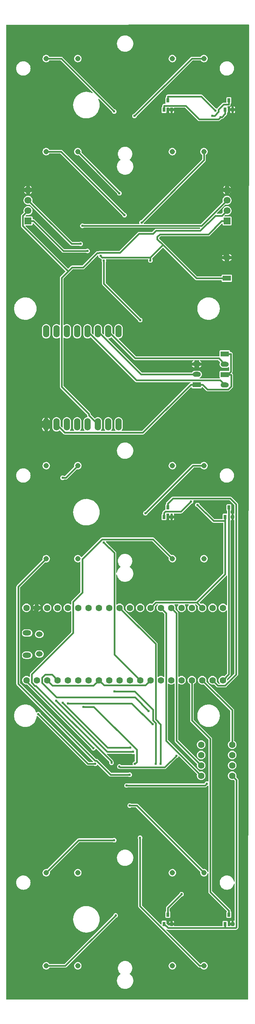
<source format=gbl>
G04 Layer: BottomLayer*
G04 EasyEDA v6.5.22, 2022-11-17 17:56:15*
G04 bd1838edf7794fe9965007c2dd97f0f2,c41f2f61388c4f97afb2f396c9cd50e1,10*
G04 Gerber Generator version 0.2*
G04 Scale: 100 percent, Rotated: No, Reflected: No *
G04 Dimensions in inches *
G04 leading zeros omitted , absolute positions ,3 integer and 6 decimal *
%FSLAX36Y36*%
%MOIN*%

%AMMACRO1*21,1,$1,$2,0,0,$3*%
%ADD10C,0.0150*%
%ADD11MACRO1,0.0276X0.0433X0.0000*%
%ADD12C,0.0630*%
%ADD13O,0.082677X0.051181000000000004*%
%ADD14O,0.064961X0.051181000000000004*%
%ADD15R,0.0800X0.0500*%
%ADD16O,0.08X0.05*%
%ADD17C,0.0515*%
%ADD18C,0.0669*%
%ADD19R,0.0669X0.0669*%
%ADD20O,0.06X0.12*%
%ADD21C,0.0240*%
%ADD22C,0.0129*%

%LPD*%
G36*
X407900Y10200D02*
G01*
X406380Y10500D01*
X405080Y11379D01*
X404200Y12660D01*
X403900Y14200D01*
X403900Y9434640D01*
X404200Y9436180D01*
X405080Y9437480D01*
X406360Y9438340D01*
X407900Y9438640D01*
X2749560Y9442540D01*
X2751100Y9442240D01*
X2752400Y9441360D01*
X2753260Y9440060D01*
X2753560Y9438540D01*
X2745720Y14200D01*
X2745419Y12660D01*
X2744540Y11379D01*
X2743240Y10500D01*
X2741720Y10200D01*
G37*

%LPC*%
G36*
X1557000Y113840D02*
G01*
X1564620Y114400D01*
X1572160Y115680D01*
X1579540Y117700D01*
X1586680Y120399D01*
X1593520Y123800D01*
X1600020Y127820D01*
X1606100Y132460D01*
X1611699Y137680D01*
X1616759Y143400D01*
X1621260Y149580D01*
X1625120Y156160D01*
X1628340Y163100D01*
X1630880Y170300D01*
X1632720Y177719D01*
X1633820Y185280D01*
X1634180Y192920D01*
X1633820Y200560D01*
X1632720Y208120D01*
X1630880Y215539D01*
X1628340Y222740D01*
X1625120Y229680D01*
X1621260Y236260D01*
X1616759Y242440D01*
X1611699Y248160D01*
X1606100Y253380D01*
X1601339Y257000D01*
X1600380Y258060D01*
X1599840Y259380D01*
X1599820Y260820D01*
X1600280Y262160D01*
X1601200Y263260D01*
X1602220Y264120D01*
X1607200Y269220D01*
X1611620Y274800D01*
X1615460Y280820D01*
X1618640Y287200D01*
X1621160Y293880D01*
X1622980Y300760D01*
X1624060Y307820D01*
X1624440Y314920D01*
X1624060Y322040D01*
X1622980Y329099D01*
X1621160Y335980D01*
X1618640Y342660D01*
X1615460Y349040D01*
X1611620Y355060D01*
X1607200Y360640D01*
X1602220Y365740D01*
X1596759Y370319D01*
X1590840Y374300D01*
X1584540Y377640D01*
X1577940Y380340D01*
X1571100Y382320D01*
X1564079Y383600D01*
X1556980Y384159D01*
X1549840Y383960D01*
X1542780Y383060D01*
X1535840Y381420D01*
X1529100Y379080D01*
X1522640Y376060D01*
X1516540Y372380D01*
X1510840Y368100D01*
X1505600Y363260D01*
X1500900Y357900D01*
X1496759Y352100D01*
X1493260Y345880D01*
X1490400Y339360D01*
X1488220Y332560D01*
X1486780Y325580D01*
X1486040Y318500D01*
X1486040Y311360D01*
X1486780Y304280D01*
X1488220Y297300D01*
X1490400Y290500D01*
X1493260Y283980D01*
X1496759Y277760D01*
X1500900Y271960D01*
X1505600Y266600D01*
X1509259Y263200D01*
X1510280Y261740D01*
X1510540Y259980D01*
X1510020Y258280D01*
X1508820Y256980D01*
X1507060Y255760D01*
X1501220Y250840D01*
X1495880Y245360D01*
X1491100Y239420D01*
X1486920Y233020D01*
X1483360Y226260D01*
X1480480Y219180D01*
X1478300Y211840D01*
X1476819Y204340D01*
X1476080Y196740D01*
X1476080Y189100D01*
X1476819Y181500D01*
X1478300Y174000D01*
X1480480Y166660D01*
X1483360Y159580D01*
X1486920Y152820D01*
X1491100Y146420D01*
X1495880Y140480D01*
X1501220Y135000D01*
X1507060Y130079D01*
X1513360Y125740D01*
X1520040Y122020D01*
X1527040Y118960D01*
X1534319Y116600D01*
X1541780Y114960D01*
X1549360Y114040D01*
G37*
G36*
X2013839Y301520D02*
G01*
X2018820Y302040D01*
X2023700Y303240D01*
X2028340Y305120D01*
X2032680Y307640D01*
X2036639Y310720D01*
X2040120Y314320D01*
X2043060Y318380D01*
X2045420Y322819D01*
X2047140Y327520D01*
X2048180Y332420D01*
X2048520Y337440D01*
X2048180Y342440D01*
X2047140Y347340D01*
X2045420Y352040D01*
X2043060Y356480D01*
X2040120Y360540D01*
X2036639Y364140D01*
X2032680Y367220D01*
X2028340Y369739D01*
X2023700Y371620D01*
X2018820Y372819D01*
X2013839Y373340D01*
X2008839Y373180D01*
X2003899Y372299D01*
X1999120Y370760D01*
X1994620Y368560D01*
X1990460Y365760D01*
X1986740Y362400D01*
X1983520Y358560D01*
X1980860Y354300D01*
X1978820Y349720D01*
X1977440Y344900D01*
X1976740Y339940D01*
X1976740Y334920D01*
X1977440Y329960D01*
X1978820Y325140D01*
X1980860Y320560D01*
X1983520Y316300D01*
X1986740Y312460D01*
X1990460Y309100D01*
X1994620Y306300D01*
X1999120Y304100D01*
X2003899Y302560D01*
X2008839Y301680D01*
G37*
G36*
X1098940Y301520D02*
G01*
X1103920Y302040D01*
X1108800Y303240D01*
X1113440Y305120D01*
X1117780Y307640D01*
X1121740Y310720D01*
X1125220Y314320D01*
X1128160Y318380D01*
X1130520Y322819D01*
X1132240Y327520D01*
X1133280Y332420D01*
X1133620Y337440D01*
X1133280Y342440D01*
X1132240Y347340D01*
X1130520Y352040D01*
X1128160Y356480D01*
X1125220Y360540D01*
X1121740Y364140D01*
X1117780Y367220D01*
X1113440Y369739D01*
X1108800Y371620D01*
X1103920Y372819D01*
X1098940Y373340D01*
X1093940Y373180D01*
X1089000Y372299D01*
X1084220Y370760D01*
X1079720Y368560D01*
X1075560Y365760D01*
X1071840Y362400D01*
X1068620Y358560D01*
X1065960Y354300D01*
X1063920Y349720D01*
X1062540Y344900D01*
X1061840Y339940D01*
X1061840Y334920D01*
X1062540Y329960D01*
X1063920Y325140D01*
X1065960Y320560D01*
X1068620Y316300D01*
X1071840Y312460D01*
X1075560Y309100D01*
X1079720Y306300D01*
X1084220Y304100D01*
X1089000Y302560D01*
X1093940Y301680D01*
G37*
G36*
X793439Y301520D02*
G01*
X798420Y302040D01*
X803300Y303240D01*
X807940Y305120D01*
X812280Y307640D01*
X816240Y310720D01*
X819720Y314320D01*
X822440Y318080D01*
X823340Y318960D01*
X824440Y319540D01*
X825680Y319740D01*
X977020Y319740D01*
X980380Y320220D01*
X983480Y321260D01*
X986340Y322840D01*
X988980Y325040D01*
X1465860Y801919D01*
X1466680Y802560D01*
X1467660Y802960D01*
X1471279Y803920D01*
X1474780Y805560D01*
X1477960Y807780D01*
X1480700Y810520D01*
X1482920Y813680D01*
X1484540Y817200D01*
X1485540Y820920D01*
X1485880Y824780D01*
X1485540Y828640D01*
X1484540Y832380D01*
X1482920Y835879D01*
X1480700Y839040D01*
X1477960Y841780D01*
X1474780Y844000D01*
X1471279Y845639D01*
X1467540Y846640D01*
X1463700Y846979D01*
X1459840Y846640D01*
X1456100Y845639D01*
X1452600Y844000D01*
X1449420Y841780D01*
X1446699Y839040D01*
X1444480Y835879D01*
X1442840Y832380D01*
X1441860Y828740D01*
X1441459Y827780D01*
X1440820Y826960D01*
X970180Y356300D01*
X968880Y355439D01*
X967360Y355140D01*
X825680Y355140D01*
X824440Y355319D01*
X823340Y355900D01*
X822440Y356780D01*
X819720Y360540D01*
X816240Y364140D01*
X812280Y367220D01*
X807940Y369739D01*
X803300Y371620D01*
X798420Y372819D01*
X793439Y373340D01*
X788439Y373180D01*
X783500Y372299D01*
X778720Y370760D01*
X774220Y368560D01*
X770060Y365760D01*
X766340Y362400D01*
X763120Y358560D01*
X760460Y354300D01*
X758420Y349720D01*
X757039Y344900D01*
X756340Y339940D01*
X756340Y334920D01*
X757039Y329960D01*
X758420Y325140D01*
X760460Y320560D01*
X763120Y316300D01*
X766340Y312460D01*
X770060Y309100D01*
X774220Y306300D01*
X778720Y304100D01*
X783500Y302560D01*
X788439Y301680D01*
G37*
G36*
X2319340Y301520D02*
G01*
X2324320Y302040D01*
X2329200Y303240D01*
X2333840Y305120D01*
X2338180Y307640D01*
X2342140Y310720D01*
X2345620Y314320D01*
X2348560Y318380D01*
X2350920Y322819D01*
X2352640Y327520D01*
X2353680Y332420D01*
X2354020Y337440D01*
X2353680Y342440D01*
X2352640Y347340D01*
X2350920Y352040D01*
X2348560Y356480D01*
X2345620Y360540D01*
X2342140Y364140D01*
X2338180Y367220D01*
X2333840Y369739D01*
X2329200Y371620D01*
X2324320Y372819D01*
X2319340Y373340D01*
X2314340Y373180D01*
X2309400Y372299D01*
X2304620Y370760D01*
X2300120Y368560D01*
X2295960Y365760D01*
X2292240Y362400D01*
X2289020Y358560D01*
X2288400Y357560D01*
X2287420Y356500D01*
X2286160Y355860D01*
X2284740Y355700D01*
X2283340Y356040D01*
X2282180Y356860D01*
X1956420Y682600D01*
X1955500Y684040D01*
X1955260Y685720D01*
X1955740Y687360D01*
X1956860Y688640D01*
X1958400Y689340D01*
X1960100Y689340D01*
X1961660Y688620D01*
X1962420Y688060D01*
X1965340Y686600D01*
X1968480Y685699D01*
X1971900Y685400D01*
X2625460Y685400D01*
X2628840Y685879D01*
X2631940Y686919D01*
X2634780Y688500D01*
X2637440Y690699D01*
X2646060Y699340D01*
X2648100Y702060D01*
X2649560Y704980D01*
X2650460Y708120D01*
X2650779Y711560D01*
X2650760Y2134540D01*
X2650280Y2137920D01*
X2649240Y2141020D01*
X2647660Y2143860D01*
X2645460Y2146520D01*
X2631840Y2160120D01*
X2631019Y2161340D01*
X2630680Y2162780D01*
X2630880Y2164240D01*
X2631220Y2165200D01*
X2632280Y2170540D01*
X2632640Y2175980D01*
X2632280Y2181420D01*
X2631220Y2186780D01*
X2629460Y2191940D01*
X2627040Y2196820D01*
X2624020Y2201360D01*
X2620419Y2205460D01*
X2616320Y2209060D01*
X2611780Y2212080D01*
X2606900Y2214500D01*
X2601740Y2216260D01*
X2596380Y2217320D01*
X2590940Y2217680D01*
X2585500Y2217320D01*
X2580160Y2216260D01*
X2575000Y2214500D01*
X2570100Y2212080D01*
X2565560Y2209060D01*
X2561460Y2205460D01*
X2557880Y2201360D01*
X2554840Y2196820D01*
X2552440Y2191940D01*
X2550680Y2186780D01*
X2549620Y2181420D01*
X2549260Y2175980D01*
X2549620Y2170540D01*
X2550680Y2165200D01*
X2552440Y2160040D01*
X2554840Y2155140D01*
X2557880Y2150600D01*
X2561460Y2146500D01*
X2565560Y2142920D01*
X2570100Y2139880D01*
X2575000Y2137460D01*
X2580160Y2135720D01*
X2585500Y2134660D01*
X2590940Y2134300D01*
X2596380Y2134660D01*
X2601740Y2135720D01*
X2602700Y2136040D01*
X2604160Y2136260D01*
X2605600Y2135920D01*
X2606820Y2135080D01*
X2614200Y2127720D01*
X2615059Y2126420D01*
X2615380Y2124880D01*
X2615380Y1154920D01*
X2615020Y1153280D01*
X2614000Y1151920D01*
X2612520Y1151100D01*
X2610820Y1150960D01*
X2609240Y1151540D01*
X2608020Y1152740D01*
X2607420Y1154320D01*
X2607180Y1155900D01*
X2605360Y1162800D01*
X2602840Y1169460D01*
X2599660Y1175840D01*
X2595820Y1181860D01*
X2591400Y1187460D01*
X2586420Y1192560D01*
X2580960Y1197120D01*
X2575040Y1201100D01*
X2568740Y1204460D01*
X2562140Y1207140D01*
X2555300Y1209140D01*
X2548280Y1210420D01*
X2541180Y1210960D01*
X2534040Y1210780D01*
X2526980Y1209860D01*
X2520040Y1208220D01*
X2513300Y1205880D01*
X2506840Y1202860D01*
X2500740Y1199200D01*
X2495040Y1194920D01*
X2489800Y1190060D01*
X2485100Y1184720D01*
X2480960Y1178900D01*
X2477460Y1172700D01*
X2474600Y1166160D01*
X2472420Y1159380D01*
X2470980Y1152400D01*
X2470240Y1145300D01*
X2470240Y1138180D01*
X2470980Y1131080D01*
X2472420Y1124100D01*
X2474600Y1117320D01*
X2477460Y1110780D01*
X2480960Y1104580D01*
X2485100Y1098760D01*
X2489800Y1093420D01*
X2495040Y1088560D01*
X2500740Y1084280D01*
X2506840Y1080620D01*
X2513300Y1077600D01*
X2520040Y1075260D01*
X2526980Y1073620D01*
X2534040Y1072700D01*
X2541180Y1072520D01*
X2548280Y1073060D01*
X2555300Y1074340D01*
X2562140Y1076340D01*
X2568740Y1079020D01*
X2575040Y1082380D01*
X2580960Y1086360D01*
X2586420Y1090920D01*
X2591400Y1096020D01*
X2595820Y1101620D01*
X2599660Y1107640D01*
X2602840Y1114020D01*
X2605360Y1120680D01*
X2607180Y1127580D01*
X2607420Y1129160D01*
X2608020Y1130740D01*
X2609240Y1131940D01*
X2610820Y1132520D01*
X2612520Y1132380D01*
X2614000Y1131560D01*
X2615020Y1130200D01*
X2615380Y1128560D01*
X2615380Y777880D01*
X2615020Y776260D01*
X2614040Y774900D01*
X2612580Y774080D01*
X2610920Y773920D01*
X2608639Y774180D01*
X2604460Y774180D01*
X2604460Y755639D01*
X2611380Y755639D01*
X2612900Y755340D01*
X2614200Y754479D01*
X2615059Y753180D01*
X2615380Y751640D01*
X2615380Y733000D01*
X2615059Y731460D01*
X2614200Y730160D01*
X2612900Y729300D01*
X2611380Y729000D01*
X2604460Y729000D01*
X2604460Y724800D01*
X2604160Y723259D01*
X2603300Y721960D01*
X2602000Y721100D01*
X2600460Y720800D01*
X2589700Y720800D01*
X2588159Y721100D01*
X2586860Y721960D01*
X2586000Y723259D01*
X2585700Y724800D01*
X2585700Y729000D01*
X2571100Y729000D01*
X2571100Y724800D01*
X2570800Y723259D01*
X2569920Y721960D01*
X2568639Y721100D01*
X2567100Y720800D01*
X2551020Y720800D01*
X2549480Y721100D01*
X2548200Y721960D01*
X2547320Y723259D01*
X2547020Y724800D01*
X2547020Y763760D01*
X2546740Y766240D01*
X2545980Y768400D01*
X2544780Y770320D01*
X2543160Y771940D01*
X2541240Y773139D01*
X2539080Y773900D01*
X2536600Y774180D01*
X2509480Y774180D01*
X2507000Y773900D01*
X2504840Y773139D01*
X2502920Y771940D01*
X2501300Y770320D01*
X2500100Y768400D01*
X2499340Y766240D01*
X2499060Y763760D01*
X2499060Y724800D01*
X2498760Y723259D01*
X2497880Y721960D01*
X2496600Y721100D01*
X2495060Y720800D01*
X2032500Y720800D01*
X2030980Y721100D01*
X2029680Y721960D01*
X2028820Y723259D01*
X2028500Y724800D01*
X2028500Y729000D01*
X2013920Y729000D01*
X2013920Y724800D01*
X2013620Y723259D01*
X2012740Y721960D01*
X2011459Y721100D01*
X2009920Y720800D01*
X1999139Y720800D01*
X1997600Y721100D01*
X1996320Y721960D01*
X1995440Y723259D01*
X1995140Y724800D01*
X1995140Y729000D01*
X1980560Y729000D01*
X1980240Y727420D01*
X1979379Y726120D01*
X1978080Y725260D01*
X1976560Y724940D01*
X1975020Y725260D01*
X1973720Y726120D01*
X1957640Y742200D01*
X1956780Y743500D01*
X1956459Y745040D01*
X1956459Y763760D01*
X1956180Y766240D01*
X1955440Y768400D01*
X1954220Y770320D01*
X1952620Y771940D01*
X1950680Y773139D01*
X1948540Y773900D01*
X1946040Y774180D01*
X1918940Y774180D01*
X1916440Y773900D01*
X1914300Y773139D01*
X1912360Y771940D01*
X1910760Y770320D01*
X1909540Y768400D01*
X1908800Y766240D01*
X1908520Y763760D01*
X1908520Y740160D01*
X1908200Y738640D01*
X1907340Y737340D01*
X1906040Y736480D01*
X1904520Y736160D01*
X1902980Y736480D01*
X1901680Y737340D01*
X1718680Y920360D01*
X1717800Y921640D01*
X1717500Y923180D01*
X1717500Y1561339D01*
X1717680Y1562540D01*
X1718220Y1563620D01*
X1719019Y1564760D01*
X1720660Y1568280D01*
X1721660Y1572000D01*
X1722000Y1575860D01*
X1721660Y1579720D01*
X1720660Y1583460D01*
X1719019Y1586960D01*
X1716800Y1590120D01*
X1714060Y1592860D01*
X1710900Y1595080D01*
X1707400Y1596720D01*
X1703660Y1597720D01*
X1699800Y1598060D01*
X1695940Y1597720D01*
X1692220Y1596720D01*
X1688700Y1595080D01*
X1685540Y1592860D01*
X1682800Y1590120D01*
X1680580Y1586960D01*
X1678940Y1583460D01*
X1677940Y1579720D01*
X1677600Y1575860D01*
X1677940Y1572000D01*
X1678940Y1568280D01*
X1680580Y1564760D01*
X1681380Y1563620D01*
X1681920Y1562540D01*
X1682100Y1561339D01*
X1682120Y913520D01*
X1682580Y910140D01*
X1683620Y907039D01*
X1685220Y904200D01*
X1687420Y901540D01*
X2264540Y324440D01*
X2267260Y322400D01*
X2270180Y320940D01*
X2273320Y320040D01*
X2276740Y319740D01*
X2284660Y319740D01*
X2285980Y319500D01*
X2287160Y318860D01*
X2288040Y317860D01*
X2289020Y316300D01*
X2292240Y312460D01*
X2295960Y309100D01*
X2300120Y306300D01*
X2304620Y304100D01*
X2309400Y302560D01*
X2314340Y301680D01*
G37*
G36*
X1183580Y659120D02*
G01*
X1193520Y659700D01*
X1203380Y661040D01*
X1213100Y663139D01*
X1222620Y666000D01*
X1231900Y669580D01*
X1240880Y673880D01*
X1249500Y678860D01*
X1257700Y684479D01*
X1265460Y690720D01*
X1272700Y697560D01*
X1279380Y704920D01*
X1285480Y712800D01*
X1290940Y721100D01*
X1295740Y729820D01*
X1299860Y738880D01*
X1303280Y748220D01*
X1305940Y757820D01*
X1307860Y767580D01*
X1309019Y777460D01*
X1309400Y787400D01*
X1309019Y797340D01*
X1307860Y807220D01*
X1305940Y816979D01*
X1303280Y826580D01*
X1299860Y835920D01*
X1295740Y844980D01*
X1290940Y853700D01*
X1285480Y862000D01*
X1279380Y869880D01*
X1272700Y877240D01*
X1265460Y884080D01*
X1257700Y890320D01*
X1249500Y895939D01*
X1240880Y900920D01*
X1231900Y905220D01*
X1222620Y908800D01*
X1213100Y911660D01*
X1203380Y913760D01*
X1193520Y915100D01*
X1183580Y915680D01*
X1173620Y915480D01*
X1163720Y914520D01*
X1153920Y912800D01*
X1144300Y910320D01*
X1134880Y907099D01*
X1125740Y903160D01*
X1116940Y898520D01*
X1108520Y893220D01*
X1100540Y887260D01*
X1093040Y880720D01*
X1086080Y873620D01*
X1079680Y866000D01*
X1073900Y857900D01*
X1068740Y849380D01*
X1064280Y840500D01*
X1060520Y831280D01*
X1057480Y821800D01*
X1055180Y812120D01*
X1053660Y802300D01*
X1052880Y792380D01*
X1052880Y782420D01*
X1053660Y772500D01*
X1055180Y762680D01*
X1057480Y753000D01*
X1060520Y743520D01*
X1064280Y734300D01*
X1068740Y725420D01*
X1073900Y716900D01*
X1079680Y708800D01*
X1086080Y701180D01*
X1093040Y694080D01*
X1100540Y687540D01*
X1108520Y681580D01*
X1116940Y676280D01*
X1125740Y671640D01*
X1134880Y667700D01*
X1144300Y664479D01*
X1153920Y662000D01*
X1163720Y660280D01*
X1173620Y659320D01*
G37*
G36*
X2571100Y755639D02*
G01*
X2585700Y755639D01*
X2585700Y774180D01*
X2581520Y774180D01*
X2579040Y773900D01*
X2576880Y773139D01*
X2574960Y771919D01*
X2573340Y770320D01*
X2572140Y768379D01*
X2571380Y766240D01*
X2571100Y763740D01*
G37*
G36*
X2013920Y755639D02*
G01*
X2028500Y755639D01*
X2028500Y763740D01*
X2028220Y766240D01*
X2027480Y768379D01*
X2026260Y770320D01*
X2024660Y771919D01*
X2022720Y773139D01*
X2020580Y773900D01*
X2018080Y774180D01*
X2013920Y774180D01*
G37*
G36*
X1980560Y755639D02*
G01*
X1995140Y755639D01*
X1995140Y774180D01*
X1990980Y774180D01*
X1988480Y773900D01*
X1986339Y773139D01*
X1984400Y771919D01*
X1982800Y770320D01*
X1981579Y768379D01*
X1980840Y766240D01*
X1980560Y763740D01*
G37*
G36*
X1954960Y800620D02*
G01*
X1982060Y800620D01*
X1984560Y800900D01*
X1986699Y801660D01*
X1988640Y802880D01*
X1990240Y804479D01*
X1991459Y806420D01*
X1992200Y808560D01*
X1992480Y811060D01*
X1992480Y853900D01*
X1992200Y856400D01*
X1991459Y858540D01*
X1990240Y860480D01*
X1988640Y862080D01*
X1987080Y863319D01*
X1986440Y864500D01*
X1986220Y865819D01*
X1986220Y888500D01*
X1986519Y890020D01*
X1987380Y891320D01*
X2103360Y1007280D01*
X2104180Y1007920D01*
X2105140Y1008319D01*
X2108780Y1009300D01*
X2112280Y1010939D01*
X2115440Y1013160D01*
X2118180Y1015879D01*
X2120400Y1019060D01*
X2122040Y1022560D01*
X2123040Y1026300D01*
X2123380Y1030160D01*
X2123040Y1034000D01*
X2122040Y1037740D01*
X2120400Y1041240D01*
X2118180Y1044419D01*
X2115440Y1047159D01*
X2112280Y1049380D01*
X2108780Y1051000D01*
X2105040Y1052000D01*
X2101180Y1052340D01*
X2097320Y1052000D01*
X2093600Y1051000D01*
X2090080Y1049380D01*
X2086920Y1047159D01*
X2084180Y1044419D01*
X2081960Y1041240D01*
X2080320Y1037740D01*
X2079360Y1034120D01*
X2078959Y1033139D01*
X2078320Y1032320D01*
X1955520Y909500D01*
X1953480Y906780D01*
X1952020Y903860D01*
X1951120Y900740D01*
X1950820Y897300D01*
X1950820Y865819D01*
X1950580Y864500D01*
X1949940Y863319D01*
X1948380Y862080D01*
X1946780Y860480D01*
X1945560Y858540D01*
X1944820Y856400D01*
X1944540Y853900D01*
X1944540Y811060D01*
X1944820Y808560D01*
X1945560Y806420D01*
X1946780Y804479D01*
X1948380Y802880D01*
X1950320Y801660D01*
X1952460Y800900D01*
G37*
G36*
X2545500Y800620D02*
G01*
X2572620Y800620D01*
X2575100Y800900D01*
X2577260Y801660D01*
X2579180Y802880D01*
X2580800Y804479D01*
X2582000Y806420D01*
X2582760Y808560D01*
X2583039Y811060D01*
X2583039Y853900D01*
X2582760Y856400D01*
X2582000Y858540D01*
X2580800Y860480D01*
X2579180Y862080D01*
X2577640Y863319D01*
X2576980Y864500D01*
X2576760Y865800D01*
X2576740Y872360D01*
X2576280Y875699D01*
X2575240Y878800D01*
X2573639Y881640D01*
X2571440Y884300D01*
X2397540Y1058220D01*
X2396660Y1059500D01*
X2396360Y1061040D01*
X2396340Y2533820D01*
X2395880Y2537200D01*
X2394840Y2540300D01*
X2393240Y2543140D01*
X2391040Y2545800D01*
X2220060Y2716800D01*
X2219180Y2718080D01*
X2218880Y2719620D01*
X2218880Y3059100D01*
X2219160Y3060560D01*
X2219940Y3061800D01*
X2221120Y3062679D01*
X2222020Y3063140D01*
X2226560Y3066180D01*
X2230660Y3069760D01*
X2234260Y3073860D01*
X2237280Y3078399D01*
X2239700Y3083279D01*
X2241460Y3088460D01*
X2242520Y3093800D01*
X2242880Y3099240D01*
X2242520Y3104680D01*
X2241460Y3110040D01*
X2239700Y3115200D01*
X2237280Y3120080D01*
X2234260Y3124620D01*
X2230660Y3128720D01*
X2226560Y3132320D01*
X2222020Y3135340D01*
X2217140Y3137760D01*
X2211980Y3139500D01*
X2206620Y3140580D01*
X2201180Y3140940D01*
X2195740Y3140580D01*
X2190400Y3139500D01*
X2185220Y3137760D01*
X2180340Y3135340D01*
X2175800Y3132320D01*
X2171700Y3128720D01*
X2168120Y3124620D01*
X2165080Y3120080D01*
X2162660Y3115200D01*
X2160920Y3110040D01*
X2159860Y3104680D01*
X2159500Y3099240D01*
X2159860Y3093800D01*
X2160920Y3088460D01*
X2162660Y3083279D01*
X2165080Y3078399D01*
X2168120Y3073860D01*
X2171700Y3069760D01*
X2175800Y3066180D01*
X2180340Y3063140D01*
X2181260Y3062700D01*
X2182440Y3061800D01*
X2183200Y3060560D01*
X2183480Y3059100D01*
X2183500Y2709960D01*
X2183960Y2706580D01*
X2185000Y2703480D01*
X2186600Y2700640D01*
X2188800Y2697980D01*
X2359780Y2527000D01*
X2360660Y2525700D01*
X2360960Y2524160D01*
X2360960Y2123140D01*
X2360640Y2121580D01*
X2359740Y2120260D01*
X2358400Y2119400D01*
X2356820Y2119140D01*
X2355280Y2119520D01*
X2353920Y2120140D01*
X2350180Y2121140D01*
X2346320Y2121480D01*
X2342460Y2121140D01*
X2338740Y2120140D01*
X2335220Y2118520D01*
X2332060Y2116300D01*
X2329320Y2113560D01*
X2327100Y2110380D01*
X2325460Y2106880D01*
X2324500Y2103260D01*
X2324100Y2102280D01*
X2322820Y2100820D01*
X2321520Y2099940D01*
X2319980Y2099640D01*
X1582260Y2099640D01*
X1581060Y2099820D01*
X1579980Y2100360D01*
X1578839Y2101160D01*
X1575340Y2102800D01*
X1571600Y2103800D01*
X1567740Y2104140D01*
X1563880Y2103800D01*
X1560160Y2102800D01*
X1556639Y2101160D01*
X1553480Y2098940D01*
X1550740Y2096200D01*
X1548520Y2093040D01*
X1546879Y2089540D01*
X1545880Y2085800D01*
X1545540Y2081940D01*
X1545880Y2078080D01*
X1546879Y2074360D01*
X1548520Y2070840D01*
X1550740Y2067680D01*
X1553480Y2064940D01*
X1556639Y2062720D01*
X1560160Y2061080D01*
X1563880Y2060080D01*
X1567740Y2059740D01*
X1571600Y2060080D01*
X1575340Y2061080D01*
X1578839Y2062720D01*
X1579980Y2063520D01*
X1581060Y2064060D01*
X1582260Y2064240D01*
X2329640Y2064259D01*
X2333020Y2064720D01*
X2336120Y2065760D01*
X2338960Y2067360D01*
X2341620Y2069560D01*
X2348500Y2076420D01*
X2349320Y2077060D01*
X2350280Y2077460D01*
X2353920Y2078440D01*
X2355280Y2079079D01*
X2356820Y2079440D01*
X2358400Y2079180D01*
X2359740Y2078320D01*
X2360640Y2077000D01*
X2360960Y2075440D01*
X2360960Y1246220D01*
X2360620Y1244600D01*
X2359640Y1243260D01*
X2358200Y1242420D01*
X2356540Y1242260D01*
X2354960Y1242760D01*
X2353720Y1243880D01*
X2353040Y1245400D01*
X2352640Y1247340D01*
X2350920Y1252040D01*
X2348560Y1256480D01*
X2345620Y1260540D01*
X2342140Y1264140D01*
X2338180Y1267220D01*
X2333840Y1269740D01*
X2329200Y1271620D01*
X2324320Y1272820D01*
X2319340Y1273340D01*
X2314340Y1273180D01*
X2310480Y1272500D01*
X2309200Y1272480D01*
X2307980Y1272860D01*
X2306940Y1273600D01*
X1680180Y1900360D01*
X1677460Y1902400D01*
X1674540Y1903860D01*
X1671399Y1904760D01*
X1667960Y1905080D01*
X1614319Y1905080D01*
X1613120Y1905260D01*
X1612040Y1905800D01*
X1610900Y1906600D01*
X1607400Y1908220D01*
X1603660Y1909220D01*
X1599800Y1909560D01*
X1595940Y1909220D01*
X1592220Y1908220D01*
X1588700Y1906600D01*
X1585540Y1904379D01*
X1582800Y1901639D01*
X1580580Y1898460D01*
X1578940Y1894960D01*
X1577940Y1891220D01*
X1577600Y1887380D01*
X1577940Y1883520D01*
X1578940Y1879780D01*
X1580580Y1876279D01*
X1582800Y1873100D01*
X1585540Y1870380D01*
X1588700Y1868160D01*
X1592220Y1866519D01*
X1595940Y1865520D01*
X1599800Y1865180D01*
X1603660Y1865520D01*
X1607400Y1866519D01*
X1610900Y1868160D01*
X1612040Y1868940D01*
X1613120Y1869480D01*
X1614319Y1869680D01*
X1659160Y1869680D01*
X1660700Y1869360D01*
X1662000Y1868500D01*
X2281860Y1248640D01*
X2282580Y1247640D01*
X2282980Y1246480D01*
X2283000Y1245240D01*
X2282240Y1239940D01*
X2282240Y1234920D01*
X2282940Y1229960D01*
X2284320Y1225140D01*
X2286360Y1220560D01*
X2289020Y1216300D01*
X2292240Y1212460D01*
X2295960Y1209100D01*
X2300120Y1206300D01*
X2304620Y1204100D01*
X2309400Y1202560D01*
X2314340Y1201680D01*
X2319340Y1201520D01*
X2324320Y1202040D01*
X2329200Y1203240D01*
X2333840Y1205120D01*
X2338180Y1207640D01*
X2342140Y1210720D01*
X2345620Y1214320D01*
X2348560Y1218380D01*
X2350920Y1222820D01*
X2352640Y1227520D01*
X2353040Y1229460D01*
X2353720Y1230980D01*
X2354960Y1232100D01*
X2356540Y1232620D01*
X2358200Y1232440D01*
X2359640Y1231600D01*
X2360620Y1230260D01*
X2360960Y1228640D01*
X2360980Y1051380D01*
X2361440Y1048000D01*
X2362480Y1044900D01*
X2364080Y1042060D01*
X2366280Y1039400D01*
X2538440Y867240D01*
X2539300Y865939D01*
X2539600Y864419D01*
X2539300Y862880D01*
X2538440Y861580D01*
X2537320Y860480D01*
X2536120Y858540D01*
X2535360Y856400D01*
X2535080Y853900D01*
X2535080Y811060D01*
X2535360Y808560D01*
X2536120Y806420D01*
X2537320Y804479D01*
X2538940Y802880D01*
X2540860Y801660D01*
X2543020Y800900D01*
G37*
G36*
X572680Y1072520D02*
G01*
X579780Y1073060D01*
X586800Y1074340D01*
X593640Y1076340D01*
X600240Y1079020D01*
X606540Y1082380D01*
X612460Y1086360D01*
X617920Y1090920D01*
X622900Y1096020D01*
X627320Y1101620D01*
X631160Y1107640D01*
X634340Y1114020D01*
X636860Y1120680D01*
X638680Y1127580D01*
X639760Y1134620D01*
X640140Y1141740D01*
X639760Y1148860D01*
X638680Y1155900D01*
X636860Y1162800D01*
X634340Y1169460D01*
X631160Y1175840D01*
X627320Y1181860D01*
X622900Y1187460D01*
X617920Y1192560D01*
X612460Y1197120D01*
X606540Y1201100D01*
X600240Y1204460D01*
X593640Y1207140D01*
X586800Y1209140D01*
X579780Y1210420D01*
X572680Y1210960D01*
X565540Y1210780D01*
X558480Y1209860D01*
X551540Y1208220D01*
X544800Y1205880D01*
X538340Y1202860D01*
X532240Y1199200D01*
X526540Y1194920D01*
X521300Y1190060D01*
X516599Y1184720D01*
X512460Y1178900D01*
X508960Y1172700D01*
X506100Y1166160D01*
X503920Y1159380D01*
X502480Y1152400D01*
X501740Y1145300D01*
X501740Y1138180D01*
X502480Y1131080D01*
X503920Y1124100D01*
X506100Y1117320D01*
X508960Y1110780D01*
X512460Y1104580D01*
X516599Y1098760D01*
X521300Y1093420D01*
X526540Y1088560D01*
X532240Y1084280D01*
X538340Y1080620D01*
X544800Y1077600D01*
X551540Y1075260D01*
X558480Y1073620D01*
X565540Y1072700D01*
G37*
G36*
X1098940Y1201520D02*
G01*
X1103920Y1202040D01*
X1108800Y1203240D01*
X1113440Y1205120D01*
X1117780Y1207640D01*
X1121740Y1210720D01*
X1125220Y1214320D01*
X1128160Y1218380D01*
X1130520Y1222820D01*
X1132240Y1227520D01*
X1133280Y1232420D01*
X1133620Y1237440D01*
X1133280Y1242440D01*
X1132240Y1247340D01*
X1130520Y1252040D01*
X1128160Y1256480D01*
X1125220Y1260540D01*
X1121740Y1264140D01*
X1117780Y1267220D01*
X1113440Y1269740D01*
X1108800Y1271620D01*
X1103920Y1272820D01*
X1098940Y1273340D01*
X1093940Y1273180D01*
X1089000Y1272300D01*
X1084220Y1270760D01*
X1079720Y1268560D01*
X1075560Y1265760D01*
X1071840Y1262400D01*
X1068620Y1258560D01*
X1065960Y1254300D01*
X1063920Y1249720D01*
X1062540Y1244900D01*
X1061840Y1239940D01*
X1061840Y1234920D01*
X1062540Y1229960D01*
X1063920Y1225140D01*
X1065960Y1220560D01*
X1068620Y1216300D01*
X1071840Y1212460D01*
X1075560Y1209100D01*
X1079720Y1206300D01*
X1084220Y1204100D01*
X1089000Y1202560D01*
X1093940Y1201680D01*
G37*
G36*
X2013839Y1201520D02*
G01*
X2018820Y1202040D01*
X2023700Y1203240D01*
X2028340Y1205120D01*
X2032680Y1207640D01*
X2036639Y1210720D01*
X2040120Y1214320D01*
X2043060Y1218380D01*
X2045420Y1222820D01*
X2047140Y1227520D01*
X2048180Y1232420D01*
X2048520Y1237440D01*
X2048180Y1242440D01*
X2047140Y1247340D01*
X2045420Y1252040D01*
X2043060Y1256480D01*
X2040120Y1260540D01*
X2036639Y1264140D01*
X2032680Y1267220D01*
X2028340Y1269740D01*
X2023700Y1271620D01*
X2018820Y1272820D01*
X2013839Y1273340D01*
X2008839Y1273180D01*
X2003899Y1272300D01*
X1999120Y1270760D01*
X1994620Y1268560D01*
X1990460Y1265760D01*
X1986740Y1262400D01*
X1983520Y1258560D01*
X1980860Y1254300D01*
X1978820Y1249720D01*
X1977440Y1244900D01*
X1976740Y1239940D01*
X1976740Y1234920D01*
X1977440Y1229960D01*
X1978820Y1225140D01*
X1980860Y1220560D01*
X1983520Y1216300D01*
X1986740Y1212460D01*
X1990460Y1209100D01*
X1994620Y1206300D01*
X1999120Y1204100D01*
X2003899Y1202560D01*
X2008839Y1201680D01*
G37*
G36*
X793439Y1201520D02*
G01*
X798420Y1202040D01*
X803300Y1203240D01*
X807940Y1205120D01*
X812280Y1207640D01*
X816240Y1210720D01*
X819720Y1214320D01*
X822660Y1218380D01*
X825020Y1222820D01*
X826740Y1227520D01*
X827780Y1232420D01*
X828120Y1237440D01*
X827780Y1242440D01*
X827260Y1244880D01*
X827200Y1246200D01*
X827580Y1247480D01*
X828340Y1248540D01*
X1112760Y1532960D01*
X1114060Y1533839D01*
X1115580Y1534139D01*
X1435280Y1534139D01*
X1436480Y1533959D01*
X1437560Y1533420D01*
X1438700Y1532620D01*
X1442220Y1530980D01*
X1445940Y1529980D01*
X1449800Y1529640D01*
X1453660Y1529980D01*
X1457400Y1530980D01*
X1460900Y1532620D01*
X1464060Y1534840D01*
X1466800Y1537580D01*
X1469019Y1540740D01*
X1470660Y1544259D01*
X1471660Y1547980D01*
X1472000Y1551840D01*
X1471660Y1555700D01*
X1470660Y1559440D01*
X1469019Y1562940D01*
X1466800Y1566100D01*
X1464060Y1568839D01*
X1460900Y1571060D01*
X1457400Y1572700D01*
X1453660Y1573700D01*
X1449800Y1574040D01*
X1445940Y1573700D01*
X1442220Y1572700D01*
X1438700Y1571060D01*
X1437560Y1570260D01*
X1436480Y1569720D01*
X1435280Y1569540D01*
X1105920Y1569520D01*
X1102560Y1569060D01*
X1099460Y1568020D01*
X1096600Y1566420D01*
X1093960Y1564220D01*
X803340Y1273600D01*
X802220Y1272820D01*
X800900Y1272460D01*
X799539Y1272540D01*
X798420Y1272820D01*
X793439Y1273340D01*
X788439Y1273180D01*
X783500Y1272300D01*
X778720Y1270760D01*
X774220Y1268560D01*
X770060Y1265760D01*
X766340Y1262400D01*
X763120Y1258560D01*
X760460Y1254300D01*
X758420Y1249720D01*
X757039Y1244900D01*
X756340Y1239940D01*
X756340Y1234920D01*
X757039Y1229960D01*
X758420Y1225140D01*
X760460Y1220560D01*
X763120Y1216300D01*
X766340Y1212460D01*
X770060Y1209100D01*
X774220Y1206300D01*
X778720Y1204100D01*
X783500Y1202560D01*
X788439Y1201680D01*
G37*
G36*
X1557000Y1302860D02*
G01*
X1564620Y1303420D01*
X1572160Y1304700D01*
X1579540Y1306699D01*
X1586680Y1309420D01*
X1593520Y1312800D01*
X1600020Y1316840D01*
X1606100Y1321480D01*
X1611699Y1326680D01*
X1616759Y1332400D01*
X1621260Y1338580D01*
X1625120Y1345180D01*
X1628340Y1352100D01*
X1630880Y1359319D01*
X1632720Y1366740D01*
X1633820Y1374300D01*
X1634180Y1381920D01*
X1633820Y1389560D01*
X1632720Y1397120D01*
X1630880Y1404540D01*
X1628340Y1411759D01*
X1625120Y1418680D01*
X1621260Y1425280D01*
X1616759Y1431459D01*
X1611699Y1437180D01*
X1606100Y1442380D01*
X1600020Y1447020D01*
X1593520Y1451060D01*
X1586680Y1454440D01*
X1579540Y1457160D01*
X1572160Y1459160D01*
X1564620Y1460440D01*
X1557000Y1461000D01*
X1549360Y1460820D01*
X1541780Y1459900D01*
X1534319Y1458240D01*
X1527040Y1455880D01*
X1520040Y1452840D01*
X1513360Y1449120D01*
X1507060Y1444780D01*
X1501220Y1439840D01*
X1495880Y1434379D01*
X1491100Y1428420D01*
X1486920Y1422020D01*
X1483360Y1415260D01*
X1480480Y1408180D01*
X1478300Y1400860D01*
X1476819Y1393360D01*
X1476080Y1385760D01*
X1476080Y1378100D01*
X1476819Y1370500D01*
X1478300Y1363000D01*
X1480480Y1355680D01*
X1483360Y1348600D01*
X1486920Y1341840D01*
X1491100Y1335440D01*
X1495880Y1329480D01*
X1501220Y1324019D01*
X1507060Y1319079D01*
X1513360Y1314740D01*
X1520040Y1311020D01*
X1527040Y1307980D01*
X1534319Y1305620D01*
X1541780Y1303959D01*
X1549360Y1303040D01*
G37*
G36*
X2290940Y2134300D02*
G01*
X2296380Y2134660D01*
X2301740Y2135720D01*
X2306900Y2137460D01*
X2311780Y2139880D01*
X2316320Y2142920D01*
X2320420Y2146500D01*
X2324020Y2150600D01*
X2327040Y2155140D01*
X2329460Y2160040D01*
X2331220Y2165200D01*
X2332280Y2170540D01*
X2332640Y2175980D01*
X2332280Y2181420D01*
X2331220Y2186780D01*
X2329460Y2191940D01*
X2327040Y2196820D01*
X2324020Y2201360D01*
X2320420Y2205460D01*
X2316320Y2209060D01*
X2311780Y2212080D01*
X2306900Y2214500D01*
X2301740Y2216260D01*
X2296380Y2217320D01*
X2290940Y2217680D01*
X2285500Y2217320D01*
X2280160Y2216260D01*
X2279200Y2215920D01*
X2277740Y2215720D01*
X2276300Y2216060D01*
X2275080Y2216880D01*
X1970980Y2521000D01*
X1970100Y2522300D01*
X1969800Y2523820D01*
X1969800Y3062700D01*
X1970160Y3064380D01*
X1971200Y3065740D01*
X1972720Y3066540D01*
X1974420Y3066640D01*
X1976020Y3066019D01*
X1980340Y3063140D01*
X1985220Y3060720D01*
X1990400Y3058980D01*
X1995740Y3057919D01*
X2001180Y3057559D01*
X2006620Y3057919D01*
X2011980Y3058980D01*
X2017140Y3060720D01*
X2022020Y3063140D01*
X2026560Y3066180D01*
X2027760Y3067220D01*
X2029079Y3068000D01*
X2030580Y3068220D01*
X2032060Y3067860D01*
X2033300Y3066980D01*
X2034120Y3065700D01*
X2034400Y3064220D01*
X2034420Y2514160D01*
X2034880Y2510800D01*
X2035920Y2507700D01*
X2037520Y2504840D01*
X2039720Y2502200D01*
X2250040Y2291860D01*
X2250880Y2290640D01*
X2251220Y2289200D01*
X2251000Y2287740D01*
X2250680Y2286780D01*
X2249620Y2281420D01*
X2249260Y2275980D01*
X2249620Y2270540D01*
X2250680Y2265200D01*
X2252440Y2260040D01*
X2254840Y2255140D01*
X2257880Y2250600D01*
X2261460Y2246500D01*
X2265560Y2242920D01*
X2270100Y2239880D01*
X2275000Y2237460D01*
X2280160Y2235720D01*
X2285500Y2234660D01*
X2290940Y2234300D01*
X2296380Y2234660D01*
X2301740Y2235720D01*
X2306900Y2237460D01*
X2311780Y2239880D01*
X2316320Y2242920D01*
X2320420Y2246500D01*
X2324020Y2250600D01*
X2327040Y2255140D01*
X2329460Y2260040D01*
X2331220Y2265200D01*
X2332280Y2270540D01*
X2332640Y2275980D01*
X2332280Y2281420D01*
X2331220Y2286780D01*
X2329460Y2291940D01*
X2327040Y2296820D01*
X2324020Y2301360D01*
X2320420Y2305460D01*
X2316320Y2309060D01*
X2311780Y2312080D01*
X2306900Y2314500D01*
X2301740Y2316260D01*
X2296380Y2317320D01*
X2290940Y2317680D01*
X2285500Y2317320D01*
X2280160Y2316260D01*
X2279200Y2315920D01*
X2277740Y2315720D01*
X2276300Y2316060D01*
X2275080Y2316880D01*
X2070980Y2521000D01*
X2070100Y2522300D01*
X2069800Y2523820D01*
X2069800Y3062700D01*
X2070160Y3064380D01*
X2071200Y3065740D01*
X2072720Y3066540D01*
X2074420Y3066640D01*
X2076020Y3066019D01*
X2080340Y3063140D01*
X2085220Y3060720D01*
X2090400Y3058980D01*
X2095740Y3057919D01*
X2101180Y3057559D01*
X2106620Y3057919D01*
X2111980Y3058980D01*
X2117140Y3060720D01*
X2122020Y3063140D01*
X2126560Y3066180D01*
X2130660Y3069760D01*
X2134260Y3073860D01*
X2137280Y3078399D01*
X2139700Y3083279D01*
X2141460Y3088460D01*
X2142520Y3093800D01*
X2142880Y3099240D01*
X2142520Y3104680D01*
X2141460Y3110040D01*
X2139700Y3115200D01*
X2137280Y3120080D01*
X2134260Y3124620D01*
X2130660Y3128720D01*
X2126560Y3132320D01*
X2122020Y3135340D01*
X2117140Y3137760D01*
X2111980Y3139500D01*
X2106620Y3140580D01*
X2101180Y3140940D01*
X2095740Y3140580D01*
X2090400Y3139500D01*
X2085220Y3137760D01*
X2080340Y3135340D01*
X2076020Y3132460D01*
X2074420Y3131840D01*
X2072720Y3131940D01*
X2071200Y3132740D01*
X2070160Y3134120D01*
X2069800Y3135779D01*
X2069780Y3749000D01*
X2069319Y3752360D01*
X2068280Y3755460D01*
X2066680Y3758320D01*
X2064480Y3760960D01*
X2042080Y3783380D01*
X2041240Y3784580D01*
X2040920Y3786019D01*
X2041120Y3787480D01*
X2041459Y3788460D01*
X2042520Y3793800D01*
X2042880Y3799240D01*
X2042520Y3804680D01*
X2041459Y3810040D01*
X2039700Y3815200D01*
X2037280Y3820080D01*
X2034259Y3824620D01*
X2032140Y3827040D01*
X2031360Y3828360D01*
X2031140Y3829860D01*
X2031500Y3831340D01*
X2032380Y3832580D01*
X2033640Y3833399D01*
X2035140Y3833680D01*
X2067220Y3833680D01*
X2068720Y3833399D01*
X2070000Y3832580D01*
X2070880Y3831340D01*
X2071220Y3829860D01*
X2071000Y3828360D01*
X2070240Y3827040D01*
X2068120Y3824620D01*
X2065080Y3820080D01*
X2062660Y3815200D01*
X2060920Y3810040D01*
X2059860Y3804680D01*
X2059500Y3799240D01*
X2059860Y3793800D01*
X2060920Y3788460D01*
X2062660Y3783279D01*
X2065080Y3778399D01*
X2068120Y3773860D01*
X2071699Y3769760D01*
X2075800Y3766180D01*
X2080340Y3763140D01*
X2085220Y3760720D01*
X2090400Y3758980D01*
X2095740Y3757919D01*
X2101180Y3757559D01*
X2106620Y3757919D01*
X2111980Y3758980D01*
X2117140Y3760720D01*
X2122020Y3763140D01*
X2126560Y3766180D01*
X2130660Y3769760D01*
X2134260Y3773860D01*
X2137280Y3778399D01*
X2139700Y3783279D01*
X2141460Y3788460D01*
X2142520Y3793800D01*
X2142880Y3799240D01*
X2142520Y3804680D01*
X2141460Y3810040D01*
X2139700Y3815200D01*
X2137280Y3820080D01*
X2134260Y3824620D01*
X2132140Y3827040D01*
X2131360Y3828360D01*
X2131140Y3829860D01*
X2131500Y3831340D01*
X2132380Y3832580D01*
X2133640Y3833399D01*
X2135140Y3833680D01*
X2167220Y3833680D01*
X2168720Y3833399D01*
X2170000Y3832580D01*
X2170880Y3831340D01*
X2171220Y3829860D01*
X2171000Y3828360D01*
X2170240Y3827040D01*
X2168120Y3824620D01*
X2165080Y3820080D01*
X2162660Y3815200D01*
X2160920Y3810040D01*
X2159860Y3804680D01*
X2159500Y3799240D01*
X2159860Y3793800D01*
X2160920Y3788460D01*
X2162660Y3783279D01*
X2165080Y3778399D01*
X2168120Y3773860D01*
X2171700Y3769760D01*
X2175800Y3766180D01*
X2180340Y3763140D01*
X2185220Y3760720D01*
X2190400Y3758980D01*
X2195740Y3757919D01*
X2201180Y3757559D01*
X2206620Y3757919D01*
X2211980Y3758980D01*
X2217140Y3760720D01*
X2222020Y3763140D01*
X2226560Y3766180D01*
X2230660Y3769760D01*
X2234260Y3773860D01*
X2237280Y3778399D01*
X2239700Y3783279D01*
X2241460Y3788460D01*
X2242520Y3793800D01*
X2242880Y3799240D01*
X2242520Y3804680D01*
X2241460Y3810040D01*
X2239700Y3815200D01*
X2237280Y3820080D01*
X2234260Y3824620D01*
X2232140Y3827040D01*
X2231360Y3828360D01*
X2231140Y3829860D01*
X2231500Y3831340D01*
X2232380Y3832580D01*
X2233640Y3833399D01*
X2235140Y3833680D01*
X2240060Y3833680D01*
X2241580Y3833380D01*
X2242880Y3832500D01*
X2260280Y3815100D01*
X2261120Y3813900D01*
X2261460Y3812460D01*
X2261240Y3811000D01*
X2260920Y3810040D01*
X2259860Y3804680D01*
X2259500Y3799240D01*
X2259860Y3793800D01*
X2260920Y3788460D01*
X2262660Y3783279D01*
X2265080Y3778399D01*
X2268120Y3773860D01*
X2271700Y3769760D01*
X2275800Y3766180D01*
X2280340Y3763140D01*
X2285220Y3760720D01*
X2290400Y3758980D01*
X2295740Y3757919D01*
X2301180Y3757559D01*
X2306620Y3757919D01*
X2311980Y3758980D01*
X2317140Y3760720D01*
X2322020Y3763140D01*
X2326560Y3766180D01*
X2330660Y3769760D01*
X2334260Y3773860D01*
X2337280Y3778399D01*
X2339700Y3783279D01*
X2341460Y3788460D01*
X2342520Y3793800D01*
X2342880Y3799240D01*
X2342520Y3804680D01*
X2341460Y3810040D01*
X2339700Y3815200D01*
X2337280Y3820080D01*
X2334260Y3824620D01*
X2330660Y3828720D01*
X2326560Y3832320D01*
X2322020Y3835340D01*
X2317140Y3837760D01*
X2311980Y3839500D01*
X2306620Y3840580D01*
X2301180Y3840940D01*
X2295740Y3840580D01*
X2290400Y3839500D01*
X2289420Y3839180D01*
X2287960Y3838980D01*
X2286540Y3839300D01*
X2285320Y3840140D01*
X2276900Y3848560D01*
X2276040Y3849860D01*
X2275720Y3851380D01*
X2276040Y3852919D01*
X2276900Y3854200D01*
X2534540Y4111840D01*
X2535840Y4112700D01*
X2537360Y4113020D01*
X2538900Y4112700D01*
X2540180Y4111840D01*
X2541060Y4110539D01*
X2541360Y4109020D01*
X2541360Y3827140D01*
X2541040Y3825580D01*
X2540120Y3824260D01*
X2538780Y3823399D01*
X2537180Y3823159D01*
X2535640Y3823540D01*
X2534360Y3824500D01*
X2530660Y3828720D01*
X2526560Y3832320D01*
X2522020Y3835340D01*
X2517140Y3837760D01*
X2511980Y3839500D01*
X2506620Y3840580D01*
X2501180Y3840940D01*
X2495740Y3840580D01*
X2490400Y3839500D01*
X2485220Y3837760D01*
X2480340Y3835340D01*
X2475800Y3832320D01*
X2471700Y3828720D01*
X2468120Y3824620D01*
X2465080Y3820080D01*
X2462660Y3815200D01*
X2460920Y3810040D01*
X2459860Y3804680D01*
X2459500Y3799240D01*
X2459860Y3793800D01*
X2460920Y3788460D01*
X2462660Y3783279D01*
X2465080Y3778399D01*
X2468120Y3773860D01*
X2471700Y3769760D01*
X2475800Y3766180D01*
X2480340Y3763140D01*
X2485220Y3760720D01*
X2490400Y3758980D01*
X2495740Y3757919D01*
X2501180Y3757559D01*
X2506620Y3757919D01*
X2511980Y3758980D01*
X2517140Y3760720D01*
X2522020Y3763140D01*
X2526560Y3766180D01*
X2530660Y3769760D01*
X2534360Y3773980D01*
X2535640Y3774940D01*
X2537180Y3775340D01*
X2538780Y3775080D01*
X2540120Y3774220D01*
X2541040Y3772919D01*
X2541360Y3771340D01*
X2541360Y3166100D01*
X2541060Y3164580D01*
X2540180Y3163279D01*
X2517060Y3140140D01*
X2515840Y3139300D01*
X2514400Y3138980D01*
X2512940Y3139180D01*
X2511980Y3139500D01*
X2506620Y3140580D01*
X2501180Y3140940D01*
X2495740Y3140580D01*
X2490400Y3139500D01*
X2485220Y3137760D01*
X2480340Y3135340D01*
X2475800Y3132320D01*
X2471700Y3128720D01*
X2468120Y3124620D01*
X2465080Y3120080D01*
X2462660Y3115200D01*
X2460920Y3110040D01*
X2459860Y3104680D01*
X2459500Y3099240D01*
X2459860Y3093800D01*
X2460920Y3088460D01*
X2462660Y3083279D01*
X2465080Y3078399D01*
X2468120Y3073860D01*
X2470260Y3071420D01*
X2471020Y3070100D01*
X2471240Y3068600D01*
X2470900Y3067140D01*
X2470020Y3065899D01*
X2468740Y3065059D01*
X2467240Y3064780D01*
X2462320Y3064780D01*
X2460800Y3065080D01*
X2459500Y3065960D01*
X2442080Y3083380D01*
X2441240Y3084580D01*
X2440920Y3086019D01*
X2441120Y3087480D01*
X2441460Y3088460D01*
X2442520Y3093800D01*
X2442880Y3099240D01*
X2442520Y3104680D01*
X2441460Y3110040D01*
X2439700Y3115200D01*
X2437280Y3120080D01*
X2434260Y3124620D01*
X2430660Y3128720D01*
X2426560Y3132320D01*
X2422020Y3135340D01*
X2417140Y3137760D01*
X2411980Y3139500D01*
X2406620Y3140580D01*
X2401180Y3140940D01*
X2395740Y3140580D01*
X2390400Y3139500D01*
X2385220Y3137760D01*
X2380340Y3135340D01*
X2375800Y3132320D01*
X2371700Y3128720D01*
X2368120Y3124620D01*
X2365080Y3120080D01*
X2362660Y3115200D01*
X2360920Y3110040D01*
X2359860Y3104680D01*
X2359500Y3099240D01*
X2359860Y3093800D01*
X2360920Y3088460D01*
X2362660Y3083279D01*
X2365080Y3078399D01*
X2368120Y3073860D01*
X2371700Y3069760D01*
X2375800Y3066180D01*
X2380340Y3063140D01*
X2385220Y3060720D01*
X2390400Y3058980D01*
X2395740Y3057919D01*
X2401180Y3057559D01*
X2406620Y3057919D01*
X2411980Y3058980D01*
X2412940Y3059300D01*
X2414400Y3059520D01*
X2415840Y3059180D01*
X2417040Y3058340D01*
X2441320Y3034100D01*
X2444040Y3032040D01*
X2446960Y3030600D01*
X2450100Y3029700D01*
X2453520Y3029380D01*
X2522820Y3029400D01*
X2526180Y3029860D01*
X2529280Y3030899D01*
X2532140Y3032500D01*
X2534780Y3034700D01*
X2642980Y3142900D01*
X2645020Y3145620D01*
X2646480Y3148540D01*
X2647380Y3151680D01*
X2647700Y3155120D01*
X2647679Y4801300D01*
X2647200Y4804680D01*
X2646160Y4807780D01*
X2644580Y4810620D01*
X2642380Y4813280D01*
X2585100Y4870540D01*
X2582380Y4872580D01*
X2579460Y4874040D01*
X2576320Y4874940D01*
X2572880Y4875260D01*
X2016720Y4875240D01*
X2013360Y4874760D01*
X2010260Y4873720D01*
X2007400Y4872140D01*
X2004760Y4869940D01*
X1955520Y4820680D01*
X1953460Y4817960D01*
X1952020Y4815040D01*
X1951120Y4811900D01*
X1950800Y4808460D01*
X1950800Y4802820D01*
X1950580Y4801500D01*
X1949920Y4800340D01*
X1948380Y4799100D01*
X1946780Y4797480D01*
X1945560Y4795560D01*
X1944800Y4793400D01*
X1944520Y4790920D01*
X1944520Y4751560D01*
X1944280Y4750160D01*
X1943540Y4748940D01*
X1942440Y4748040D01*
X1941080Y4747600D01*
X1940200Y4747480D01*
X1937100Y4746440D01*
X1934240Y4744840D01*
X1931600Y4742640D01*
X1919500Y4730520D01*
X1917440Y4727800D01*
X1916000Y4724880D01*
X1915100Y4721760D01*
X1914780Y4718320D01*
X1914780Y4712680D01*
X1914560Y4711360D01*
X1913899Y4710180D01*
X1912360Y4708940D01*
X1910760Y4707340D01*
X1909540Y4705400D01*
X1908779Y4703260D01*
X1908500Y4700760D01*
X1908500Y4657900D01*
X1908779Y4655420D01*
X1909540Y4653260D01*
X1910760Y4651340D01*
X1912360Y4649720D01*
X1914300Y4648520D01*
X1916440Y4647760D01*
X1918940Y4647480D01*
X1946040Y4647480D01*
X1948540Y4647760D01*
X1950680Y4648520D01*
X1952620Y4649720D01*
X1954220Y4651340D01*
X1955440Y4653260D01*
X1956180Y4655420D01*
X1956459Y4657900D01*
X1956459Y4700760D01*
X1956180Y4703260D01*
X1955440Y4705400D01*
X1954780Y4706440D01*
X1954220Y4708020D01*
X1954340Y4709720D01*
X1955160Y4711200D01*
X1956519Y4712200D01*
X1958180Y4712560D01*
X1978839Y4712560D01*
X1980500Y4712200D01*
X1981860Y4711200D01*
X1982680Y4709720D01*
X1982820Y4708020D01*
X1982240Y4706440D01*
X1981579Y4705400D01*
X1980820Y4703240D01*
X1980540Y4700760D01*
X1980540Y4692660D01*
X1995140Y4692660D01*
X1995140Y4708560D01*
X1995440Y4710100D01*
X1996320Y4711380D01*
X1997600Y4712260D01*
X1999139Y4712560D01*
X2009920Y4712560D01*
X2011440Y4712260D01*
X2012740Y4711380D01*
X2013620Y4710100D01*
X2013920Y4708560D01*
X2013920Y4692660D01*
X2028500Y4692660D01*
X2028500Y4700760D01*
X2028220Y4703240D01*
X2027480Y4705400D01*
X2026819Y4706440D01*
X2026240Y4708020D01*
X2026380Y4709720D01*
X2027200Y4711200D01*
X2028560Y4712200D01*
X2030220Y4712560D01*
X2096399Y4712580D01*
X2099780Y4713040D01*
X2102880Y4714080D01*
X2105720Y4715680D01*
X2108380Y4717880D01*
X2195620Y4805100D01*
X2196440Y4805740D01*
X2197400Y4806140D01*
X2201040Y4807120D01*
X2204540Y4808760D01*
X2207700Y4810980D01*
X2210440Y4813700D01*
X2212660Y4816880D01*
X2214300Y4820380D01*
X2215300Y4824120D01*
X2215640Y4827980D01*
X2215300Y4831820D01*
X2214500Y4834820D01*
X2214380Y4836260D01*
X2214800Y4837660D01*
X2215680Y4838820D01*
X2216920Y4839580D01*
X2218360Y4839860D01*
X2564080Y4839860D01*
X2565620Y4839540D01*
X2566920Y4838680D01*
X2611120Y4794480D01*
X2611980Y4793180D01*
X2612300Y4791640D01*
X2612300Y4715180D01*
X2611980Y4713640D01*
X2611120Y4712360D01*
X2609820Y4711480D01*
X2608300Y4711180D01*
X2604460Y4711180D01*
X2604460Y4692660D01*
X2608300Y4692660D01*
X2609820Y4692340D01*
X2611120Y4691480D01*
X2611980Y4690180D01*
X2612300Y4688660D01*
X2612300Y4670000D01*
X2611980Y4668460D01*
X2611120Y4667180D01*
X2609820Y4666300D01*
X2608300Y4666000D01*
X2604460Y4666000D01*
X2604460Y4647480D01*
X2608300Y4647480D01*
X2609820Y4647160D01*
X2611120Y4646300D01*
X2611980Y4645000D01*
X2612300Y4643480D01*
X2612300Y3163920D01*
X2611980Y3162380D01*
X2611120Y3161100D01*
X2549500Y3099480D01*
X2548240Y3098620D01*
X2546760Y3098300D01*
X2545260Y3098560D01*
X2543980Y3099360D01*
X2543080Y3100580D01*
X2542680Y3102040D01*
X2542520Y3104680D01*
X2541460Y3110040D01*
X2541120Y3111000D01*
X2540920Y3112460D01*
X2541240Y3113900D01*
X2542080Y3115120D01*
X2572040Y3145100D01*
X2574100Y3147820D01*
X2575539Y3150740D01*
X2576440Y3153880D01*
X2576760Y3157300D01*
X2576760Y4643540D01*
X2577100Y4645160D01*
X2578100Y4646520D01*
X2579540Y4647340D01*
X2581520Y4647480D01*
X2585700Y4647480D01*
X2585700Y4666000D01*
X2580760Y4666000D01*
X2579240Y4666300D01*
X2577940Y4667180D01*
X2577060Y4668460D01*
X2576760Y4670000D01*
X2576760Y4688660D01*
X2577060Y4690180D01*
X2577940Y4691480D01*
X2579240Y4692340D01*
X2580760Y4692660D01*
X2585700Y4692660D01*
X2585700Y4711180D01*
X2581200Y4711140D01*
X2579540Y4711300D01*
X2578100Y4712140D01*
X2577100Y4713480D01*
X2576760Y4715120D01*
X2576760Y4736140D01*
X2576980Y4737460D01*
X2577640Y4738640D01*
X2579180Y4739880D01*
X2580800Y4741500D01*
X2582000Y4743420D01*
X2582760Y4745580D01*
X2583039Y4748060D01*
X2583039Y4790920D01*
X2582760Y4793400D01*
X2582000Y4795560D01*
X2580800Y4797480D01*
X2579180Y4799100D01*
X2577260Y4800300D01*
X2575100Y4801060D01*
X2572620Y4801340D01*
X2545500Y4801340D01*
X2543020Y4801060D01*
X2540860Y4800300D01*
X2538940Y4799100D01*
X2537320Y4797480D01*
X2536120Y4795560D01*
X2535360Y4793400D01*
X2535080Y4790920D01*
X2535080Y4748060D01*
X2535360Y4745580D01*
X2536120Y4743420D01*
X2537320Y4741500D01*
X2538940Y4739880D01*
X2540480Y4738640D01*
X2541140Y4737460D01*
X2541360Y4736140D01*
X2541360Y4715120D01*
X2541020Y4713500D01*
X2540020Y4712140D01*
X2538580Y4711320D01*
X2536600Y4711180D01*
X2509480Y4711180D01*
X2507000Y4710900D01*
X2504840Y4710160D01*
X2502920Y4708940D01*
X2501300Y4707340D01*
X2500100Y4705400D01*
X2499340Y4703260D01*
X2499060Y4700760D01*
X2499060Y4661880D01*
X2498760Y4660340D01*
X2497880Y4659040D01*
X2496600Y4658180D01*
X2495060Y4657880D01*
X2419360Y4657880D01*
X2417820Y4658180D01*
X2416540Y4659040D01*
X2277600Y4797980D01*
X2276960Y4798800D01*
X2276560Y4799760D01*
X2275600Y4803400D01*
X2273960Y4806900D01*
X2271740Y4810060D01*
X2269000Y4812800D01*
X2265840Y4815020D01*
X2262340Y4816660D01*
X2258600Y4817660D01*
X2254740Y4818000D01*
X2250880Y4817660D01*
X2247160Y4816660D01*
X2243640Y4815020D01*
X2240480Y4812800D01*
X2237740Y4810060D01*
X2235520Y4806900D01*
X2233880Y4803400D01*
X2232880Y4799660D01*
X2232540Y4795800D01*
X2232880Y4791940D01*
X2233880Y4788220D01*
X2235520Y4784700D01*
X2237740Y4781540D01*
X2240480Y4778800D01*
X2243640Y4776580D01*
X2247160Y4774940D01*
X2250780Y4773980D01*
X2251740Y4773580D01*
X2252580Y4772940D01*
X2398340Y4627180D01*
X2401060Y4625140D01*
X2403980Y4623680D01*
X2407120Y4622780D01*
X2410560Y4622480D01*
X2501340Y4622480D01*
X2502880Y4622160D01*
X2504160Y4621300D01*
X2505040Y4620000D01*
X2505340Y4618480D01*
X2505340Y4134360D01*
X2505040Y4132840D01*
X2504160Y4131540D01*
X2242880Y3870260D01*
X2241580Y3869380D01*
X2240060Y3869080D01*
X1852640Y3869060D01*
X1849280Y3868600D01*
X1846180Y3867559D01*
X1843320Y3865960D01*
X1840680Y3863759D01*
X1817060Y3840140D01*
X1815840Y3839300D01*
X1814400Y3838980D01*
X1812940Y3839180D01*
X1811980Y3839500D01*
X1806620Y3840580D01*
X1801180Y3840940D01*
X1795740Y3840580D01*
X1790400Y3839500D01*
X1785220Y3837760D01*
X1780340Y3835340D01*
X1775800Y3832320D01*
X1771699Y3828720D01*
X1768120Y3824620D01*
X1765080Y3820080D01*
X1762660Y3815200D01*
X1760920Y3810040D01*
X1759860Y3804680D01*
X1759500Y3799240D01*
X1759860Y3793800D01*
X1760920Y3788460D01*
X1762660Y3783279D01*
X1765080Y3778399D01*
X1768120Y3773860D01*
X1771699Y3769760D01*
X1775800Y3766180D01*
X1780340Y3763140D01*
X1785220Y3760720D01*
X1790400Y3758980D01*
X1795740Y3757919D01*
X1801180Y3757559D01*
X1806620Y3757919D01*
X1811980Y3758980D01*
X1817140Y3760720D01*
X1822020Y3763140D01*
X1826560Y3766180D01*
X1830660Y3769760D01*
X1834259Y3773860D01*
X1837280Y3778399D01*
X1839700Y3783279D01*
X1841459Y3788460D01*
X1842520Y3793800D01*
X1842880Y3799240D01*
X1842520Y3804680D01*
X1841459Y3810040D01*
X1841120Y3811000D01*
X1840920Y3812460D01*
X1841240Y3813900D01*
X1842080Y3815120D01*
X1859480Y3832500D01*
X1860780Y3833380D01*
X1862300Y3833680D01*
X1867220Y3833680D01*
X1868720Y3833399D01*
X1870000Y3832580D01*
X1870880Y3831340D01*
X1871220Y3829860D01*
X1871000Y3828360D01*
X1870240Y3827040D01*
X1868120Y3824620D01*
X1865080Y3820080D01*
X1862660Y3815200D01*
X1860920Y3810040D01*
X1859860Y3804680D01*
X1859500Y3799240D01*
X1859860Y3793800D01*
X1860920Y3788460D01*
X1862660Y3783279D01*
X1865080Y3778399D01*
X1868120Y3773860D01*
X1871699Y3769760D01*
X1875800Y3766180D01*
X1880340Y3763140D01*
X1885220Y3760720D01*
X1890400Y3758980D01*
X1895740Y3757919D01*
X1901180Y3757559D01*
X1906620Y3757919D01*
X1911980Y3758980D01*
X1912940Y3759300D01*
X1914400Y3759520D01*
X1915840Y3759180D01*
X1917040Y3758340D01*
X1933220Y3742160D01*
X1934100Y3740860D01*
X1934400Y3739340D01*
X1934400Y3134260D01*
X1934120Y3132780D01*
X1933300Y3131500D01*
X1932060Y3130620D01*
X1930580Y3130280D01*
X1929079Y3130500D01*
X1927760Y3131259D01*
X1926560Y3132320D01*
X1922020Y3135340D01*
X1917140Y3137760D01*
X1911980Y3139500D01*
X1906620Y3140580D01*
X1901180Y3140940D01*
X1895740Y3140580D01*
X1890400Y3139500D01*
X1885220Y3137760D01*
X1880340Y3135340D01*
X1875800Y3132320D01*
X1875240Y3131820D01*
X1873940Y3131060D01*
X1872440Y3130840D01*
X1870960Y3131200D01*
X1869720Y3132060D01*
X1868899Y3133340D01*
X1868620Y3134840D01*
X1868600Y3450179D01*
X1868120Y3453560D01*
X1867080Y3456660D01*
X1865500Y3459500D01*
X1863300Y3462160D01*
X1542080Y3783380D01*
X1541240Y3784580D01*
X1540920Y3786019D01*
X1541120Y3787480D01*
X1541459Y3788460D01*
X1542520Y3793800D01*
X1542880Y3799240D01*
X1542520Y3804680D01*
X1541459Y3810040D01*
X1539700Y3815200D01*
X1537280Y3820080D01*
X1534259Y3824620D01*
X1530660Y3828720D01*
X1526560Y3832320D01*
X1522020Y3835340D01*
X1517140Y3837760D01*
X1511980Y3839500D01*
X1506620Y3840580D01*
X1501180Y3840940D01*
X1495740Y3840580D01*
X1490400Y3839500D01*
X1485220Y3837760D01*
X1480340Y3835340D01*
X1474199Y3831300D01*
X1472700Y3831080D01*
X1471240Y3831420D01*
X1470000Y3832300D01*
X1469160Y3833580D01*
X1468880Y3835080D01*
X1468880Y4117820D01*
X1469240Y4119460D01*
X1470220Y4120820D01*
X1471680Y4121640D01*
X1473340Y4121800D01*
X1474920Y4121259D01*
X1476140Y4120140D01*
X1476800Y4118600D01*
X1478300Y4111000D01*
X1480480Y4103680D01*
X1483360Y4096600D01*
X1486920Y4089840D01*
X1491100Y4083440D01*
X1495880Y4077480D01*
X1501220Y4072020D01*
X1507060Y4067080D01*
X1513360Y4062740D01*
X1520040Y4059020D01*
X1527040Y4055980D01*
X1534319Y4053620D01*
X1541780Y4051960D01*
X1549360Y4051040D01*
X1557000Y4050860D01*
X1564620Y4051420D01*
X1572160Y4052700D01*
X1579540Y4054700D01*
X1586680Y4057420D01*
X1593520Y4060800D01*
X1600020Y4064840D01*
X1606100Y4069480D01*
X1611699Y4074680D01*
X1616759Y4080400D01*
X1621260Y4086580D01*
X1625120Y4093180D01*
X1628340Y4100100D01*
X1630880Y4107320D01*
X1632720Y4114740D01*
X1633820Y4122300D01*
X1634180Y4129920D01*
X1633820Y4137559D01*
X1632720Y4145120D01*
X1630880Y4152540D01*
X1628340Y4159760D01*
X1625120Y4166680D01*
X1621260Y4173279D01*
X1616759Y4179460D01*
X1611699Y4185179D01*
X1606100Y4190380D01*
X1601339Y4194020D01*
X1600380Y4195080D01*
X1599840Y4196400D01*
X1599820Y4197820D01*
X1600280Y4199180D01*
X1601200Y4200260D01*
X1602220Y4201120D01*
X1607200Y4206220D01*
X1611620Y4211820D01*
X1615460Y4217840D01*
X1618640Y4224220D01*
X1621160Y4230880D01*
X1622980Y4237780D01*
X1624060Y4244820D01*
X1624440Y4251940D01*
X1624060Y4259060D01*
X1622980Y4266100D01*
X1621160Y4273000D01*
X1618640Y4279660D01*
X1615460Y4286040D01*
X1611620Y4292060D01*
X1607200Y4297660D01*
X1602220Y4302760D01*
X1596759Y4307320D01*
X1590840Y4311300D01*
X1584540Y4314660D01*
X1577940Y4317340D01*
X1571100Y4319340D01*
X1564079Y4320620D01*
X1556980Y4321160D01*
X1549840Y4320980D01*
X1542780Y4320060D01*
X1535840Y4318420D01*
X1529100Y4316080D01*
X1522640Y4313060D01*
X1516540Y4309400D01*
X1510840Y4305120D01*
X1505600Y4300260D01*
X1500900Y4294920D01*
X1496759Y4289100D01*
X1493260Y4282900D01*
X1490400Y4276360D01*
X1488220Y4269580D01*
X1486780Y4262600D01*
X1486040Y4255500D01*
X1486040Y4248380D01*
X1486780Y4241280D01*
X1488220Y4234300D01*
X1490400Y4227520D01*
X1493260Y4220980D01*
X1496759Y4214780D01*
X1500900Y4208960D01*
X1505600Y4203620D01*
X1509259Y4200220D01*
X1510280Y4198760D01*
X1510540Y4197000D01*
X1510020Y4195300D01*
X1508820Y4193980D01*
X1507060Y4192780D01*
X1501220Y4187840D01*
X1495880Y4182380D01*
X1491100Y4176420D01*
X1486920Y4170020D01*
X1483360Y4163260D01*
X1480480Y4156180D01*
X1478300Y4148860D01*
X1476800Y4141259D01*
X1476140Y4139720D01*
X1474920Y4138600D01*
X1473340Y4138060D01*
X1471680Y4138220D01*
X1470220Y4139040D01*
X1469240Y4140400D01*
X1468880Y4142040D01*
X1468860Y4330580D01*
X1468400Y4333940D01*
X1467360Y4337040D01*
X1465760Y4339900D01*
X1463560Y4342540D01*
X1371399Y4434720D01*
X1370760Y4435540D01*
X1370360Y4436500D01*
X1369600Y4439400D01*
X1369480Y4440840D01*
X1369900Y4442240D01*
X1370780Y4443400D01*
X1372020Y4444160D01*
X1373460Y4444440D01*
X1815920Y4444440D01*
X1817440Y4444120D01*
X1818740Y4443260D01*
X1976360Y4285640D01*
X1977080Y4284640D01*
X1977480Y4283480D01*
X1977500Y4282240D01*
X1976740Y4276940D01*
X1976740Y4271940D01*
X1977440Y4266960D01*
X1978820Y4262140D01*
X1980860Y4257560D01*
X1983520Y4253320D01*
X1986740Y4249480D01*
X1990460Y4246120D01*
X1994620Y4243320D01*
X1999120Y4241120D01*
X2003899Y4239560D01*
X2008839Y4238700D01*
X2013839Y4238520D01*
X2018820Y4239040D01*
X2023700Y4240260D01*
X2028340Y4242140D01*
X2032680Y4244640D01*
X2036639Y4247740D01*
X2040120Y4251340D01*
X2043060Y4255400D01*
X2045420Y4259820D01*
X2047140Y4264540D01*
X2048180Y4269440D01*
X2048520Y4274440D01*
X2048180Y4279440D01*
X2047140Y4284340D01*
X2045420Y4289060D01*
X2043060Y4293480D01*
X2040120Y4297540D01*
X2036639Y4301140D01*
X2032680Y4304240D01*
X2028340Y4306740D01*
X2023700Y4308620D01*
X2018820Y4309840D01*
X2013839Y4310360D01*
X2008839Y4310180D01*
X2004980Y4309500D01*
X2003700Y4309480D01*
X2002480Y4309860D01*
X2001440Y4310620D01*
X1836920Y4475120D01*
X1834199Y4477160D01*
X1831279Y4478620D01*
X1828160Y4479520D01*
X1824720Y4479840D01*
X1332580Y4479820D01*
X1329199Y4479340D01*
X1326100Y4478300D01*
X1323260Y4476720D01*
X1320600Y4474520D01*
X1135940Y4289860D01*
X1134720Y4289020D01*
X1133280Y4288700D01*
X1131800Y4288920D01*
X1130520Y4289660D01*
X1129580Y4290820D01*
X1128160Y4293480D01*
X1125220Y4297540D01*
X1121740Y4301140D01*
X1117780Y4304240D01*
X1113440Y4306740D01*
X1108800Y4308620D01*
X1103920Y4309840D01*
X1098940Y4310360D01*
X1093940Y4310180D01*
X1089000Y4309320D01*
X1084220Y4307760D01*
X1079720Y4305560D01*
X1075560Y4302760D01*
X1071840Y4299400D01*
X1068620Y4295560D01*
X1065960Y4291320D01*
X1063920Y4286740D01*
X1062540Y4281920D01*
X1061840Y4276940D01*
X1061840Y4271940D01*
X1062540Y4266960D01*
X1063920Y4262140D01*
X1065960Y4257560D01*
X1068620Y4253320D01*
X1071840Y4249480D01*
X1075560Y4246120D01*
X1079720Y4243320D01*
X1084220Y4241120D01*
X1089000Y4239560D01*
X1093940Y4238700D01*
X1098940Y4238520D01*
X1103920Y4239040D01*
X1108800Y4240260D01*
X1113440Y4242140D01*
X1117320Y4244380D01*
X1118900Y4244880D01*
X1120560Y4244720D01*
X1122000Y4243880D01*
X1122980Y4242540D01*
X1123320Y4240920D01*
X1123320Y3955179D01*
X1123020Y3953660D01*
X1122140Y3952360D01*
X1038199Y3868399D01*
X1036160Y3865680D01*
X1034700Y3862760D01*
X1033800Y3859620D01*
X1033500Y3856180D01*
X1033500Y3835059D01*
X1033199Y3833580D01*
X1032380Y3832300D01*
X1031140Y3831420D01*
X1029659Y3831080D01*
X1028160Y3831300D01*
X1022020Y3835340D01*
X1017140Y3837760D01*
X1011979Y3839500D01*
X1006620Y3840580D01*
X1001180Y3840940D01*
X995740Y3840580D01*
X990400Y3839500D01*
X985220Y3837760D01*
X980340Y3835340D01*
X975800Y3832320D01*
X971700Y3828720D01*
X968120Y3824620D01*
X965080Y3820080D01*
X962660Y3815200D01*
X960920Y3810040D01*
X959860Y3804680D01*
X959500Y3799240D01*
X959860Y3793800D01*
X960920Y3788460D01*
X962660Y3783279D01*
X965080Y3778399D01*
X968120Y3773860D01*
X971700Y3769760D01*
X975800Y3766180D01*
X980340Y3763140D01*
X985220Y3760720D01*
X990400Y3758980D01*
X995740Y3757919D01*
X1001180Y3757559D01*
X1006620Y3757919D01*
X1011979Y3758980D01*
X1017140Y3760720D01*
X1022020Y3763140D01*
X1028160Y3767200D01*
X1029659Y3767420D01*
X1031140Y3767060D01*
X1032380Y3766180D01*
X1033199Y3764900D01*
X1033500Y3763420D01*
X1033500Y3565360D01*
X1033180Y3563820D01*
X1032320Y3562540D01*
X638200Y3168380D01*
X636140Y3165659D01*
X634700Y3162740D01*
X633800Y3159620D01*
X633480Y3156180D01*
X633480Y3135080D01*
X633200Y3133580D01*
X632380Y3132300D01*
X631140Y3131440D01*
X629660Y3131080D01*
X628160Y3131300D01*
X622020Y3135340D01*
X617140Y3137760D01*
X611980Y3139500D01*
X606620Y3140580D01*
X601180Y3140940D01*
X595740Y3140580D01*
X590400Y3139500D01*
X585220Y3137760D01*
X580340Y3135340D01*
X575800Y3132320D01*
X571700Y3128720D01*
X568120Y3124620D01*
X565080Y3120080D01*
X562660Y3115200D01*
X560920Y3110040D01*
X559860Y3104680D01*
X559500Y3099240D01*
X559860Y3093800D01*
X560920Y3088460D01*
X562660Y3083279D01*
X565080Y3078399D01*
X568120Y3073860D01*
X571700Y3069760D01*
X575800Y3066180D01*
X580340Y3063140D01*
X585220Y3060720D01*
X590400Y3058980D01*
X595740Y3057919D01*
X601180Y3057559D01*
X604920Y3057799D01*
X606580Y3057559D01*
X608000Y3056640D01*
X1226100Y2438540D01*
X1226740Y2437720D01*
X1227140Y2436740D01*
X1228100Y2433120D01*
X1229740Y2429620D01*
X1231960Y2426440D01*
X1234700Y2423720D01*
X1237860Y2421500D01*
X1241380Y2419860D01*
X1245100Y2418860D01*
X1248960Y2418520D01*
X1252820Y2418860D01*
X1256560Y2419860D01*
X1260060Y2421500D01*
X1263220Y2423720D01*
X1265960Y2426440D01*
X1268180Y2429620D01*
X1269820Y2433120D01*
X1270040Y2433980D01*
X1270800Y2435460D01*
X1272100Y2436500D01*
X1273700Y2436940D01*
X1275340Y2436680D01*
X1276740Y2435760D01*
X1401699Y2310820D01*
X1402480Y2309680D01*
X1402840Y2308340D01*
X1402720Y2306940D01*
X1402100Y2304600D01*
X1401759Y2300740D01*
X1402100Y2296880D01*
X1403100Y2293160D01*
X1404740Y2289640D01*
X1406960Y2286480D01*
X1409680Y2283740D01*
X1412860Y2281520D01*
X1416360Y2279880D01*
X1420100Y2278880D01*
X1423959Y2278540D01*
X1427800Y2278880D01*
X1431540Y2279880D01*
X1435040Y2281520D01*
X1438220Y2283740D01*
X1440960Y2286480D01*
X1443180Y2289640D01*
X1444800Y2293160D01*
X1445800Y2296880D01*
X1446140Y2300740D01*
X1445800Y2304600D01*
X1444800Y2308340D01*
X1443180Y2311840D01*
X1441780Y2314020D01*
X1441540Y2314920D01*
X1441160Y2317620D01*
X1440120Y2320720D01*
X1438540Y2323580D01*
X1436339Y2326220D01*
X1380640Y2381940D01*
X1379760Y2383240D01*
X1379460Y2384760D01*
X1379760Y2386300D01*
X1380640Y2387580D01*
X1381920Y2388460D01*
X1383460Y2388760D01*
X1618820Y2388760D01*
X1620020Y2388580D01*
X1621100Y2388040D01*
X1622240Y2387240D01*
X1625760Y2385600D01*
X1629480Y2384600D01*
X1633340Y2384260D01*
X1637200Y2384600D01*
X1640940Y2385600D01*
X1643700Y2386900D01*
X1645240Y2387260D01*
X1646819Y2387000D01*
X1648160Y2386140D01*
X1649060Y2384840D01*
X1649379Y2383260D01*
X1649379Y2317880D01*
X1649079Y2316340D01*
X1648200Y2315060D01*
X1646800Y2313840D01*
X1645840Y2313440D01*
X1642220Y2312460D01*
X1638700Y2310840D01*
X1635540Y2308620D01*
X1632800Y2305880D01*
X1630580Y2302700D01*
X1628940Y2299200D01*
X1627940Y2295460D01*
X1627600Y2291620D01*
X1627940Y2287760D01*
X1628940Y2284020D01*
X1629960Y2281840D01*
X1630340Y2280280D01*
X1630080Y2278700D01*
X1629220Y2277360D01*
X1627900Y2276460D01*
X1626339Y2276140D01*
X1521020Y2276140D01*
X1519760Y2276340D01*
X1518620Y2276940D01*
X1517740Y2277840D01*
X1516800Y2279180D01*
X1514060Y2281920D01*
X1510900Y2284140D01*
X1507400Y2285780D01*
X1503660Y2286780D01*
X1499800Y2287120D01*
X1495940Y2286780D01*
X1492220Y2285780D01*
X1488700Y2284140D01*
X1485540Y2281920D01*
X1482800Y2279180D01*
X1480580Y2276020D01*
X1478940Y2272520D01*
X1477940Y2268780D01*
X1477600Y2264920D01*
X1477940Y2261060D01*
X1478940Y2257340D01*
X1480580Y2253820D01*
X1482800Y2250660D01*
X1485540Y2247920D01*
X1488700Y2245700D01*
X1492220Y2244060D01*
X1495940Y2243060D01*
X1497180Y2242960D01*
X1498540Y2242580D01*
X1499860Y2241960D01*
X1503040Y2241060D01*
X1506459Y2240740D01*
X1940420Y2240760D01*
X1943800Y2241220D01*
X1946900Y2242260D01*
X1949740Y2243860D01*
X1952400Y2246060D01*
X2052440Y2346080D01*
X2053260Y2346720D01*
X2054220Y2347120D01*
X2057860Y2348100D01*
X2061360Y2349740D01*
X2064520Y2351960D01*
X2067260Y2354680D01*
X2069480Y2357860D01*
X2071120Y2361360D01*
X2071320Y2362100D01*
X2072080Y2363600D01*
X2073360Y2364640D01*
X2074980Y2365060D01*
X2076620Y2364800D01*
X2078000Y2363900D01*
X2250040Y2191860D01*
X2250880Y2190640D01*
X2251220Y2189200D01*
X2251000Y2187740D01*
X2250680Y2186780D01*
X2249620Y2181420D01*
X2249260Y2175980D01*
X2249620Y2170540D01*
X2250680Y2165200D01*
X2252440Y2160040D01*
X2254840Y2155140D01*
X2257880Y2150600D01*
X2261460Y2146500D01*
X2265560Y2142920D01*
X2270100Y2139880D01*
X2275000Y2137460D01*
X2280160Y2135720D01*
X2285500Y2134660D01*
G37*
G36*
X1599800Y2163000D02*
G01*
X1603660Y2163340D01*
X1607400Y2164340D01*
X1610900Y2165980D01*
X1614060Y2168200D01*
X1616800Y2170920D01*
X1619019Y2174100D01*
X1620660Y2177600D01*
X1621660Y2181340D01*
X1622000Y2185200D01*
X1621660Y2189040D01*
X1620660Y2192780D01*
X1619019Y2196280D01*
X1616800Y2199460D01*
X1614060Y2202200D01*
X1610900Y2204420D01*
X1607400Y2206040D01*
X1603660Y2207040D01*
X1599800Y2207380D01*
X1595940Y2207040D01*
X1592220Y2206040D01*
X1588700Y2204420D01*
X1587560Y2203620D01*
X1586480Y2203080D01*
X1585280Y2202900D01*
X1423000Y2202900D01*
X1421459Y2203200D01*
X1420180Y2204060D01*
X1290160Y2334040D01*
X1287440Y2336100D01*
X1284520Y2337540D01*
X1281339Y2338460D01*
X1278900Y2338740D01*
X1273820Y2338760D01*
X1272300Y2339060D01*
X1271000Y2339940D01*
X539840Y3071100D01*
X538960Y3072400D01*
X538660Y3073920D01*
X538660Y3994220D01*
X538960Y3995760D01*
X539840Y3997060D01*
X781040Y4238260D01*
X782080Y4239020D01*
X783300Y4239400D01*
X784580Y4239380D01*
X788439Y4238700D01*
X793439Y4238520D01*
X798420Y4239040D01*
X803300Y4240260D01*
X807940Y4242140D01*
X812280Y4244640D01*
X816240Y4247740D01*
X819720Y4251340D01*
X822660Y4255400D01*
X825020Y4259820D01*
X826740Y4264540D01*
X827780Y4269440D01*
X828120Y4274440D01*
X827780Y4279440D01*
X826740Y4284340D01*
X825020Y4289060D01*
X822660Y4293480D01*
X819720Y4297540D01*
X816240Y4301140D01*
X812280Y4304240D01*
X807940Y4306740D01*
X803300Y4308620D01*
X798420Y4309840D01*
X793439Y4310360D01*
X788439Y4310180D01*
X783500Y4309320D01*
X778720Y4307760D01*
X774220Y4305560D01*
X770060Y4302760D01*
X766340Y4299400D01*
X763120Y4295560D01*
X760460Y4291320D01*
X758420Y4286740D01*
X757039Y4281920D01*
X756340Y4276940D01*
X756340Y4271940D01*
X757099Y4266640D01*
X757080Y4265400D01*
X756680Y4264240D01*
X755960Y4263240D01*
X507980Y4015240D01*
X505920Y4012520D01*
X504480Y4009600D01*
X503579Y4006460D01*
X503260Y4003020D01*
X503280Y3064260D01*
X503740Y3060899D01*
X504780Y3057799D01*
X506380Y3054940D01*
X508579Y3052300D01*
X1244860Y2316000D01*
X1245720Y2314720D01*
X1246040Y2313180D01*
X1245720Y2311660D01*
X1244860Y2310360D01*
X1243560Y2309480D01*
X1242040Y2309180D01*
X1205420Y2309180D01*
X1203900Y2309480D01*
X1202600Y2310360D01*
X738480Y2774480D01*
X737840Y2775299D01*
X737440Y2776280D01*
X736460Y2779900D01*
X734840Y2783399D01*
X732620Y2786580D01*
X729880Y2789320D01*
X726700Y2791540D01*
X723199Y2793159D01*
X719460Y2794160D01*
X715620Y2794500D01*
X711760Y2794160D01*
X708020Y2793159D01*
X704520Y2791540D01*
X701340Y2789320D01*
X700300Y2788260D01*
X698920Y2787360D01*
X697320Y2787100D01*
X695720Y2787500D01*
X694419Y2788500D01*
X693640Y2789940D01*
X693120Y2791640D01*
X689780Y2800100D01*
X685740Y2808240D01*
X681020Y2816019D01*
X675680Y2823380D01*
X669740Y2830260D01*
X663240Y2836640D01*
X656220Y2842440D01*
X648760Y2847620D01*
X640879Y2852180D01*
X632640Y2856040D01*
X624120Y2859220D01*
X615360Y2861660D01*
X606420Y2863360D01*
X597380Y2864320D01*
X588280Y2864500D01*
X579200Y2863940D01*
X570200Y2862600D01*
X561340Y2860539D01*
X552680Y2857720D01*
X544300Y2854200D01*
X536240Y2849980D01*
X528560Y2845100D01*
X521320Y2839600D01*
X514560Y2833519D01*
X508320Y2826880D01*
X502680Y2819760D01*
X497640Y2812180D01*
X493260Y2804200D01*
X489560Y2795899D01*
X486560Y2787300D01*
X484300Y2778500D01*
X482780Y2769520D01*
X482020Y2760460D01*
X482020Y2751360D01*
X482780Y2742300D01*
X484300Y2733320D01*
X486560Y2724520D01*
X489560Y2715920D01*
X493260Y2707620D01*
X497640Y2699640D01*
X502680Y2692060D01*
X508320Y2684940D01*
X514560Y2678300D01*
X521320Y2672220D01*
X528560Y2666720D01*
X536240Y2661840D01*
X544300Y2657620D01*
X552680Y2654100D01*
X561340Y2651280D01*
X570200Y2649220D01*
X579200Y2647880D01*
X588280Y2647320D01*
X597380Y2647500D01*
X606420Y2648460D01*
X615360Y2650160D01*
X624120Y2652600D01*
X632640Y2655779D01*
X640879Y2659640D01*
X648760Y2664200D01*
X656220Y2669380D01*
X663240Y2675179D01*
X669740Y2681560D01*
X675680Y2688440D01*
X681020Y2695800D01*
X685740Y2703580D01*
X689780Y2711720D01*
X693120Y2720179D01*
X695759Y2728900D01*
X697660Y2737799D01*
X698800Y2746820D01*
X698900Y2749600D01*
X699280Y2751120D01*
X700200Y2752380D01*
X701540Y2753180D01*
X703080Y2753420D01*
X704599Y2753060D01*
X708020Y2751460D01*
X711640Y2750480D01*
X712620Y2750080D01*
X713439Y2749440D01*
X1184420Y2278500D01*
X1187140Y2276440D01*
X1190060Y2275000D01*
X1193200Y2274100D01*
X1196620Y2273780D01*
X1251360Y2273780D01*
X1252560Y2273600D01*
X1253640Y2273060D01*
X1254780Y2272260D01*
X1258300Y2270620D01*
X1262020Y2269620D01*
X1265880Y2269280D01*
X1269740Y2269620D01*
X1273480Y2270620D01*
X1276980Y2272260D01*
X1280140Y2274480D01*
X1282880Y2277220D01*
X1285100Y2280380D01*
X1285440Y2281140D01*
X1286339Y2282360D01*
X1287640Y2283180D01*
X1289139Y2283440D01*
X1290640Y2283120D01*
X1291900Y2282260D01*
X1401980Y2172200D01*
X1404700Y2170160D01*
X1407620Y2168700D01*
X1410760Y2167800D01*
X1414199Y2167500D01*
X1585280Y2167500D01*
X1586480Y2167300D01*
X1587560Y2166760D01*
X1588700Y2165980D01*
X1592220Y2164340D01*
X1595940Y2163340D01*
G37*
G36*
X2590940Y2234300D02*
G01*
X2596380Y2234660D01*
X2601740Y2235720D01*
X2606900Y2237460D01*
X2611780Y2239880D01*
X2616320Y2242920D01*
X2620419Y2246500D01*
X2624020Y2250600D01*
X2627040Y2255140D01*
X2629460Y2260040D01*
X2631220Y2265200D01*
X2632280Y2270540D01*
X2632640Y2275980D01*
X2632280Y2281420D01*
X2631220Y2286780D01*
X2629460Y2291940D01*
X2627040Y2296820D01*
X2624020Y2301360D01*
X2620419Y2305460D01*
X2616320Y2309060D01*
X2611780Y2312080D01*
X2606900Y2314500D01*
X2601740Y2316260D01*
X2596380Y2317320D01*
X2590940Y2317680D01*
X2585500Y2317320D01*
X2580160Y2316260D01*
X2575000Y2314500D01*
X2570100Y2312080D01*
X2565560Y2309060D01*
X2561460Y2305460D01*
X2557880Y2301360D01*
X2554840Y2296820D01*
X2552440Y2291940D01*
X2550680Y2286780D01*
X2549620Y2281420D01*
X2549260Y2275980D01*
X2549620Y2270540D01*
X2550680Y2265200D01*
X2552440Y2260040D01*
X2554840Y2255140D01*
X2557880Y2250600D01*
X2561460Y2246500D01*
X2565560Y2242920D01*
X2570100Y2239880D01*
X2575000Y2237460D01*
X2580160Y2235720D01*
X2585500Y2234660D01*
G37*
G36*
X2290940Y2334300D02*
G01*
X2296380Y2334660D01*
X2301740Y2335720D01*
X2306900Y2337460D01*
X2311780Y2339880D01*
X2316320Y2342920D01*
X2320420Y2346500D01*
X2324020Y2350600D01*
X2327040Y2355140D01*
X2329460Y2360040D01*
X2331220Y2365200D01*
X2332280Y2370540D01*
X2332640Y2375980D01*
X2332280Y2381420D01*
X2331220Y2386780D01*
X2329460Y2391940D01*
X2327040Y2396820D01*
X2324020Y2401360D01*
X2320420Y2405460D01*
X2316320Y2409060D01*
X2311780Y2412080D01*
X2306900Y2414500D01*
X2301740Y2416260D01*
X2296380Y2417320D01*
X2290940Y2417680D01*
X2285500Y2417320D01*
X2280160Y2416260D01*
X2275000Y2414500D01*
X2270100Y2412080D01*
X2265560Y2409060D01*
X2261460Y2405460D01*
X2257880Y2401360D01*
X2254840Y2396820D01*
X2252440Y2391940D01*
X2250680Y2386780D01*
X2249620Y2381420D01*
X2249260Y2375980D01*
X2249620Y2370540D01*
X2250680Y2365200D01*
X2252440Y2360040D01*
X2254840Y2355140D01*
X2257880Y2350600D01*
X2261460Y2346500D01*
X2265560Y2342920D01*
X2270100Y2339880D01*
X2275000Y2337460D01*
X2280160Y2335720D01*
X2285500Y2334660D01*
G37*
G36*
X2590940Y2334300D02*
G01*
X2596380Y2334660D01*
X2601740Y2335720D01*
X2606900Y2337460D01*
X2611780Y2339880D01*
X2616320Y2342920D01*
X2620419Y2346500D01*
X2624020Y2350600D01*
X2627040Y2355140D01*
X2629460Y2360040D01*
X2631220Y2365200D01*
X2632280Y2370540D01*
X2632640Y2375980D01*
X2632280Y2381420D01*
X2631220Y2386780D01*
X2629460Y2391940D01*
X2627040Y2396820D01*
X2624020Y2401360D01*
X2620419Y2405460D01*
X2616320Y2409060D01*
X2611780Y2412080D01*
X2606900Y2414500D01*
X2601740Y2416260D01*
X2596380Y2417320D01*
X2590940Y2417680D01*
X2585500Y2417320D01*
X2580160Y2416260D01*
X2575000Y2414500D01*
X2570100Y2412080D01*
X2565560Y2409060D01*
X2561460Y2405460D01*
X2557880Y2401360D01*
X2554840Y2396820D01*
X2552440Y2391940D01*
X2550680Y2386780D01*
X2549620Y2381420D01*
X2549260Y2375980D01*
X2549620Y2370540D01*
X2550680Y2365200D01*
X2552440Y2360040D01*
X2554840Y2355140D01*
X2557880Y2350600D01*
X2561460Y2346500D01*
X2565560Y2342920D01*
X2570100Y2339880D01*
X2575000Y2337460D01*
X2580160Y2335720D01*
X2585500Y2334660D01*
G37*
G36*
X2290940Y2434300D02*
G01*
X2296380Y2434660D01*
X2301740Y2435720D01*
X2306900Y2437460D01*
X2311780Y2439880D01*
X2316320Y2442920D01*
X2320420Y2446500D01*
X2324020Y2450600D01*
X2327040Y2455140D01*
X2329460Y2460040D01*
X2331220Y2465200D01*
X2332280Y2470540D01*
X2332640Y2475980D01*
X2332280Y2481420D01*
X2331220Y2486780D01*
X2329460Y2491940D01*
X2327040Y2496820D01*
X2324020Y2501360D01*
X2320420Y2505460D01*
X2316320Y2509060D01*
X2311780Y2512080D01*
X2306900Y2514500D01*
X2301740Y2516260D01*
X2296380Y2517320D01*
X2290940Y2517680D01*
X2285500Y2517320D01*
X2280160Y2516260D01*
X2275000Y2514500D01*
X2270100Y2512080D01*
X2265560Y2509060D01*
X2261460Y2505460D01*
X2257880Y2501360D01*
X2254840Y2496820D01*
X2252440Y2491940D01*
X2250680Y2486780D01*
X2249620Y2481420D01*
X2249260Y2475980D01*
X2249620Y2470540D01*
X2250680Y2465200D01*
X2252440Y2460040D01*
X2254840Y2455140D01*
X2257880Y2450600D01*
X2261460Y2446500D01*
X2265560Y2442920D01*
X2270100Y2439880D01*
X2275000Y2437460D01*
X2280160Y2435720D01*
X2285500Y2434660D01*
G37*
G36*
X2590940Y2434300D02*
G01*
X2596380Y2434660D01*
X2601740Y2435720D01*
X2606900Y2437460D01*
X2611780Y2439880D01*
X2616320Y2442920D01*
X2620419Y2446500D01*
X2624020Y2450600D01*
X2627040Y2455140D01*
X2629460Y2460040D01*
X2631220Y2465200D01*
X2632280Y2470540D01*
X2632640Y2475980D01*
X2632280Y2481420D01*
X2631220Y2486780D01*
X2629460Y2491940D01*
X2627040Y2496820D01*
X2624020Y2501360D01*
X2620419Y2505460D01*
X2616320Y2509060D01*
X2611780Y2512080D01*
X2610880Y2512540D01*
X2609700Y2513420D01*
X2608920Y2514680D01*
X2608660Y2516120D01*
X2608639Y2810140D01*
X2608159Y2813519D01*
X2607120Y2816620D01*
X2605539Y2819460D01*
X2603340Y2822120D01*
X2342080Y3083380D01*
X2341240Y3084580D01*
X2340920Y3086019D01*
X2341120Y3087480D01*
X2341460Y3088460D01*
X2342520Y3093800D01*
X2342880Y3099240D01*
X2342520Y3104680D01*
X2341460Y3110040D01*
X2339700Y3115200D01*
X2337280Y3120080D01*
X2334260Y3124620D01*
X2330660Y3128720D01*
X2326560Y3132320D01*
X2322020Y3135340D01*
X2317140Y3137760D01*
X2311980Y3139500D01*
X2306620Y3140580D01*
X2301180Y3140940D01*
X2295740Y3140580D01*
X2290400Y3139500D01*
X2285220Y3137760D01*
X2280340Y3135340D01*
X2275800Y3132320D01*
X2271700Y3128720D01*
X2268120Y3124620D01*
X2265080Y3120080D01*
X2262660Y3115200D01*
X2260920Y3110040D01*
X2259860Y3104680D01*
X2259500Y3099240D01*
X2259860Y3093800D01*
X2260920Y3088460D01*
X2262660Y3083279D01*
X2265080Y3078399D01*
X2268120Y3073860D01*
X2271700Y3069760D01*
X2275800Y3066180D01*
X2280340Y3063140D01*
X2285220Y3060720D01*
X2290400Y3058980D01*
X2295740Y3057919D01*
X2301180Y3057559D01*
X2306620Y3057919D01*
X2311980Y3058980D01*
X2312940Y3059300D01*
X2314400Y3059520D01*
X2315840Y3059180D01*
X2317040Y3058340D01*
X2572080Y2803320D01*
X2572940Y2802020D01*
X2573260Y2800480D01*
X2573260Y2516120D01*
X2572980Y2514680D01*
X2572200Y2513420D01*
X2571019Y2512540D01*
X2570100Y2512080D01*
X2565560Y2509060D01*
X2561460Y2505460D01*
X2557880Y2501360D01*
X2554840Y2496820D01*
X2552440Y2491940D01*
X2550680Y2486780D01*
X2549620Y2481420D01*
X2549260Y2475980D01*
X2549620Y2470540D01*
X2550680Y2465200D01*
X2552440Y2460040D01*
X2554840Y2455140D01*
X2557880Y2450600D01*
X2561460Y2446500D01*
X2565560Y2442920D01*
X2570100Y2439880D01*
X2575000Y2437460D01*
X2580160Y2435720D01*
X2585500Y2434660D01*
G37*
G36*
X2359940Y2647320D02*
G01*
X2369040Y2647500D01*
X2378080Y2648460D01*
X2387020Y2650160D01*
X2395780Y2652600D01*
X2404300Y2655779D01*
X2412540Y2659640D01*
X2420420Y2664200D01*
X2427880Y2669380D01*
X2434900Y2675179D01*
X2441400Y2681560D01*
X2447340Y2688440D01*
X2452680Y2695800D01*
X2457400Y2703580D01*
X2461440Y2711720D01*
X2464780Y2720179D01*
X2467420Y2728900D01*
X2469320Y2737799D01*
X2470460Y2746820D01*
X2470840Y2755899D01*
X2470460Y2765000D01*
X2469320Y2774020D01*
X2467420Y2782919D01*
X2464780Y2791640D01*
X2461440Y2800100D01*
X2457400Y2808240D01*
X2452680Y2816019D01*
X2447340Y2823380D01*
X2441400Y2830260D01*
X2434900Y2836640D01*
X2427880Y2842440D01*
X2420420Y2847620D01*
X2412540Y2852180D01*
X2404300Y2856040D01*
X2395780Y2859220D01*
X2387020Y2861660D01*
X2378080Y2863360D01*
X2369040Y2864320D01*
X2359940Y2864500D01*
X2350860Y2863940D01*
X2341860Y2862600D01*
X2333000Y2860539D01*
X2324340Y2857720D01*
X2315960Y2854200D01*
X2307900Y2849980D01*
X2300220Y2845100D01*
X2292980Y2839600D01*
X2286220Y2833519D01*
X2279980Y2826880D01*
X2274340Y2819760D01*
X2269300Y2812180D01*
X2264920Y2804200D01*
X2261220Y2795899D01*
X2258220Y2787300D01*
X2255960Y2778500D01*
X2254440Y2769520D01*
X2253680Y2760460D01*
X2253680Y2751360D01*
X2254440Y2742300D01*
X2255960Y2733320D01*
X2258220Y2724520D01*
X2261220Y2715920D01*
X2264920Y2707620D01*
X2269300Y2699640D01*
X2274340Y2692060D01*
X2279980Y2684940D01*
X2286220Y2678300D01*
X2292980Y2672220D01*
X2300220Y2666720D01*
X2307900Y2661840D01*
X2315960Y2657620D01*
X2324340Y2654100D01*
X2333000Y2651280D01*
X2341860Y2649220D01*
X2350860Y2647880D01*
G37*
G36*
X590680Y3305779D02*
G01*
X621920Y3305779D01*
X626920Y3306120D01*
X631700Y3307120D01*
X636300Y3308740D01*
X640639Y3311000D01*
X644640Y3313800D01*
X648199Y3317140D01*
X651280Y3320940D01*
X653820Y3325100D01*
X655759Y3329580D01*
X657080Y3334280D01*
X657740Y3339120D01*
X657740Y3344000D01*
X657080Y3348840D01*
X655759Y3353540D01*
X653820Y3358020D01*
X651280Y3362200D01*
X648199Y3365980D01*
X644640Y3369320D01*
X640639Y3372140D01*
X636300Y3374380D01*
X631700Y3376019D01*
X626920Y3377020D01*
X621920Y3377360D01*
X590680Y3377360D01*
X585680Y3377020D01*
X580900Y3376019D01*
X576300Y3374380D01*
X571960Y3372140D01*
X567980Y3369320D01*
X564400Y3365980D01*
X561320Y3362200D01*
X558780Y3358020D01*
X556840Y3353540D01*
X555520Y3348840D01*
X554860Y3344000D01*
X554860Y3339120D01*
X555520Y3334280D01*
X556840Y3329580D01*
X558780Y3325100D01*
X561320Y3320940D01*
X564400Y3317140D01*
X567980Y3313800D01*
X571960Y3311000D01*
X576300Y3308740D01*
X580900Y3307120D01*
X585680Y3306120D01*
G37*
G36*
X718840Y3317580D02*
G01*
X732340Y3317580D01*
X737360Y3317919D01*
X742140Y3318920D01*
X746740Y3320560D01*
X751080Y3322799D01*
X755060Y3325620D01*
X758640Y3328960D01*
X761720Y3332740D01*
X764260Y3336920D01*
X766200Y3341400D01*
X767520Y3346100D01*
X768180Y3350940D01*
X768180Y3355820D01*
X767520Y3360659D01*
X766200Y3365360D01*
X764260Y3369840D01*
X761720Y3374020D01*
X758640Y3377799D01*
X755060Y3381139D01*
X751080Y3383940D01*
X746740Y3386200D01*
X742140Y3387840D01*
X737360Y3388820D01*
X732340Y3389160D01*
X718840Y3389160D01*
X713820Y3388820D01*
X709040Y3387840D01*
X704440Y3386200D01*
X700120Y3383940D01*
X696120Y3381139D01*
X692560Y3377799D01*
X689460Y3374020D01*
X686940Y3369840D01*
X684980Y3365360D01*
X683660Y3360659D01*
X683000Y3355820D01*
X683000Y3350940D01*
X683660Y3346100D01*
X684980Y3341400D01*
X686940Y3336920D01*
X689460Y3332740D01*
X692560Y3328960D01*
X696120Y3325620D01*
X700120Y3322799D01*
X704440Y3320560D01*
X709040Y3318920D01*
X713820Y3317919D01*
G37*
G36*
X718840Y3508540D02*
G01*
X732340Y3508540D01*
X737360Y3508880D01*
X742140Y3509860D01*
X746740Y3511500D01*
X751080Y3513740D01*
X755060Y3516560D01*
X758640Y3519900D01*
X761720Y3523680D01*
X764260Y3527860D01*
X766200Y3532340D01*
X767520Y3537040D01*
X768180Y3541880D01*
X768180Y3546760D01*
X767520Y3551600D01*
X766200Y3556300D01*
X764260Y3560779D01*
X761720Y3564960D01*
X758640Y3568740D01*
X755060Y3572080D01*
X751080Y3574900D01*
X746740Y3577140D01*
X742140Y3578780D01*
X737360Y3579760D01*
X732340Y3580120D01*
X718840Y3580120D01*
X713820Y3579760D01*
X709040Y3578780D01*
X704440Y3577140D01*
X700120Y3574900D01*
X696120Y3572080D01*
X692560Y3568740D01*
X689460Y3564960D01*
X686940Y3560779D01*
X684980Y3556300D01*
X683660Y3551600D01*
X683000Y3546760D01*
X683000Y3541880D01*
X683660Y3537040D01*
X684980Y3532340D01*
X686940Y3527860D01*
X689460Y3523680D01*
X692560Y3519900D01*
X696120Y3516560D01*
X700120Y3513740D01*
X704440Y3511500D01*
X709040Y3509860D01*
X713820Y3508880D01*
G37*
G36*
X590680Y3520340D02*
G01*
X621920Y3520340D01*
X626920Y3520680D01*
X631700Y3521680D01*
X636300Y3523320D01*
X640639Y3525560D01*
X644640Y3528380D01*
X648199Y3531700D01*
X651280Y3535500D01*
X653820Y3539680D01*
X655759Y3544140D01*
X657080Y3548860D01*
X657740Y3553700D01*
X657740Y3558580D01*
X657080Y3563420D01*
X655759Y3568120D01*
X653820Y3572600D01*
X651280Y3576760D01*
X648199Y3580560D01*
X644640Y3583880D01*
X640639Y3586700D01*
X636300Y3588960D01*
X631700Y3590580D01*
X626920Y3591580D01*
X621920Y3591920D01*
X590680Y3591920D01*
X585680Y3591580D01*
X580900Y3590580D01*
X576300Y3588960D01*
X571960Y3586700D01*
X567980Y3583880D01*
X564400Y3580560D01*
X561320Y3576760D01*
X558780Y3572600D01*
X556840Y3568120D01*
X555520Y3563420D01*
X554860Y3558580D01*
X554860Y3553700D01*
X555520Y3548860D01*
X556840Y3544140D01*
X558780Y3539680D01*
X561320Y3535500D01*
X564400Y3531700D01*
X567980Y3528380D01*
X571960Y3525560D01*
X576300Y3523320D01*
X580900Y3521680D01*
X585680Y3520680D01*
G37*
G36*
X601180Y3757559D02*
G01*
X606620Y3757919D01*
X611980Y3758980D01*
X617140Y3760720D01*
X622020Y3763140D01*
X626560Y3766180D01*
X630660Y3769760D01*
X634260Y3773860D01*
X637280Y3778399D01*
X639700Y3783279D01*
X641460Y3788460D01*
X642520Y3793800D01*
X642880Y3799240D01*
X642520Y3804680D01*
X641460Y3810040D01*
X639700Y3815200D01*
X637280Y3820080D01*
X634260Y3824620D01*
X630660Y3828720D01*
X626560Y3832320D01*
X622020Y3835340D01*
X617140Y3837760D01*
X611980Y3839500D01*
X606620Y3840580D01*
X601180Y3840940D01*
X595740Y3840580D01*
X590400Y3839500D01*
X585220Y3837760D01*
X580340Y3835340D01*
X575800Y3832320D01*
X571700Y3828720D01*
X568120Y3824620D01*
X565080Y3820080D01*
X562660Y3815200D01*
X560920Y3810040D01*
X559860Y3804680D01*
X559500Y3799240D01*
X559860Y3793800D01*
X560920Y3788460D01*
X562660Y3783279D01*
X565080Y3778399D01*
X568120Y3773860D01*
X571700Y3769760D01*
X575800Y3766180D01*
X580340Y3763140D01*
X585220Y3760720D01*
X590400Y3758980D01*
X595740Y3757919D01*
G37*
G36*
X801180Y3757559D02*
G01*
X806620Y3757919D01*
X811979Y3758980D01*
X817140Y3760720D01*
X822020Y3763140D01*
X826560Y3766180D01*
X830660Y3769760D01*
X834260Y3773860D01*
X837280Y3778399D01*
X839700Y3783279D01*
X841460Y3788460D01*
X842520Y3793800D01*
X842880Y3799240D01*
X842520Y3804680D01*
X841460Y3810040D01*
X839700Y3815200D01*
X837280Y3820080D01*
X834260Y3824620D01*
X830660Y3828720D01*
X826560Y3832320D01*
X822020Y3835340D01*
X817140Y3837760D01*
X811979Y3839500D01*
X806620Y3840580D01*
X801180Y3840940D01*
X795740Y3840580D01*
X790400Y3839500D01*
X785220Y3837760D01*
X780340Y3835340D01*
X775800Y3832320D01*
X771700Y3828720D01*
X768120Y3824620D01*
X765080Y3820080D01*
X762660Y3815200D01*
X760920Y3810040D01*
X759860Y3804680D01*
X759500Y3799240D01*
X759860Y3793800D01*
X760920Y3788460D01*
X762660Y3783279D01*
X765080Y3778399D01*
X768120Y3773860D01*
X771700Y3769760D01*
X775800Y3766180D01*
X780340Y3763140D01*
X785220Y3760720D01*
X790400Y3758980D01*
X795740Y3757919D01*
G37*
G36*
X901180Y3757559D02*
G01*
X906620Y3757919D01*
X911979Y3758980D01*
X917140Y3760720D01*
X922020Y3763140D01*
X926560Y3766180D01*
X930660Y3769760D01*
X934260Y3773860D01*
X937280Y3778399D01*
X939700Y3783279D01*
X941460Y3788460D01*
X942520Y3793800D01*
X942880Y3799240D01*
X942520Y3804680D01*
X941460Y3810040D01*
X939700Y3815200D01*
X937280Y3820080D01*
X934260Y3824620D01*
X930660Y3828720D01*
X926560Y3832320D01*
X922020Y3835340D01*
X917140Y3837760D01*
X911979Y3839500D01*
X906620Y3840580D01*
X901180Y3840940D01*
X895740Y3840580D01*
X890400Y3839500D01*
X885220Y3837760D01*
X880340Y3835340D01*
X875800Y3832320D01*
X871700Y3828720D01*
X868120Y3824620D01*
X865080Y3820080D01*
X862660Y3815200D01*
X860920Y3810040D01*
X859860Y3804680D01*
X859500Y3799240D01*
X859860Y3793800D01*
X860920Y3788460D01*
X862660Y3783279D01*
X865080Y3778399D01*
X868120Y3773860D01*
X871700Y3769760D01*
X875800Y3766180D01*
X880340Y3763140D01*
X885220Y3760720D01*
X890400Y3758980D01*
X895740Y3757919D01*
G37*
G36*
X1701180Y3757559D02*
G01*
X1706620Y3757919D01*
X1711980Y3758980D01*
X1717140Y3760720D01*
X1722020Y3763140D01*
X1726560Y3766180D01*
X1730660Y3769760D01*
X1734259Y3773860D01*
X1737280Y3778399D01*
X1739700Y3783279D01*
X1741459Y3788460D01*
X1742520Y3793800D01*
X1742880Y3799240D01*
X1742520Y3804680D01*
X1741459Y3810040D01*
X1739700Y3815200D01*
X1737280Y3820080D01*
X1734259Y3824620D01*
X1730660Y3828720D01*
X1726560Y3832320D01*
X1722020Y3835340D01*
X1717140Y3837760D01*
X1711980Y3839500D01*
X1706620Y3840580D01*
X1701180Y3840940D01*
X1695740Y3840580D01*
X1690400Y3839500D01*
X1685220Y3837760D01*
X1680340Y3835340D01*
X1675800Y3832320D01*
X1671699Y3828720D01*
X1668120Y3824620D01*
X1665080Y3820080D01*
X1662660Y3815200D01*
X1660920Y3810040D01*
X1659860Y3804680D01*
X1659500Y3799240D01*
X1659860Y3793800D01*
X1660920Y3788460D01*
X1662660Y3783279D01*
X1665080Y3778399D01*
X1668120Y3773860D01*
X1671699Y3769760D01*
X1675800Y3766180D01*
X1680340Y3763140D01*
X1685220Y3760720D01*
X1690400Y3758980D01*
X1695740Y3757919D01*
G37*
G36*
X1601180Y3757559D02*
G01*
X1606620Y3757919D01*
X1611980Y3758980D01*
X1617140Y3760720D01*
X1622020Y3763140D01*
X1626560Y3766180D01*
X1630660Y3769760D01*
X1634259Y3773860D01*
X1637280Y3778399D01*
X1639700Y3783279D01*
X1641459Y3788460D01*
X1642520Y3793800D01*
X1642880Y3799240D01*
X1642520Y3804680D01*
X1641459Y3810040D01*
X1639700Y3815200D01*
X1637280Y3820080D01*
X1634259Y3824620D01*
X1630660Y3828720D01*
X1626560Y3832320D01*
X1622020Y3835340D01*
X1617140Y3837760D01*
X1611980Y3839500D01*
X1606620Y3840580D01*
X1601180Y3840940D01*
X1595740Y3840580D01*
X1590400Y3839500D01*
X1585220Y3837760D01*
X1580340Y3835340D01*
X1575800Y3832320D01*
X1571699Y3828720D01*
X1568120Y3824620D01*
X1565080Y3820080D01*
X1562660Y3815200D01*
X1560920Y3810040D01*
X1559860Y3804680D01*
X1559500Y3799240D01*
X1559860Y3793800D01*
X1560920Y3788460D01*
X1562660Y3783279D01*
X1565080Y3778399D01*
X1568120Y3773860D01*
X1571699Y3769760D01*
X1575800Y3766180D01*
X1580340Y3763140D01*
X1585220Y3760720D01*
X1590400Y3758980D01*
X1595740Y3757919D01*
G37*
G36*
X2401180Y3757559D02*
G01*
X2406620Y3757919D01*
X2411980Y3758980D01*
X2417140Y3760720D01*
X2422020Y3763140D01*
X2426560Y3766180D01*
X2430660Y3769760D01*
X2434260Y3773860D01*
X2437280Y3778399D01*
X2439700Y3783279D01*
X2441460Y3788460D01*
X2442520Y3793800D01*
X2442880Y3799240D01*
X2442520Y3804680D01*
X2441460Y3810040D01*
X2439700Y3815200D01*
X2437280Y3820080D01*
X2434260Y3824620D01*
X2430660Y3828720D01*
X2426560Y3832320D01*
X2422020Y3835340D01*
X2417140Y3837760D01*
X2411980Y3839500D01*
X2406620Y3840580D01*
X2401180Y3840940D01*
X2395740Y3840580D01*
X2390400Y3839500D01*
X2385220Y3837760D01*
X2380340Y3835340D01*
X2375800Y3832320D01*
X2371700Y3828720D01*
X2368120Y3824620D01*
X2365080Y3820080D01*
X2362660Y3815200D01*
X2360920Y3810040D01*
X2359860Y3804680D01*
X2359500Y3799240D01*
X2359860Y3793800D01*
X2360920Y3788460D01*
X2362660Y3783279D01*
X2365080Y3778399D01*
X2368120Y3773860D01*
X2371700Y3769760D01*
X2375800Y3766180D01*
X2380340Y3763140D01*
X2385220Y3760720D01*
X2390400Y3758980D01*
X2395740Y3757919D01*
G37*
G36*
X682940Y3761860D02*
G01*
X682940Y3781000D01*
X663800Y3781000D01*
X665080Y3778399D01*
X668120Y3773860D01*
X671700Y3769760D01*
X675800Y3766180D01*
X680340Y3763140D01*
G37*
G36*
X719440Y3761860D02*
G01*
X722020Y3763140D01*
X726560Y3766180D01*
X730660Y3769760D01*
X734260Y3773860D01*
X737280Y3778399D01*
X738560Y3781000D01*
X719440Y3781000D01*
G37*
G36*
X663800Y3817500D02*
G01*
X682940Y3817500D01*
X682940Y3836620D01*
X680340Y3835340D01*
X675800Y3832320D01*
X671700Y3828720D01*
X668120Y3824620D01*
X665080Y3820080D01*
G37*
G36*
X719440Y3817500D02*
G01*
X738560Y3817500D01*
X737280Y3820080D01*
X734260Y3824620D01*
X730660Y3828720D01*
X726560Y3832320D01*
X722020Y3835340D01*
X719440Y3836620D01*
G37*
G36*
X2319340Y4238520D02*
G01*
X2324320Y4239040D01*
X2329200Y4240260D01*
X2333840Y4242140D01*
X2338180Y4244640D01*
X2342140Y4247740D01*
X2345620Y4251340D01*
X2348560Y4255400D01*
X2350920Y4259820D01*
X2352640Y4264540D01*
X2353680Y4269440D01*
X2354020Y4274440D01*
X2353680Y4279440D01*
X2352640Y4284340D01*
X2350920Y4289060D01*
X2348560Y4293480D01*
X2345620Y4297540D01*
X2342140Y4301140D01*
X2338180Y4304240D01*
X2333840Y4306740D01*
X2329200Y4308620D01*
X2324320Y4309840D01*
X2319340Y4310360D01*
X2314340Y4310180D01*
X2309400Y4309320D01*
X2304620Y4307760D01*
X2300120Y4305560D01*
X2295960Y4302760D01*
X2292240Y4299400D01*
X2289020Y4295560D01*
X2286360Y4291320D01*
X2284320Y4286740D01*
X2282940Y4281920D01*
X2282240Y4276940D01*
X2282240Y4271940D01*
X2282940Y4266960D01*
X2284320Y4262140D01*
X2286360Y4257560D01*
X2289020Y4253320D01*
X2292240Y4249480D01*
X2295960Y4246120D01*
X2300120Y4243320D01*
X2304620Y4241120D01*
X2309400Y4239560D01*
X2314340Y4238700D01*
G37*
G36*
X1183580Y4596120D02*
G01*
X1193520Y4596700D01*
X1203380Y4598060D01*
X1213100Y4600160D01*
X1222620Y4603020D01*
X1231900Y4606600D01*
X1240880Y4610880D01*
X1249500Y4615860D01*
X1257700Y4621500D01*
X1265460Y4627740D01*
X1272700Y4634560D01*
X1279380Y4641940D01*
X1285480Y4649800D01*
X1290940Y4658120D01*
X1295740Y4666820D01*
X1299860Y4675880D01*
X1303280Y4685240D01*
X1305940Y4694820D01*
X1307860Y4704580D01*
X1309019Y4714460D01*
X1309400Y4724400D01*
X1309019Y4734360D01*
X1307860Y4744240D01*
X1305940Y4754000D01*
X1303280Y4763580D01*
X1299860Y4772940D01*
X1295740Y4782000D01*
X1290940Y4790700D01*
X1285480Y4799020D01*
X1279380Y4806880D01*
X1272700Y4814260D01*
X1265460Y4821080D01*
X1257700Y4827320D01*
X1249500Y4832960D01*
X1240880Y4837940D01*
X1231900Y4842220D01*
X1222620Y4845800D01*
X1213100Y4848660D01*
X1203380Y4850760D01*
X1193520Y4852120D01*
X1183580Y4852700D01*
X1173620Y4852500D01*
X1163720Y4851540D01*
X1153920Y4849800D01*
X1144300Y4847320D01*
X1134880Y4844100D01*
X1125740Y4840160D01*
X1116940Y4835520D01*
X1108520Y4830220D01*
X1100540Y4824280D01*
X1093040Y4817740D01*
X1086080Y4810640D01*
X1079680Y4803020D01*
X1073900Y4794920D01*
X1068740Y4786400D01*
X1064280Y4777500D01*
X1060520Y4768300D01*
X1057480Y4758820D01*
X1055180Y4749140D01*
X1053660Y4739300D01*
X1052880Y4729380D01*
X1052880Y4719440D01*
X1053660Y4709520D01*
X1055180Y4699680D01*
X1057480Y4690000D01*
X1060520Y4680520D01*
X1064280Y4671320D01*
X1068740Y4662420D01*
X1073900Y4653900D01*
X1079680Y4645800D01*
X1086080Y4638180D01*
X1093040Y4631080D01*
X1100540Y4624540D01*
X1108520Y4618600D01*
X1116940Y4613300D01*
X1125740Y4608660D01*
X1134880Y4604720D01*
X1144300Y4601500D01*
X1153920Y4599020D01*
X1163720Y4597280D01*
X1173620Y4596320D01*
G37*
G36*
X1990980Y4647480D02*
G01*
X1995140Y4647480D01*
X1995140Y4666000D01*
X1980540Y4666000D01*
X1980540Y4657900D01*
X1980820Y4655400D01*
X1981579Y4653260D01*
X1982800Y4651320D01*
X1984400Y4649720D01*
X1986339Y4648500D01*
X1988480Y4647760D01*
G37*
G36*
X2013920Y4647480D02*
G01*
X2018080Y4647480D01*
X2020580Y4647760D01*
X2022720Y4648500D01*
X2024660Y4649720D01*
X2026260Y4651320D01*
X2027480Y4653260D01*
X2028220Y4655400D01*
X2028500Y4657900D01*
X2028500Y4666000D01*
X2013920Y4666000D01*
G37*
G36*
X1751080Y4692460D02*
G01*
X1754920Y4692800D01*
X1758660Y4693800D01*
X1762160Y4695440D01*
X1765340Y4697660D01*
X1768080Y4700400D01*
X1770300Y4703560D01*
X1771920Y4707080D01*
X1772900Y4710700D01*
X1773300Y4711660D01*
X1773940Y4712500D01*
X2217020Y5155560D01*
X2218300Y5156440D01*
X2219840Y5156740D01*
X2284660Y5156740D01*
X2285980Y5156520D01*
X2287160Y5155860D01*
X2288040Y5154860D01*
X2289020Y5153320D01*
X2292240Y5149480D01*
X2295960Y5146120D01*
X2300120Y5143320D01*
X2304620Y5141120D01*
X2309400Y5139560D01*
X2314340Y5138700D01*
X2319340Y5138520D01*
X2324320Y5139040D01*
X2329200Y5140260D01*
X2333840Y5142140D01*
X2338180Y5144640D01*
X2342140Y5147740D01*
X2345620Y5151340D01*
X2348560Y5155400D01*
X2350920Y5159820D01*
X2352640Y5164539D01*
X2353680Y5169440D01*
X2354020Y5174440D01*
X2353680Y5179440D01*
X2352640Y5184340D01*
X2350920Y5189059D01*
X2348560Y5193480D01*
X2345620Y5197540D01*
X2342140Y5201140D01*
X2338180Y5204240D01*
X2333840Y5206740D01*
X2329200Y5208620D01*
X2324320Y5209840D01*
X2319340Y5210359D01*
X2314340Y5210180D01*
X2309400Y5209320D01*
X2304620Y5207760D01*
X2300120Y5205560D01*
X2295960Y5202760D01*
X2292240Y5199400D01*
X2289020Y5195560D01*
X2288040Y5194020D01*
X2287160Y5193020D01*
X2285980Y5192360D01*
X2284660Y5192140D01*
X2210180Y5192120D01*
X2206800Y5191660D01*
X2203700Y5190620D01*
X2200860Y5189020D01*
X2198200Y5186820D01*
X1748899Y4737520D01*
X1748080Y4736880D01*
X1747100Y4736480D01*
X1743480Y4735520D01*
X1739980Y4733880D01*
X1736800Y4731660D01*
X1734079Y4728920D01*
X1731860Y4725760D01*
X1730220Y4722260D01*
X1729220Y4718520D01*
X1728880Y4714660D01*
X1729220Y4710800D01*
X1730220Y4707080D01*
X1731860Y4703560D01*
X1734079Y4700400D01*
X1736800Y4697660D01*
X1739980Y4695440D01*
X1743480Y4693800D01*
X1747220Y4692800D01*
G37*
G36*
X572680Y5009520D02*
G01*
X579780Y5010080D01*
X586800Y5011360D01*
X593640Y5013340D01*
X600240Y5016040D01*
X606540Y5019380D01*
X612460Y5023360D01*
X617920Y5027940D01*
X622900Y5033040D01*
X627320Y5038620D01*
X631160Y5044640D01*
X634340Y5051020D01*
X636860Y5057700D01*
X638680Y5064580D01*
X639760Y5071640D01*
X640140Y5078740D01*
X639760Y5085860D01*
X638680Y5092920D01*
X636860Y5099800D01*
X634340Y5106480D01*
X631160Y5112860D01*
X627320Y5118880D01*
X622900Y5124460D01*
X617920Y5129560D01*
X612460Y5134140D01*
X606540Y5138120D01*
X600240Y5141460D01*
X593640Y5144160D01*
X586800Y5146140D01*
X579780Y5147420D01*
X572680Y5147980D01*
X565540Y5147780D01*
X558480Y5146880D01*
X551540Y5145240D01*
X544800Y5142900D01*
X538340Y5139880D01*
X532240Y5136200D01*
X526540Y5131920D01*
X521300Y5127080D01*
X516599Y5121720D01*
X512460Y5115920D01*
X508960Y5109700D01*
X506100Y5103180D01*
X503920Y5096380D01*
X502480Y5089400D01*
X501740Y5082320D01*
X501740Y5075180D01*
X502480Y5068100D01*
X503920Y5061120D01*
X506100Y5054320D01*
X508960Y5047800D01*
X512460Y5041580D01*
X516599Y5035780D01*
X521300Y5030420D01*
X526540Y5025580D01*
X532240Y5021300D01*
X538340Y5017620D01*
X544800Y5014600D01*
X551540Y5012260D01*
X558480Y5010620D01*
X565540Y5009720D01*
G37*
G36*
X2541180Y5009520D02*
G01*
X2548280Y5010080D01*
X2555300Y5011360D01*
X2562140Y5013340D01*
X2568740Y5016040D01*
X2575040Y5019380D01*
X2580960Y5023360D01*
X2586420Y5027940D01*
X2591400Y5033040D01*
X2595820Y5038620D01*
X2599660Y5044640D01*
X2602840Y5051020D01*
X2605360Y5057700D01*
X2607180Y5064580D01*
X2608260Y5071640D01*
X2608639Y5078740D01*
X2608260Y5085860D01*
X2607180Y5092920D01*
X2605360Y5099800D01*
X2602840Y5106480D01*
X2599660Y5112860D01*
X2595820Y5118880D01*
X2591400Y5124460D01*
X2586420Y5129560D01*
X2580960Y5134140D01*
X2575040Y5138120D01*
X2568740Y5141460D01*
X2562140Y5144160D01*
X2555300Y5146140D01*
X2548280Y5147420D01*
X2541180Y5147980D01*
X2534040Y5147780D01*
X2526980Y5146880D01*
X2520040Y5145240D01*
X2513300Y5142900D01*
X2506840Y5139880D01*
X2500740Y5136200D01*
X2495040Y5131920D01*
X2489800Y5127080D01*
X2485100Y5121720D01*
X2480960Y5115920D01*
X2477460Y5109700D01*
X2474600Y5103180D01*
X2472420Y5096380D01*
X2470980Y5089400D01*
X2470240Y5082320D01*
X2470240Y5075180D01*
X2470980Y5068100D01*
X2472420Y5061120D01*
X2474600Y5054320D01*
X2477460Y5047800D01*
X2480960Y5041580D01*
X2485100Y5035780D01*
X2489800Y5030420D01*
X2495040Y5025580D01*
X2500740Y5021300D01*
X2506840Y5017620D01*
X2513300Y5014600D01*
X2520040Y5012260D01*
X2526980Y5010620D01*
X2534040Y5009720D01*
G37*
G36*
X950260Y5035240D02*
G01*
X954120Y5035580D01*
X957860Y5036580D01*
X961360Y5038220D01*
X962500Y5039000D01*
X963580Y5039540D01*
X964780Y5039740D01*
X981360Y5039740D01*
X984720Y5040220D01*
X987820Y5041260D01*
X990680Y5042840D01*
X993319Y5045040D01*
X1086540Y5138260D01*
X1087580Y5139020D01*
X1088800Y5139400D01*
X1090080Y5139380D01*
X1093940Y5138700D01*
X1098940Y5138520D01*
X1103920Y5139040D01*
X1108800Y5140260D01*
X1113440Y5142140D01*
X1117780Y5144640D01*
X1121740Y5147740D01*
X1125220Y5151340D01*
X1128160Y5155400D01*
X1130520Y5159820D01*
X1132240Y5164539D01*
X1133280Y5169440D01*
X1133620Y5174440D01*
X1133280Y5179440D01*
X1132240Y5184340D01*
X1130520Y5189059D01*
X1128160Y5193480D01*
X1125220Y5197540D01*
X1121740Y5201140D01*
X1117780Y5204240D01*
X1113440Y5206740D01*
X1108800Y5208620D01*
X1103920Y5209840D01*
X1098940Y5210359D01*
X1093940Y5210180D01*
X1089000Y5209320D01*
X1084220Y5207760D01*
X1079720Y5205560D01*
X1075560Y5202760D01*
X1071840Y5199400D01*
X1068620Y5195560D01*
X1065960Y5191319D01*
X1063920Y5186740D01*
X1062540Y5181920D01*
X1061840Y5176940D01*
X1061840Y5171940D01*
X1062600Y5166640D01*
X1062580Y5165400D01*
X1062180Y5164240D01*
X1061460Y5163240D01*
X974520Y5076300D01*
X973220Y5075440D01*
X971700Y5075140D01*
X964780Y5075140D01*
X963580Y5075320D01*
X962500Y5075860D01*
X961360Y5076660D01*
X957860Y5078280D01*
X954120Y5079280D01*
X950260Y5079620D01*
X946400Y5079280D01*
X942680Y5078280D01*
X939160Y5076660D01*
X936000Y5074440D01*
X933259Y5071700D01*
X931040Y5068520D01*
X929400Y5065020D01*
X928400Y5061280D01*
X928060Y5057440D01*
X928400Y5053580D01*
X929400Y5049840D01*
X931040Y5046340D01*
X933259Y5043160D01*
X936000Y5040440D01*
X939160Y5038220D01*
X942680Y5036580D01*
X946400Y5035580D01*
G37*
G36*
X2013839Y5138520D02*
G01*
X2018820Y5139040D01*
X2023700Y5140260D01*
X2028340Y5142140D01*
X2032680Y5144640D01*
X2036639Y5147740D01*
X2040120Y5151340D01*
X2043060Y5155400D01*
X2045420Y5159820D01*
X2047140Y5164539D01*
X2048180Y5169440D01*
X2048520Y5174440D01*
X2048180Y5179440D01*
X2047140Y5184340D01*
X2045420Y5189059D01*
X2043060Y5193480D01*
X2040120Y5197540D01*
X2036639Y5201140D01*
X2032680Y5204240D01*
X2028340Y5206740D01*
X2023700Y5208620D01*
X2018820Y5209840D01*
X2013839Y5210359D01*
X2008839Y5210180D01*
X2003899Y5209320D01*
X1999120Y5207760D01*
X1994620Y5205560D01*
X1990460Y5202760D01*
X1986740Y5199400D01*
X1983520Y5195560D01*
X1980860Y5191319D01*
X1978820Y5186740D01*
X1977440Y5181920D01*
X1976740Y5176940D01*
X1976740Y5171940D01*
X1977440Y5166960D01*
X1978820Y5162140D01*
X1980860Y5157560D01*
X1983520Y5153320D01*
X1986740Y5149480D01*
X1990460Y5146120D01*
X1994620Y5143320D01*
X1999120Y5141120D01*
X2003899Y5139560D01*
X2008839Y5138700D01*
G37*
G36*
X793439Y5138520D02*
G01*
X798420Y5139040D01*
X803300Y5140260D01*
X807940Y5142140D01*
X812280Y5144640D01*
X816240Y5147740D01*
X819720Y5151340D01*
X822660Y5155400D01*
X825020Y5159820D01*
X826740Y5164539D01*
X827780Y5169440D01*
X828120Y5174440D01*
X827780Y5179440D01*
X826740Y5184340D01*
X825020Y5189059D01*
X822660Y5193480D01*
X819720Y5197540D01*
X816240Y5201140D01*
X812280Y5204240D01*
X807940Y5206740D01*
X803300Y5208620D01*
X798420Y5209840D01*
X793439Y5210359D01*
X788439Y5210180D01*
X783500Y5209320D01*
X778720Y5207760D01*
X774220Y5205560D01*
X770060Y5202760D01*
X766340Y5199400D01*
X763120Y5195560D01*
X760460Y5191319D01*
X758420Y5186740D01*
X757039Y5181920D01*
X756340Y5176940D01*
X756340Y5171940D01*
X757039Y5166960D01*
X758420Y5162140D01*
X760460Y5157560D01*
X763120Y5153320D01*
X766340Y5149480D01*
X770060Y5146120D01*
X774220Y5143320D01*
X778720Y5141120D01*
X783500Y5139560D01*
X788439Y5138700D01*
G37*
G36*
X1557000Y5239860D02*
G01*
X1564620Y5240420D01*
X1572160Y5241700D01*
X1579540Y5243720D01*
X1586680Y5246420D01*
X1593520Y5249820D01*
X1600020Y5253840D01*
X1606100Y5258480D01*
X1611699Y5263700D01*
X1616759Y5269420D01*
X1621260Y5275599D01*
X1625120Y5282180D01*
X1628340Y5289120D01*
X1630880Y5296319D01*
X1632720Y5303740D01*
X1633820Y5311300D01*
X1634180Y5318940D01*
X1633820Y5326580D01*
X1632720Y5334140D01*
X1630880Y5341559D01*
X1628340Y5348760D01*
X1625120Y5355700D01*
X1621260Y5362279D01*
X1616759Y5368460D01*
X1611699Y5374180D01*
X1606100Y5379400D01*
X1600020Y5384040D01*
X1593520Y5388060D01*
X1586680Y5391460D01*
X1579540Y5394160D01*
X1572160Y5396180D01*
X1564620Y5397460D01*
X1557000Y5398020D01*
X1549360Y5397820D01*
X1541780Y5396900D01*
X1534319Y5395260D01*
X1527040Y5392900D01*
X1520040Y5389840D01*
X1513360Y5386120D01*
X1507060Y5381780D01*
X1501220Y5376860D01*
X1495880Y5371380D01*
X1491100Y5365440D01*
X1486920Y5359040D01*
X1483360Y5352279D01*
X1480480Y5345200D01*
X1478300Y5337859D01*
X1476819Y5330359D01*
X1476080Y5322760D01*
X1476080Y5315119D01*
X1476819Y5307519D01*
X1478300Y5300019D01*
X1480480Y5292680D01*
X1483360Y5285599D01*
X1486920Y5278840D01*
X1491100Y5272440D01*
X1495880Y5266500D01*
X1501220Y5261020D01*
X1507060Y5256100D01*
X1513360Y5251760D01*
X1520040Y5248040D01*
X1527040Y5244980D01*
X1534319Y5242619D01*
X1541780Y5240980D01*
X1549360Y5240060D01*
G37*
G36*
X972080Y5475760D02*
G01*
X1727180Y5475780D01*
X1730540Y5476240D01*
X1733640Y5477279D01*
X1736500Y5478880D01*
X1739139Y5481079D01*
X2191240Y5933180D01*
X2192480Y5934020D01*
X2193920Y5934340D01*
X2195400Y5934120D01*
X2196680Y5933380D01*
X2197620Y5932220D01*
X2198120Y5930220D01*
X2198860Y5928060D01*
X2200080Y5926140D01*
X2201680Y5924520D01*
X2203620Y5923320D01*
X2205760Y5922560D01*
X2208260Y5922279D01*
X2287800Y5922279D01*
X2290300Y5922560D01*
X2292440Y5923320D01*
X2294380Y5924520D01*
X2295980Y5926140D01*
X2297200Y5928060D01*
X2297960Y5930220D01*
X2298460Y5932220D01*
X2299380Y5933380D01*
X2300680Y5934120D01*
X2302140Y5934340D01*
X2303600Y5934000D01*
X2304820Y5933180D01*
X2338400Y5899600D01*
X2341120Y5897560D01*
X2344040Y5896100D01*
X2347180Y5895200D01*
X2350620Y5894900D01*
X2553020Y5894900D01*
X2556400Y5895380D01*
X2559500Y5896420D01*
X2562340Y5898000D01*
X2565000Y5900200D01*
X2594660Y5929900D01*
X2596720Y5932619D01*
X2598159Y5935540D01*
X2599060Y5938680D01*
X2599380Y5942100D01*
X2599360Y6052100D01*
X2598900Y6055480D01*
X2597860Y6058579D01*
X2596259Y6061420D01*
X2594060Y6064080D01*
X2590680Y6067460D01*
X2589820Y6068740D01*
X2589520Y6070240D01*
X2589800Y6071760D01*
X2590620Y6073060D01*
X2591139Y6073600D01*
X2593200Y6076319D01*
X2594640Y6079240D01*
X2595539Y6082380D01*
X2595860Y6085800D01*
X2595840Y6255620D01*
X2595380Y6259000D01*
X2594340Y6262100D01*
X2592720Y6264980D01*
X2591200Y6266900D01*
X2589180Y6268920D01*
X2586500Y6270940D01*
X2583580Y6272400D01*
X2580400Y6273300D01*
X2577960Y6273579D01*
X2573860Y6273620D01*
X2572340Y6273920D01*
X2571060Y6274800D01*
X2570179Y6276079D01*
X2569880Y6277619D01*
X2569880Y6280680D01*
X2569600Y6283180D01*
X2568860Y6285320D01*
X2567640Y6287260D01*
X2566019Y6288860D01*
X2564100Y6290080D01*
X2561960Y6290820D01*
X2559460Y6291100D01*
X2479920Y6291100D01*
X2477420Y6290820D01*
X2475280Y6290080D01*
X2473340Y6288860D01*
X2471740Y6287260D01*
X2470520Y6285320D01*
X2469760Y6283180D01*
X2469480Y6280680D01*
X2469480Y6234740D01*
X2469140Y6233120D01*
X2468180Y6231780D01*
X2466760Y6230940D01*
X2465120Y6230760D01*
X2462080Y6231040D01*
X1661000Y6231040D01*
X1659480Y6231340D01*
X1658180Y6232200D01*
X1493480Y6396900D01*
X1492640Y6398160D01*
X1492320Y6399640D01*
X1492580Y6401140D01*
X1493360Y6402420D01*
X1494580Y6403320D01*
X1496060Y6403720D01*
X1496980Y6403780D01*
X1502140Y6404800D01*
X1507120Y6406480D01*
X1511819Y6408819D01*
X1516200Y6411740D01*
X1520160Y6415200D01*
X1523620Y6419160D01*
X1526540Y6423520D01*
X1528860Y6428240D01*
X1530560Y6433220D01*
X1531579Y6438380D01*
X1531940Y6443760D01*
X1531940Y6503500D01*
X1531579Y6508860D01*
X1530560Y6514020D01*
X1528860Y6519000D01*
X1526540Y6523720D01*
X1523620Y6528080D01*
X1520160Y6532039D01*
X1516200Y6535500D01*
X1511819Y6538420D01*
X1507120Y6540760D01*
X1502140Y6542440D01*
X1496980Y6543460D01*
X1491740Y6543819D01*
X1486480Y6543460D01*
X1481320Y6542440D01*
X1476360Y6540760D01*
X1471639Y6538420D01*
X1467260Y6535500D01*
X1463320Y6532039D01*
X1459840Y6528080D01*
X1456920Y6523720D01*
X1454600Y6519000D01*
X1452920Y6514020D01*
X1451879Y6508860D01*
X1451540Y6503500D01*
X1451540Y6448500D01*
X1451220Y6446980D01*
X1450360Y6445680D01*
X1449060Y6444820D01*
X1447540Y6444500D01*
X1446000Y6444820D01*
X1444700Y6445680D01*
X1433100Y6457279D01*
X1432240Y6458579D01*
X1431940Y6460100D01*
X1431940Y6503500D01*
X1431579Y6508860D01*
X1430560Y6514020D01*
X1428860Y6519000D01*
X1426540Y6523720D01*
X1423620Y6528080D01*
X1420160Y6532039D01*
X1416200Y6535500D01*
X1411819Y6538420D01*
X1407120Y6540760D01*
X1402140Y6542440D01*
X1396980Y6543460D01*
X1391740Y6543819D01*
X1386480Y6543460D01*
X1381320Y6542440D01*
X1376360Y6540760D01*
X1371639Y6538420D01*
X1367260Y6535500D01*
X1363320Y6532039D01*
X1359840Y6528080D01*
X1356920Y6523720D01*
X1354600Y6519000D01*
X1352920Y6514020D01*
X1351879Y6508860D01*
X1351540Y6503500D01*
X1351540Y6448500D01*
X1351220Y6446980D01*
X1350360Y6445680D01*
X1349060Y6444820D01*
X1347540Y6444500D01*
X1346000Y6444820D01*
X1344700Y6445680D01*
X1333100Y6457279D01*
X1332240Y6458579D01*
X1331940Y6460100D01*
X1331940Y6503500D01*
X1331579Y6508860D01*
X1330560Y6514020D01*
X1328860Y6519000D01*
X1326540Y6523720D01*
X1323620Y6528080D01*
X1320160Y6532039D01*
X1316200Y6535500D01*
X1311819Y6538420D01*
X1307120Y6540760D01*
X1302140Y6542440D01*
X1296980Y6543460D01*
X1291740Y6543819D01*
X1286480Y6543460D01*
X1281320Y6542440D01*
X1276360Y6540760D01*
X1271640Y6538420D01*
X1267260Y6535500D01*
X1263320Y6532039D01*
X1259840Y6528080D01*
X1256920Y6523720D01*
X1254600Y6519000D01*
X1252920Y6514020D01*
X1251880Y6508860D01*
X1251540Y6503500D01*
X1251540Y6448500D01*
X1251220Y6446980D01*
X1250360Y6445680D01*
X1249060Y6444820D01*
X1247540Y6444500D01*
X1246000Y6444820D01*
X1244700Y6445680D01*
X1233100Y6457279D01*
X1232240Y6458579D01*
X1231940Y6460100D01*
X1231940Y6503500D01*
X1231580Y6508860D01*
X1230560Y6514020D01*
X1228860Y6519000D01*
X1226540Y6523720D01*
X1223620Y6528080D01*
X1220160Y6532039D01*
X1216200Y6535500D01*
X1211820Y6538420D01*
X1207120Y6540760D01*
X1202140Y6542440D01*
X1196980Y6543460D01*
X1191740Y6543819D01*
X1186480Y6543460D01*
X1181320Y6542440D01*
X1176360Y6540760D01*
X1171640Y6538420D01*
X1167260Y6535500D01*
X1163320Y6532039D01*
X1159840Y6528080D01*
X1156920Y6523720D01*
X1154600Y6519000D01*
X1152920Y6514020D01*
X1151880Y6508860D01*
X1151540Y6503500D01*
X1151540Y6443760D01*
X1151880Y6438380D01*
X1152920Y6433220D01*
X1154600Y6428240D01*
X1156920Y6423520D01*
X1159840Y6419160D01*
X1163320Y6415200D01*
X1167260Y6411740D01*
X1171640Y6408819D01*
X1176360Y6406480D01*
X1181320Y6404800D01*
X1186480Y6403780D01*
X1191740Y6403440D01*
X1196980Y6403780D01*
X1202140Y6404800D01*
X1207120Y6406480D01*
X1211820Y6408819D01*
X1216200Y6411740D01*
X1219980Y6415060D01*
X1221280Y6415820D01*
X1222740Y6416040D01*
X1224200Y6415720D01*
X1225440Y6414880D01*
X1653260Y5987080D01*
X1655980Y5985019D01*
X1658899Y5983579D01*
X1662040Y5982680D01*
X1665480Y5982360D01*
X2184820Y5982360D01*
X2186400Y5982039D01*
X2187700Y5981140D01*
X2188560Y5979779D01*
X2188820Y5978200D01*
X2188440Y5976640D01*
X2187480Y5975359D01*
X2186100Y5974560D01*
X2183380Y5973660D01*
X2180520Y5972060D01*
X2177880Y5969860D01*
X1720340Y5512340D01*
X1719040Y5511460D01*
X1717520Y5511160D01*
X1525440Y5511160D01*
X1523940Y5511440D01*
X1522660Y5512279D01*
X1521800Y5513520D01*
X1521440Y5514980D01*
X1521660Y5516480D01*
X1522420Y5517800D01*
X1523620Y5519160D01*
X1526540Y5523520D01*
X1528860Y5528240D01*
X1530560Y5533220D01*
X1531579Y5538380D01*
X1531940Y5543760D01*
X1531940Y5603500D01*
X1531579Y5608860D01*
X1530560Y5614020D01*
X1528860Y5619000D01*
X1526540Y5623720D01*
X1523620Y5628080D01*
X1520160Y5632039D01*
X1516200Y5635500D01*
X1511819Y5638420D01*
X1507120Y5640760D01*
X1502140Y5642440D01*
X1496980Y5643460D01*
X1491740Y5643819D01*
X1486480Y5643460D01*
X1481320Y5642440D01*
X1476360Y5640760D01*
X1471639Y5638420D01*
X1467260Y5635500D01*
X1463320Y5632039D01*
X1459840Y5628080D01*
X1456920Y5623720D01*
X1454600Y5619000D01*
X1452920Y5614020D01*
X1451879Y5608860D01*
X1451540Y5603500D01*
X1451540Y5543760D01*
X1451879Y5538380D01*
X1452920Y5533220D01*
X1454600Y5528240D01*
X1456920Y5523520D01*
X1459840Y5519160D01*
X1461040Y5517800D01*
X1461800Y5516480D01*
X1462020Y5514980D01*
X1461680Y5513520D01*
X1460800Y5512279D01*
X1459520Y5511440D01*
X1458020Y5511160D01*
X1425440Y5511160D01*
X1423940Y5511440D01*
X1422660Y5512279D01*
X1421800Y5513520D01*
X1421440Y5514980D01*
X1421660Y5516480D01*
X1422420Y5517800D01*
X1423620Y5519160D01*
X1426540Y5523520D01*
X1428860Y5528240D01*
X1430560Y5533220D01*
X1431579Y5538380D01*
X1431940Y5543760D01*
X1431940Y5603500D01*
X1431579Y5608860D01*
X1430560Y5614020D01*
X1428860Y5619000D01*
X1426540Y5623720D01*
X1423620Y5628080D01*
X1420160Y5632039D01*
X1416200Y5635500D01*
X1411819Y5638420D01*
X1407120Y5640760D01*
X1402140Y5642440D01*
X1396980Y5643460D01*
X1391740Y5643819D01*
X1386480Y5643460D01*
X1381320Y5642440D01*
X1376360Y5640760D01*
X1371639Y5638420D01*
X1367260Y5635500D01*
X1363320Y5632039D01*
X1359840Y5628080D01*
X1356920Y5623720D01*
X1354600Y5619000D01*
X1352920Y5614020D01*
X1351879Y5608860D01*
X1351540Y5603500D01*
X1351540Y5543760D01*
X1351879Y5538380D01*
X1352920Y5533220D01*
X1354600Y5528240D01*
X1356920Y5523520D01*
X1359840Y5519160D01*
X1361040Y5517800D01*
X1361800Y5516480D01*
X1362020Y5514980D01*
X1361680Y5513520D01*
X1360800Y5512279D01*
X1359520Y5511440D01*
X1358020Y5511160D01*
X1325440Y5511160D01*
X1323940Y5511440D01*
X1322660Y5512279D01*
X1321800Y5513520D01*
X1321440Y5514980D01*
X1321660Y5516480D01*
X1322420Y5517800D01*
X1323620Y5519160D01*
X1326540Y5523520D01*
X1328860Y5528240D01*
X1330560Y5533220D01*
X1331579Y5538380D01*
X1331940Y5543760D01*
X1331940Y5603500D01*
X1331579Y5608860D01*
X1330560Y5614020D01*
X1328860Y5619000D01*
X1326540Y5623720D01*
X1323620Y5628080D01*
X1320160Y5632039D01*
X1316200Y5635500D01*
X1311819Y5638420D01*
X1307120Y5640760D01*
X1302140Y5642440D01*
X1296980Y5643460D01*
X1291740Y5643819D01*
X1286480Y5643460D01*
X1281320Y5642440D01*
X1276360Y5640760D01*
X1271640Y5638420D01*
X1267260Y5635500D01*
X1263480Y5632180D01*
X1262200Y5631440D01*
X1260720Y5631200D01*
X1259260Y5631520D01*
X1258020Y5632360D01*
X1224320Y5666060D01*
X1223460Y5667360D01*
X1223160Y5668880D01*
X1223120Y5673660D01*
X1222660Y5676980D01*
X1221620Y5680080D01*
X1220040Y5682940D01*
X1217840Y5685580D01*
X960600Y5942820D01*
X959740Y5944120D01*
X959440Y5945640D01*
X959440Y6409779D01*
X959720Y6411260D01*
X960540Y6412540D01*
X961780Y6413420D01*
X963259Y6413780D01*
X964760Y6413560D01*
X966060Y6412780D01*
X967260Y6411740D01*
X971640Y6408819D01*
X976360Y6406480D01*
X981320Y6404800D01*
X986480Y6403780D01*
X991740Y6403440D01*
X996979Y6403780D01*
X1002140Y6404800D01*
X1007120Y6406480D01*
X1011820Y6408819D01*
X1016200Y6411740D01*
X1020160Y6415200D01*
X1023620Y6419160D01*
X1026540Y6423520D01*
X1028860Y6428240D01*
X1030560Y6433220D01*
X1031580Y6438380D01*
X1031940Y6443760D01*
X1031940Y6503500D01*
X1031580Y6508860D01*
X1030560Y6514020D01*
X1028860Y6519000D01*
X1026540Y6523720D01*
X1023620Y6528080D01*
X1020160Y6532039D01*
X1016200Y6535500D01*
X1011820Y6538420D01*
X1007120Y6540760D01*
X1002140Y6542440D01*
X996979Y6543460D01*
X991740Y6543819D01*
X986480Y6543460D01*
X981320Y6542440D01*
X976360Y6540760D01*
X971640Y6538420D01*
X967260Y6535500D01*
X966060Y6534460D01*
X964760Y6533700D01*
X963259Y6533460D01*
X961780Y6533819D01*
X960540Y6534700D01*
X959720Y6535980D01*
X959440Y6537460D01*
X959440Y6982840D01*
X959740Y6984360D01*
X960600Y6985660D01*
X1047920Y7072960D01*
X1049200Y7073840D01*
X1050740Y7074140D01*
X1149120Y7074160D01*
X1152480Y7074620D01*
X1155580Y7075660D01*
X1158440Y7077260D01*
X1161080Y7079460D01*
X1287980Y7206360D01*
X1289220Y7207200D01*
X1290700Y7207519D01*
X1292180Y7207279D01*
X1293480Y7206520D01*
X1294379Y7205320D01*
X1294800Y7203880D01*
X1295160Y7199760D01*
X1296160Y7196040D01*
X1297800Y7192519D01*
X1300020Y7189360D01*
X1302740Y7186620D01*
X1305920Y7184400D01*
X1309420Y7182760D01*
X1313040Y7181799D01*
X1314000Y7181400D01*
X1314840Y7180760D01*
X1320240Y7175400D01*
X1322920Y7173360D01*
X1325840Y7171920D01*
X1327480Y7171440D01*
X1328980Y7170640D01*
X1330020Y7169260D01*
X1330380Y7167580D01*
X1330000Y7165920D01*
X1328940Y7163660D01*
X1327940Y7159920D01*
X1327600Y7156060D01*
X1327940Y7152200D01*
X1328940Y7148480D01*
X1330580Y7144960D01*
X1331380Y7143819D01*
X1331920Y7142740D01*
X1332100Y7141540D01*
X1332120Y6933099D01*
X1332580Y6929720D01*
X1333620Y6926620D01*
X1335220Y6923780D01*
X1337420Y6921120D01*
X1678320Y6580220D01*
X1678959Y6579400D01*
X1679360Y6578420D01*
X1680320Y6574800D01*
X1681960Y6571300D01*
X1684180Y6568120D01*
X1686920Y6565400D01*
X1690080Y6563180D01*
X1693600Y6561540D01*
X1697320Y6560540D01*
X1701180Y6560200D01*
X1705040Y6560540D01*
X1708779Y6561540D01*
X1712280Y6563180D01*
X1715440Y6565400D01*
X1718180Y6568120D01*
X1720400Y6571300D01*
X1722040Y6574800D01*
X1723040Y6578540D01*
X1723380Y6582400D01*
X1723040Y6586240D01*
X1722040Y6589980D01*
X1720400Y6593480D01*
X1718180Y6596660D01*
X1715440Y6599400D01*
X1712280Y6601620D01*
X1708779Y6603240D01*
X1705140Y6604220D01*
X1704180Y6604620D01*
X1703360Y6605260D01*
X1368680Y6939940D01*
X1367800Y6941220D01*
X1367500Y6942760D01*
X1367500Y7141540D01*
X1367680Y7142740D01*
X1368220Y7143819D01*
X1369019Y7144960D01*
X1370660Y7148480D01*
X1371660Y7152200D01*
X1372000Y7156060D01*
X1371660Y7159920D01*
X1370660Y7163660D01*
X1370020Y7165019D01*
X1369640Y7166559D01*
X1369920Y7168140D01*
X1370760Y7169480D01*
X1372080Y7170380D01*
X1373640Y7170700D01*
X1774780Y7170700D01*
X1776220Y7170440D01*
X1777460Y7169680D01*
X1778340Y7168520D01*
X1778760Y7167120D01*
X1778640Y7165660D01*
X1777940Y7163060D01*
X1777600Y7159220D01*
X1777940Y7155359D01*
X1778940Y7151620D01*
X1780580Y7148120D01*
X1782800Y7144940D01*
X1785540Y7142220D01*
X1788700Y7140000D01*
X1792220Y7138360D01*
X1795940Y7137360D01*
X1799800Y7137020D01*
X1803660Y7137360D01*
X1807400Y7138360D01*
X1810900Y7140000D01*
X1814060Y7142220D01*
X1816800Y7144940D01*
X1819019Y7148120D01*
X1820660Y7151620D01*
X1821660Y7155359D01*
X1822000Y7159220D01*
X1821660Y7163060D01*
X1820660Y7166799D01*
X1819019Y7170300D01*
X1818220Y7171440D01*
X1817680Y7172540D01*
X1817500Y7173740D01*
X1817500Y7179420D01*
X1817800Y7180940D01*
X1818680Y7182240D01*
X1917980Y7281540D01*
X1919280Y7282400D01*
X1920800Y7282720D01*
X1922340Y7282400D01*
X1923620Y7281540D01*
X2231560Y6973620D01*
X2234280Y6971559D01*
X2237200Y6970119D01*
X2240340Y6969220D01*
X2243780Y6968900D01*
X2485200Y6968900D01*
X2486740Y6968600D01*
X2488020Y6967720D01*
X2488900Y6966440D01*
X2489200Y6964900D01*
X2489200Y6961820D01*
X2489480Y6959340D01*
X2490240Y6957180D01*
X2491440Y6955260D01*
X2493060Y6953640D01*
X2494980Y6952440D01*
X2497140Y6951680D01*
X2499620Y6951400D01*
X2579180Y6951400D01*
X2581660Y6951680D01*
X2583820Y6952440D01*
X2585740Y6953640D01*
X2587360Y6955260D01*
X2588560Y6957180D01*
X2589320Y6959340D01*
X2589600Y6961820D01*
X2589600Y7011380D01*
X2589320Y7013860D01*
X2588560Y7016020D01*
X2587360Y7017940D01*
X2585740Y7019560D01*
X2583820Y7020760D01*
X2581660Y7021520D01*
X2579180Y7021799D01*
X2499620Y7021799D01*
X2497140Y7021520D01*
X2494980Y7020760D01*
X2493060Y7019560D01*
X2491440Y7017940D01*
X2490240Y7016020D01*
X2489480Y7013860D01*
X2489200Y7011380D01*
X2489200Y7008300D01*
X2488900Y7006780D01*
X2488020Y7005480D01*
X2486740Y7004600D01*
X2485200Y7004299D01*
X2252580Y7004299D01*
X2251040Y7004600D01*
X2249760Y7005480D01*
X1885600Y7369640D01*
X1884720Y7370920D01*
X1884420Y7372460D01*
X1884420Y7378840D01*
X1884720Y7380359D01*
X1885600Y7381660D01*
X1897220Y7393280D01*
X1898520Y7394160D01*
X1900040Y7394460D01*
X2361860Y7394480D01*
X2365220Y7394940D01*
X2368320Y7395980D01*
X2371180Y7397580D01*
X2373820Y7399779D01*
X2490460Y7516400D01*
X2491740Y7517260D01*
X2493280Y7517580D01*
X2494820Y7517260D01*
X2496100Y7516400D01*
X2496980Y7515100D01*
X2497280Y7513579D01*
X2497280Y7507700D01*
X2497560Y7505220D01*
X2498320Y7503060D01*
X2499520Y7501140D01*
X2501140Y7499520D01*
X2503060Y7498320D01*
X2505220Y7497560D01*
X2507700Y7497279D01*
X2574180Y7497279D01*
X2576680Y7497560D01*
X2578820Y7498320D01*
X2580760Y7499520D01*
X2582360Y7501140D01*
X2583580Y7503060D01*
X2584320Y7505220D01*
X2584600Y7507700D01*
X2584600Y7574180D01*
X2584320Y7576680D01*
X2583580Y7578819D01*
X2582360Y7580760D01*
X2580760Y7582360D01*
X2578820Y7583579D01*
X2576680Y7584340D01*
X2574180Y7584620D01*
X2519300Y7584620D01*
X2517780Y7584920D01*
X2516480Y7585780D01*
X2515600Y7587080D01*
X2515300Y7588620D01*
X2515600Y7590140D01*
X2516480Y7591440D01*
X2523520Y7598500D01*
X2524700Y7599299D01*
X2526080Y7599660D01*
X2527500Y7599500D01*
X2531240Y7598380D01*
X2536760Y7597500D01*
X2542340Y7597320D01*
X2547920Y7597859D01*
X2553360Y7599100D01*
X2558620Y7601040D01*
X2563580Y7603620D01*
X2568159Y7606820D01*
X2572300Y7610580D01*
X2575940Y7614840D01*
X2578980Y7619520D01*
X2581420Y7624560D01*
X2583180Y7629880D01*
X2584240Y7635359D01*
X2584600Y7640960D01*
X2584240Y7646540D01*
X2583180Y7652020D01*
X2581420Y7657340D01*
X2578980Y7662380D01*
X2575940Y7667060D01*
X2572300Y7671319D01*
X2568159Y7675080D01*
X2563580Y7678280D01*
X2558620Y7680880D01*
X2553360Y7682800D01*
X2547920Y7684040D01*
X2542340Y7684580D01*
X2536760Y7684400D01*
X2531240Y7683520D01*
X2525860Y7681920D01*
X2520760Y7679660D01*
X2515960Y7676760D01*
X2511600Y7673260D01*
X2507700Y7669260D01*
X2504360Y7664760D01*
X2501620Y7659900D01*
X2499520Y7654700D01*
X2498100Y7649299D01*
X2497380Y7643740D01*
X2497380Y7638160D01*
X2498100Y7632600D01*
X2499480Y7627320D01*
X2499600Y7625940D01*
X2499240Y7624600D01*
X2498440Y7623480D01*
X2485840Y7610860D01*
X2484540Y7610000D01*
X2483000Y7609700D01*
X2444380Y7609700D01*
X2442840Y7610000D01*
X2441560Y7610860D01*
X2440680Y7612160D01*
X2440380Y7613700D01*
X2440680Y7615220D01*
X2441560Y7616520D01*
X2523520Y7698480D01*
X2524700Y7699299D01*
X2526080Y7699660D01*
X2527480Y7699500D01*
X2531240Y7698380D01*
X2536760Y7697500D01*
X2542340Y7697320D01*
X2547920Y7697840D01*
X2553360Y7699100D01*
X2558620Y7701020D01*
X2563580Y7703620D01*
X2568159Y7706820D01*
X2572300Y7710580D01*
X2575940Y7714840D01*
X2578980Y7719520D01*
X2581420Y7724560D01*
X2583180Y7729880D01*
X2584240Y7735359D01*
X2584600Y7740940D01*
X2584240Y7746520D01*
X2583180Y7752020D01*
X2581420Y7757320D01*
X2578980Y7762360D01*
X2575940Y7767060D01*
X2572300Y7771319D01*
X2568159Y7775080D01*
X2563580Y7778280D01*
X2558620Y7780860D01*
X2553360Y7782800D01*
X2547920Y7784040D01*
X2542340Y7784580D01*
X2536760Y7784400D01*
X2531240Y7783500D01*
X2525860Y7781920D01*
X2520760Y7779660D01*
X2515960Y7776760D01*
X2511600Y7773260D01*
X2507700Y7769240D01*
X2504360Y7764760D01*
X2501620Y7759880D01*
X2499520Y7754700D01*
X2498100Y7749299D01*
X2497380Y7743740D01*
X2497380Y7738140D01*
X2498100Y7732600D01*
X2499480Y7727320D01*
X2499600Y7725940D01*
X2499240Y7724600D01*
X2498440Y7723480D01*
X2288240Y7513280D01*
X2286940Y7512400D01*
X2285420Y7512100D01*
X1738460Y7512100D01*
X1736900Y7512420D01*
X1735580Y7513320D01*
X1734740Y7514660D01*
X1734460Y7516240D01*
X1735100Y7518339D01*
X1736060Y7521960D01*
X1736459Y7522940D01*
X1737100Y7523760D01*
X2331080Y8117760D01*
X2333120Y8120480D01*
X2334580Y8123400D01*
X2335480Y8126540D01*
X2335800Y8129960D01*
X2335800Y8177960D01*
X2336040Y8179320D01*
X2336720Y8180520D01*
X2342140Y8184740D01*
X2345620Y8188339D01*
X2348560Y8192400D01*
X2350920Y8196820D01*
X2352640Y8201540D01*
X2353680Y8206440D01*
X2354020Y8211440D01*
X2353680Y8216440D01*
X2352640Y8221360D01*
X2350920Y8226060D01*
X2348560Y8230500D01*
X2345620Y8234539D01*
X2342140Y8238160D01*
X2338180Y8241240D01*
X2333840Y8243740D01*
X2329200Y8245620D01*
X2324340Y8246840D01*
X2319340Y8247360D01*
X2314340Y8247200D01*
X2309400Y8246319D01*
X2304620Y8244779D01*
X2300120Y8242580D01*
X2295960Y8239760D01*
X2292240Y8236420D01*
X2289020Y8232580D01*
X2286360Y8228320D01*
X2284320Y8223740D01*
X2282940Y8218920D01*
X2282240Y8213960D01*
X2282240Y8208940D01*
X2282940Y8203980D01*
X2284320Y8199160D01*
X2286360Y8194580D01*
X2289020Y8190320D01*
X2292240Y8186480D01*
X2295960Y8183120D01*
X2298620Y8181319D01*
X2299580Y8180440D01*
X2300180Y8179299D01*
X2300400Y8178020D01*
X2300400Y8138760D01*
X2300080Y8137240D01*
X2299220Y8135940D01*
X1712080Y7548800D01*
X1711240Y7548160D01*
X1710280Y7547760D01*
X1706660Y7546780D01*
X1703140Y7545160D01*
X1699980Y7542940D01*
X1697240Y7540200D01*
X1695020Y7537020D01*
X1693380Y7533520D01*
X1692380Y7529779D01*
X1692040Y7525940D01*
X1692380Y7522080D01*
X1694019Y7516240D01*
X1693760Y7514660D01*
X1692900Y7513320D01*
X1691579Y7512420D01*
X1690020Y7512100D01*
X1156260Y7512100D01*
X1155060Y7512279D01*
X1153960Y7512820D01*
X1152820Y7513620D01*
X1149320Y7515260D01*
X1145580Y7516260D01*
X1141740Y7516600D01*
X1137880Y7516260D01*
X1134140Y7515260D01*
X1130640Y7513620D01*
X1127460Y7511400D01*
X1124740Y7508660D01*
X1122520Y7505500D01*
X1120880Y7502000D01*
X1119880Y7498260D01*
X1119540Y7494400D01*
X1119880Y7490540D01*
X1120880Y7486820D01*
X1122520Y7483300D01*
X1124740Y7480140D01*
X1127460Y7477400D01*
X1130640Y7475180D01*
X1134140Y7473540D01*
X1137880Y7472540D01*
X1141740Y7472200D01*
X1145580Y7472540D01*
X1149320Y7473540D01*
X1152820Y7475180D01*
X1153960Y7475980D01*
X1155060Y7476520D01*
X1156260Y7476700D01*
X2277940Y7476700D01*
X2279460Y7476400D01*
X2280760Y7475520D01*
X2281620Y7474240D01*
X2281940Y7472700D01*
X2281620Y7471180D01*
X2280760Y7469880D01*
X2276740Y7465860D01*
X2275440Y7464980D01*
X2273920Y7464680D01*
X1852880Y7464660D01*
X1849520Y7464200D01*
X1846420Y7463160D01*
X1843560Y7461559D01*
X1840920Y7459360D01*
X1817620Y7436060D01*
X1816320Y7435200D01*
X1814780Y7434900D01*
X1689379Y7434880D01*
X1686000Y7434400D01*
X1682900Y7433360D01*
X1680060Y7431780D01*
X1677400Y7429580D01*
X1499900Y7252080D01*
X1498600Y7251200D01*
X1497080Y7250900D01*
X1304079Y7250880D01*
X1300720Y7250420D01*
X1297580Y7249360D01*
X1295600Y7248300D01*
X1294700Y7247960D01*
X1293740Y7247840D01*
X1286020Y7247820D01*
X1282700Y7247360D01*
X1279600Y7246319D01*
X1276740Y7244720D01*
X1274100Y7242519D01*
X1142280Y7110720D01*
X1140980Y7109840D01*
X1139460Y7109539D01*
X1041080Y7109520D01*
X1037700Y7109059D01*
X1034599Y7108020D01*
X1031760Y7106420D01*
X1029100Y7104220D01*
X1006960Y7082080D01*
X1005660Y7081220D01*
X1004140Y7080900D01*
X1002600Y7081220D01*
X1001300Y7082080D01*
X592920Y7490440D01*
X592060Y7491740D01*
X591760Y7493280D01*
X592060Y7494800D01*
X592920Y7496100D01*
X594220Y7496980D01*
X595760Y7497279D01*
X649780Y7497279D01*
X652260Y7497560D01*
X654419Y7498320D01*
X656340Y7499520D01*
X657960Y7501140D01*
X659160Y7503060D01*
X659920Y7505220D01*
X660200Y7507700D01*
X660200Y7513560D01*
X660500Y7515100D01*
X661380Y7516400D01*
X662660Y7517260D01*
X664200Y7517560D01*
X665720Y7517260D01*
X667020Y7516400D01*
X945040Y7238400D01*
X947760Y7236340D01*
X950680Y7234900D01*
X953820Y7234000D01*
X957260Y7233680D01*
X1177100Y7233680D01*
X1178300Y7233500D01*
X1179400Y7232960D01*
X1180540Y7232160D01*
X1184040Y7230520D01*
X1187780Y7229520D01*
X1191640Y7229180D01*
X1195480Y7229520D01*
X1199220Y7230520D01*
X1202720Y7232160D01*
X1205900Y7234380D01*
X1208640Y7237120D01*
X1210860Y7240280D01*
X1212480Y7243800D01*
X1213480Y7247519D01*
X1213820Y7251380D01*
X1213480Y7255240D01*
X1212480Y7258980D01*
X1210860Y7262480D01*
X1208640Y7265640D01*
X1205900Y7268380D01*
X1202720Y7270599D01*
X1199220Y7272240D01*
X1195480Y7273240D01*
X1191640Y7273579D01*
X1187780Y7273240D01*
X1184040Y7272240D01*
X1180540Y7270599D01*
X1179400Y7269800D01*
X1178300Y7269260D01*
X1177100Y7269080D01*
X966060Y7269080D01*
X964520Y7269380D01*
X963240Y7270260D01*
X679539Y7553920D01*
X676820Y7555980D01*
X673900Y7557420D01*
X670720Y7558339D01*
X668280Y7558620D01*
X664180Y7558640D01*
X662660Y7558960D01*
X661360Y7559820D01*
X660500Y7561120D01*
X660200Y7562640D01*
X660200Y7574180D01*
X659920Y7576680D01*
X659160Y7578819D01*
X657960Y7580760D01*
X656340Y7582360D01*
X654419Y7583579D01*
X652260Y7584320D01*
X649780Y7584600D01*
X594880Y7584600D01*
X593340Y7584920D01*
X592040Y7585780D01*
X591180Y7587080D01*
X590880Y7588600D01*
X591180Y7590140D01*
X592040Y7591440D01*
X599080Y7598480D01*
X600340Y7599320D01*
X601800Y7599640D01*
X603300Y7599400D01*
X604120Y7599100D01*
X609560Y7597859D01*
X615140Y7597320D01*
X620720Y7597500D01*
X626260Y7598400D01*
X631620Y7599980D01*
X636720Y7602240D01*
X641520Y7605140D01*
X645879Y7608640D01*
X649780Y7612660D01*
X653120Y7617140D01*
X655860Y7622020D01*
X657960Y7627200D01*
X659380Y7632600D01*
X660100Y7638160D01*
X660100Y7643740D01*
X659380Y7649299D01*
X657960Y7654700D01*
X655860Y7659900D01*
X653120Y7664760D01*
X649780Y7669260D01*
X645879Y7673260D01*
X641520Y7676760D01*
X636720Y7679660D01*
X631620Y7681920D01*
X626260Y7683520D01*
X620720Y7684400D01*
X615140Y7684580D01*
X609560Y7684040D01*
X604120Y7682800D01*
X598860Y7680880D01*
X593900Y7678280D01*
X589320Y7675080D01*
X585180Y7671319D01*
X581540Y7667060D01*
X578500Y7662380D01*
X576080Y7657340D01*
X574300Y7652020D01*
X573240Y7646540D01*
X572880Y7640960D01*
X573240Y7635359D01*
X574300Y7629880D01*
X575060Y7627619D01*
X575260Y7626180D01*
X574920Y7624740D01*
X574080Y7623540D01*
X552500Y7601940D01*
X550460Y7599220D01*
X549000Y7596300D01*
X548100Y7593160D01*
X547800Y7589720D01*
X547800Y7492180D01*
X548280Y7488800D01*
X549320Y7485700D01*
X550900Y7482859D01*
X553100Y7480200D01*
X976280Y7057039D01*
X977140Y7055760D01*
X977440Y7054220D01*
X977140Y7052700D01*
X976280Y7051400D01*
X928740Y7003840D01*
X926700Y7001120D01*
X925240Y6998200D01*
X924340Y6995080D01*
X924040Y6991640D01*
X924040Y6537460D01*
X923740Y6535980D01*
X922920Y6534700D01*
X921680Y6533819D01*
X920200Y6533480D01*
X918700Y6533700D01*
X917400Y6534460D01*
X916200Y6535500D01*
X911820Y6538420D01*
X907120Y6540760D01*
X902140Y6542440D01*
X896979Y6543460D01*
X891740Y6543819D01*
X886480Y6543460D01*
X881320Y6542440D01*
X876360Y6540760D01*
X871640Y6538420D01*
X867260Y6535500D01*
X863319Y6532039D01*
X859840Y6528080D01*
X856919Y6523720D01*
X854599Y6519000D01*
X852920Y6514020D01*
X851880Y6508860D01*
X851540Y6503500D01*
X851540Y6443760D01*
X851880Y6438380D01*
X852920Y6433220D01*
X854599Y6428240D01*
X856919Y6423520D01*
X859840Y6419160D01*
X863319Y6415200D01*
X867260Y6411740D01*
X871640Y6408819D01*
X876360Y6406480D01*
X881320Y6404800D01*
X886480Y6403780D01*
X891740Y6403440D01*
X896979Y6403780D01*
X902140Y6404800D01*
X907120Y6406480D01*
X911820Y6408819D01*
X916200Y6411740D01*
X917400Y6412780D01*
X918700Y6413540D01*
X920200Y6413780D01*
X921680Y6413420D01*
X922920Y6412540D01*
X923740Y6411260D01*
X924040Y6409779D01*
X924040Y5935980D01*
X924520Y5932619D01*
X925560Y5929520D01*
X927140Y5926660D01*
X929340Y5924020D01*
X1186580Y5666780D01*
X1187440Y5665500D01*
X1187760Y5663980D01*
X1187780Y5659180D01*
X1188240Y5655860D01*
X1189280Y5652760D01*
X1191100Y5649520D01*
X1191600Y5647980D01*
X1191440Y5646400D01*
X1190680Y5644980D01*
X1189420Y5643980D01*
X1187880Y5643560D01*
X1186480Y5643460D01*
X1181320Y5642440D01*
X1176360Y5640760D01*
X1171640Y5638420D01*
X1167260Y5635500D01*
X1163320Y5632039D01*
X1159840Y5628080D01*
X1156920Y5623720D01*
X1154600Y5619000D01*
X1152920Y5614020D01*
X1151880Y5608860D01*
X1151540Y5603500D01*
X1151540Y5543760D01*
X1151880Y5538380D01*
X1152920Y5533220D01*
X1154600Y5528240D01*
X1156920Y5523520D01*
X1159840Y5519160D01*
X1161040Y5517800D01*
X1161800Y5516480D01*
X1162020Y5514980D01*
X1161680Y5513520D01*
X1160800Y5512279D01*
X1159520Y5511440D01*
X1158020Y5511160D01*
X1125440Y5511160D01*
X1123940Y5511440D01*
X1122660Y5512279D01*
X1121800Y5513520D01*
X1121440Y5514980D01*
X1121660Y5516480D01*
X1122420Y5517800D01*
X1123620Y5519160D01*
X1126540Y5523520D01*
X1128860Y5528240D01*
X1130560Y5533220D01*
X1131580Y5538380D01*
X1131940Y5543760D01*
X1131940Y5603500D01*
X1131580Y5608860D01*
X1130560Y5614020D01*
X1128860Y5619000D01*
X1126540Y5623720D01*
X1123620Y5628080D01*
X1120160Y5632039D01*
X1116200Y5635500D01*
X1111820Y5638420D01*
X1107120Y5640760D01*
X1102140Y5642440D01*
X1096980Y5643460D01*
X1091740Y5643819D01*
X1086480Y5643460D01*
X1081320Y5642440D01*
X1076360Y5640760D01*
X1071640Y5638420D01*
X1067260Y5635500D01*
X1063320Y5632039D01*
X1059840Y5628080D01*
X1056920Y5623720D01*
X1054600Y5619000D01*
X1052920Y5614020D01*
X1051880Y5608860D01*
X1051540Y5603500D01*
X1051540Y5543760D01*
X1051880Y5538380D01*
X1052920Y5533220D01*
X1054600Y5528240D01*
X1056920Y5523520D01*
X1059840Y5519160D01*
X1061040Y5517800D01*
X1061800Y5516480D01*
X1062020Y5514980D01*
X1061680Y5513520D01*
X1060800Y5512279D01*
X1059520Y5511440D01*
X1058020Y5511160D01*
X1025440Y5511160D01*
X1023940Y5511440D01*
X1022660Y5512279D01*
X1021800Y5513520D01*
X1021440Y5514980D01*
X1021660Y5516480D01*
X1022420Y5517800D01*
X1023620Y5519160D01*
X1026540Y5523520D01*
X1028860Y5528240D01*
X1030560Y5533220D01*
X1031580Y5538380D01*
X1031940Y5543760D01*
X1031940Y5603500D01*
X1031580Y5608860D01*
X1030560Y5614020D01*
X1028860Y5619000D01*
X1026540Y5623720D01*
X1023620Y5628080D01*
X1020160Y5632039D01*
X1016200Y5635500D01*
X1011820Y5638420D01*
X1007120Y5640760D01*
X1002140Y5642440D01*
X996979Y5643460D01*
X991740Y5643819D01*
X986480Y5643460D01*
X981320Y5642440D01*
X976360Y5640760D01*
X971640Y5638420D01*
X967260Y5635500D01*
X963319Y5632039D01*
X959840Y5628080D01*
X956919Y5623720D01*
X954599Y5619000D01*
X952920Y5614020D01*
X951880Y5608860D01*
X951540Y5603500D01*
X951540Y5548500D01*
X951220Y5546980D01*
X950360Y5545680D01*
X949060Y5544820D01*
X947540Y5544500D01*
X946000Y5544820D01*
X944700Y5545680D01*
X933100Y5557279D01*
X932240Y5558579D01*
X931940Y5560100D01*
X931940Y5603500D01*
X931580Y5608860D01*
X930560Y5614020D01*
X928860Y5619000D01*
X926540Y5623720D01*
X923620Y5628080D01*
X920160Y5632039D01*
X916200Y5635500D01*
X911820Y5638420D01*
X907120Y5640760D01*
X902140Y5642440D01*
X896979Y5643460D01*
X891740Y5643819D01*
X886480Y5643460D01*
X881320Y5642440D01*
X876360Y5640760D01*
X871640Y5638420D01*
X867260Y5635500D01*
X863319Y5632039D01*
X859840Y5628080D01*
X856919Y5623720D01*
X854599Y5619000D01*
X852920Y5614020D01*
X851880Y5608860D01*
X851540Y5603500D01*
X851540Y5543760D01*
X851880Y5538380D01*
X852920Y5533220D01*
X854599Y5528240D01*
X856919Y5523520D01*
X859840Y5519160D01*
X863319Y5515200D01*
X867260Y5511740D01*
X871640Y5508819D01*
X876360Y5506480D01*
X881320Y5504800D01*
X886480Y5503780D01*
X891740Y5503440D01*
X896979Y5503780D01*
X902140Y5504800D01*
X907120Y5506480D01*
X911820Y5508819D01*
X916200Y5511740D01*
X919980Y5515060D01*
X921280Y5515820D01*
X922740Y5516040D01*
X924200Y5515720D01*
X925440Y5514880D01*
X959860Y5480480D01*
X962580Y5478420D01*
X965500Y5476980D01*
X968640Y5476079D01*
G37*
G36*
X774240Y5507540D02*
G01*
X774240Y5541120D01*
X751700Y5541120D01*
X751880Y5538380D01*
X752920Y5533220D01*
X754599Y5528240D01*
X756919Y5523520D01*
X759840Y5519160D01*
X763319Y5515200D01*
X767260Y5511740D01*
X771640Y5508819D01*
G37*
G36*
X809240Y5507540D02*
G01*
X811820Y5508819D01*
X816200Y5511740D01*
X820160Y5515200D01*
X823620Y5519160D01*
X826540Y5523520D01*
X828860Y5528240D01*
X830560Y5533220D01*
X831580Y5538380D01*
X831760Y5541120D01*
X809240Y5541120D01*
G37*
G36*
X751700Y5606120D02*
G01*
X774240Y5606120D01*
X774240Y5639700D01*
X771640Y5638420D01*
X767260Y5635500D01*
X763319Y5632039D01*
X759840Y5628080D01*
X756919Y5623720D01*
X754599Y5619000D01*
X752920Y5614020D01*
X751880Y5608860D01*
G37*
G36*
X809240Y5606120D02*
G01*
X831760Y5606120D01*
X831580Y5608860D01*
X830560Y5614020D01*
X828860Y5619000D01*
X826540Y5623720D01*
X823620Y5628080D01*
X820160Y5632039D01*
X816200Y5635500D01*
X811820Y5638420D01*
X809240Y5639700D01*
G37*
G36*
X791740Y6403440D02*
G01*
X796979Y6403780D01*
X802140Y6404800D01*
X807120Y6406480D01*
X811820Y6408819D01*
X816200Y6411740D01*
X820160Y6415200D01*
X823620Y6419160D01*
X826540Y6423520D01*
X828860Y6428240D01*
X830560Y6433220D01*
X831580Y6438380D01*
X831940Y6443760D01*
X831940Y6503500D01*
X831580Y6508860D01*
X830560Y6514020D01*
X828860Y6519000D01*
X826540Y6523720D01*
X823620Y6528080D01*
X820160Y6532039D01*
X816200Y6535500D01*
X811820Y6538420D01*
X807120Y6540760D01*
X802140Y6542440D01*
X796979Y6543460D01*
X791740Y6543819D01*
X786480Y6543460D01*
X781320Y6542440D01*
X776360Y6540760D01*
X771640Y6538420D01*
X767260Y6535500D01*
X763319Y6532039D01*
X759840Y6528080D01*
X756919Y6523720D01*
X754599Y6519000D01*
X752920Y6514020D01*
X751880Y6508860D01*
X751540Y6503500D01*
X751540Y6443760D01*
X751880Y6438380D01*
X752920Y6433220D01*
X754599Y6428240D01*
X756919Y6423520D01*
X759840Y6419160D01*
X763319Y6415200D01*
X767260Y6411740D01*
X771640Y6408819D01*
X776360Y6406480D01*
X781320Y6404800D01*
X786480Y6403780D01*
G37*
G36*
X1091740Y6403440D02*
G01*
X1096980Y6403780D01*
X1102140Y6404800D01*
X1107120Y6406480D01*
X1111820Y6408819D01*
X1116200Y6411740D01*
X1120160Y6415200D01*
X1123620Y6419160D01*
X1126540Y6423520D01*
X1128860Y6428240D01*
X1130560Y6433220D01*
X1131580Y6438380D01*
X1131940Y6443760D01*
X1131940Y6503500D01*
X1131580Y6508860D01*
X1130560Y6514020D01*
X1128860Y6519000D01*
X1126540Y6523720D01*
X1123620Y6528080D01*
X1120160Y6532039D01*
X1116200Y6535500D01*
X1111820Y6538420D01*
X1107120Y6540760D01*
X1102140Y6542440D01*
X1096980Y6543460D01*
X1091740Y6543819D01*
X1086480Y6543460D01*
X1081320Y6542440D01*
X1076360Y6540760D01*
X1071640Y6538420D01*
X1067260Y6535500D01*
X1063320Y6532039D01*
X1059840Y6528080D01*
X1056920Y6523720D01*
X1054600Y6519000D01*
X1052920Y6514020D01*
X1051880Y6508860D01*
X1051540Y6503500D01*
X1051540Y6443760D01*
X1051880Y6438380D01*
X1052920Y6433220D01*
X1054600Y6428240D01*
X1056920Y6423520D01*
X1059840Y6419160D01*
X1063320Y6415200D01*
X1067260Y6411740D01*
X1071640Y6408819D01*
X1076360Y6406480D01*
X1081320Y6404800D01*
X1086480Y6403780D01*
G37*
G36*
X588280Y6584320D02*
G01*
X597380Y6584520D01*
X606420Y6585460D01*
X615360Y6587160D01*
X624120Y6589620D01*
X632640Y6592780D01*
X640879Y6596660D01*
X648760Y6601200D01*
X656220Y6606400D01*
X663240Y6612200D01*
X669740Y6618560D01*
X675680Y6625440D01*
X681020Y6632800D01*
X685740Y6640599D01*
X689780Y6648740D01*
X693120Y6657200D01*
X695759Y6665900D01*
X697660Y6674800D01*
X698800Y6683840D01*
X699180Y6692920D01*
X698800Y6702000D01*
X697660Y6711040D01*
X695759Y6719940D01*
X693120Y6728640D01*
X689780Y6737100D01*
X685740Y6745240D01*
X681020Y6753040D01*
X675680Y6760380D01*
X669740Y6767279D01*
X663240Y6773640D01*
X656220Y6779440D01*
X648760Y6784640D01*
X640879Y6789180D01*
X632640Y6793060D01*
X624120Y6796220D01*
X615360Y6798680D01*
X606420Y6800380D01*
X597380Y6801319D01*
X588280Y6801520D01*
X579200Y6800940D01*
X570200Y6799620D01*
X561340Y6797540D01*
X552680Y6794720D01*
X544300Y6791200D01*
X536240Y6786980D01*
X528560Y6782120D01*
X521320Y6776620D01*
X514560Y6770520D01*
X508320Y6763900D01*
X502680Y6756760D01*
X497640Y6749180D01*
X493260Y6741220D01*
X489560Y6732900D01*
X486560Y6724320D01*
X484300Y6715500D01*
X482780Y6706540D01*
X482020Y6697460D01*
X482020Y6688380D01*
X482780Y6679299D01*
X484300Y6670340D01*
X486560Y6661520D01*
X489560Y6652940D01*
X493260Y6644620D01*
X497640Y6636660D01*
X502680Y6629080D01*
X508320Y6621940D01*
X514560Y6615320D01*
X521320Y6609220D01*
X528560Y6603720D01*
X536240Y6598860D01*
X544300Y6594640D01*
X552680Y6591120D01*
X561340Y6588300D01*
X570200Y6586220D01*
X579200Y6584900D01*
G37*
G36*
X2359940Y6584320D02*
G01*
X2369040Y6584520D01*
X2378080Y6585460D01*
X2387020Y6587160D01*
X2395780Y6589620D01*
X2404300Y6592780D01*
X2412540Y6596660D01*
X2420420Y6601200D01*
X2427880Y6606400D01*
X2434900Y6612200D01*
X2441400Y6618560D01*
X2447340Y6625440D01*
X2452680Y6632800D01*
X2457400Y6640599D01*
X2461440Y6648740D01*
X2464780Y6657200D01*
X2467420Y6665900D01*
X2469320Y6674800D01*
X2470460Y6683840D01*
X2470840Y6692920D01*
X2470460Y6702000D01*
X2469320Y6711040D01*
X2467420Y6719940D01*
X2464780Y6728640D01*
X2461440Y6737100D01*
X2457400Y6745240D01*
X2452680Y6753040D01*
X2447340Y6760380D01*
X2441400Y6767279D01*
X2434900Y6773640D01*
X2427880Y6779440D01*
X2420420Y6784640D01*
X2412540Y6789180D01*
X2404300Y6793060D01*
X2395780Y6796220D01*
X2387020Y6798680D01*
X2378080Y6800380D01*
X2369040Y6801319D01*
X2359940Y6801520D01*
X2350860Y6800940D01*
X2341860Y6799620D01*
X2333000Y6797540D01*
X2324340Y6794720D01*
X2315960Y6791200D01*
X2307900Y6786980D01*
X2300220Y6782120D01*
X2292980Y6776620D01*
X2286220Y6770520D01*
X2279980Y6763900D01*
X2274340Y6756760D01*
X2269300Y6749180D01*
X2264920Y6741220D01*
X2261220Y6732900D01*
X2258220Y6724320D01*
X2255960Y6715500D01*
X2254440Y6706540D01*
X2253680Y6697460D01*
X2253680Y6688380D01*
X2254440Y6679299D01*
X2255960Y6670340D01*
X2258220Y6661520D01*
X2261220Y6652940D01*
X2264920Y6644620D01*
X2269300Y6636660D01*
X2274340Y6629080D01*
X2279980Y6621940D01*
X2286220Y6615320D01*
X2292980Y6609220D01*
X2300220Y6603720D01*
X2307900Y6598860D01*
X2315960Y6594640D01*
X2324340Y6591120D01*
X2333000Y6588300D01*
X2341860Y6586220D01*
X2350860Y6584900D01*
G37*
G36*
X2516900Y7152320D02*
G01*
X2516900Y7171600D01*
X2492600Y7171600D01*
X2494800Y7167580D01*
X2497800Y7163560D01*
X2501360Y7160000D01*
X2505380Y7157000D01*
X2509780Y7154600D01*
X2514480Y7152840D01*
G37*
G36*
X2561900Y7152320D02*
G01*
X2564320Y7152840D01*
X2569020Y7154600D01*
X2573420Y7157000D01*
X2577440Y7160000D01*
X2581000Y7163560D01*
X2584000Y7167580D01*
X2586200Y7171600D01*
X2561900Y7171600D01*
G37*
G36*
X2492600Y7201600D02*
G01*
X2516900Y7201600D01*
X2516900Y7220880D01*
X2514480Y7220359D01*
X2509780Y7218600D01*
X2505380Y7216200D01*
X2501360Y7213200D01*
X2497800Y7209640D01*
X2494800Y7205620D01*
G37*
G36*
X2561900Y7201600D02*
G01*
X2586200Y7201600D01*
X2584000Y7205620D01*
X2581000Y7209640D01*
X2577440Y7213200D01*
X2573420Y7216200D01*
X2569020Y7218600D01*
X2564320Y7220359D01*
X2561900Y7220880D01*
G37*
G36*
X1124820Y7297920D02*
G01*
X1128660Y7298260D01*
X1132400Y7299260D01*
X1135900Y7300900D01*
X1139080Y7303120D01*
X1141820Y7305839D01*
X1144040Y7309020D01*
X1145660Y7312519D01*
X1146660Y7316260D01*
X1147000Y7320119D01*
X1146660Y7323960D01*
X1145660Y7327700D01*
X1144040Y7331200D01*
X1141820Y7334380D01*
X1139080Y7337120D01*
X1135900Y7339340D01*
X1132400Y7340960D01*
X1128660Y7341960D01*
X1124820Y7342300D01*
X1120960Y7341960D01*
X1117220Y7340960D01*
X1113720Y7339340D01*
X1112580Y7338540D01*
X1111480Y7338000D01*
X1110280Y7337820D01*
X1046360Y7337820D01*
X1044820Y7338120D01*
X1043540Y7338980D01*
X659040Y7723480D01*
X658240Y7724600D01*
X657880Y7725940D01*
X658000Y7727320D01*
X659380Y7732600D01*
X660100Y7738140D01*
X660100Y7743740D01*
X659380Y7749299D01*
X657960Y7754700D01*
X655860Y7759880D01*
X653120Y7764760D01*
X649780Y7769240D01*
X645879Y7773260D01*
X641520Y7776760D01*
X636720Y7779660D01*
X631620Y7781920D01*
X626260Y7783500D01*
X620720Y7784400D01*
X615140Y7784580D01*
X609560Y7784040D01*
X604120Y7782800D01*
X598860Y7780860D01*
X593900Y7778280D01*
X589320Y7775080D01*
X585180Y7771319D01*
X581540Y7767060D01*
X578500Y7762360D01*
X576080Y7757320D01*
X574300Y7752020D01*
X573240Y7746520D01*
X572880Y7740940D01*
X573240Y7735359D01*
X574300Y7729880D01*
X576080Y7724560D01*
X578500Y7719520D01*
X581540Y7714840D01*
X585180Y7710580D01*
X589320Y7706820D01*
X593900Y7703620D01*
X598860Y7701020D01*
X604120Y7699100D01*
X609560Y7697859D01*
X615140Y7697320D01*
X620720Y7697500D01*
X626260Y7698380D01*
X630000Y7699500D01*
X631400Y7699660D01*
X632800Y7699299D01*
X633960Y7698500D01*
X1025340Y7307120D01*
X1028060Y7305080D01*
X1030980Y7303620D01*
X1034120Y7302720D01*
X1037560Y7302420D01*
X1110280Y7302420D01*
X1111480Y7302220D01*
X1112580Y7301680D01*
X1113720Y7300900D01*
X1117220Y7299260D01*
X1120960Y7298260D01*
G37*
G36*
X1549800Y7575340D02*
G01*
X1553660Y7575680D01*
X1557400Y7576680D01*
X1560900Y7578320D01*
X1564060Y7580540D01*
X1566800Y7583280D01*
X1569019Y7586440D01*
X1570660Y7589960D01*
X1571660Y7593680D01*
X1572000Y7597540D01*
X1571660Y7601400D01*
X1570660Y7605140D01*
X1569019Y7608640D01*
X1566800Y7611799D01*
X1564060Y7614539D01*
X1560900Y7616760D01*
X1557400Y7618400D01*
X1553760Y7619360D01*
X1552800Y7619760D01*
X1551980Y7620400D01*
X947920Y8224440D01*
X945200Y8226480D01*
X942280Y8227940D01*
X939140Y8228840D01*
X935699Y8229160D01*
X825680Y8229160D01*
X824440Y8229340D01*
X823319Y8229920D01*
X822440Y8230800D01*
X819720Y8234539D01*
X816240Y8238160D01*
X812280Y8241240D01*
X807940Y8243740D01*
X803300Y8245620D01*
X798439Y8246840D01*
X793439Y8247360D01*
X788439Y8247200D01*
X783500Y8246319D01*
X778720Y8244779D01*
X774220Y8242580D01*
X770060Y8239760D01*
X766340Y8236420D01*
X763120Y8232580D01*
X760460Y8228320D01*
X758420Y8223740D01*
X757039Y8218920D01*
X756340Y8213960D01*
X756340Y8208940D01*
X757039Y8203980D01*
X758420Y8199160D01*
X760460Y8194580D01*
X763120Y8190320D01*
X766340Y8186480D01*
X770060Y8183120D01*
X774220Y8180320D01*
X778720Y8178120D01*
X783500Y8176580D01*
X788439Y8175700D01*
X793439Y8175520D01*
X798439Y8176060D01*
X803300Y8177260D01*
X807940Y8179140D01*
X812280Y8181660D01*
X816240Y8184740D01*
X819720Y8188339D01*
X822460Y8192100D01*
X823340Y8192980D01*
X824460Y8193560D01*
X825680Y8193760D01*
X926900Y8193760D01*
X928439Y8193440D01*
X929740Y8192580D01*
X1526940Y7595380D01*
X1527580Y7594539D01*
X1527980Y7593579D01*
X1528940Y7589960D01*
X1530580Y7586440D01*
X1532800Y7583280D01*
X1535540Y7580540D01*
X1538700Y7578320D01*
X1542220Y7576680D01*
X1545940Y7575680D01*
G37*
G36*
X1499800Y7787140D02*
G01*
X1503660Y7787480D01*
X1507400Y7788480D01*
X1510900Y7790119D01*
X1514060Y7792340D01*
X1516800Y7795080D01*
X1519019Y7798240D01*
X1520660Y7801760D01*
X1521660Y7805480D01*
X1522000Y7809340D01*
X1521660Y7813200D01*
X1520660Y7816940D01*
X1519019Y7820440D01*
X1516800Y7823600D01*
X1514060Y7826340D01*
X1510900Y7828560D01*
X1507400Y7830200D01*
X1503760Y7831160D01*
X1502800Y7831559D01*
X1501980Y7832200D01*
X1133840Y8200340D01*
X1133080Y8201400D01*
X1132700Y8202680D01*
X1132760Y8204000D01*
X1133280Y8206440D01*
X1133620Y8211440D01*
X1133280Y8216440D01*
X1132240Y8221360D01*
X1130520Y8226060D01*
X1128160Y8230500D01*
X1125220Y8234539D01*
X1121740Y8238160D01*
X1117780Y8241240D01*
X1113440Y8243740D01*
X1108800Y8245620D01*
X1103940Y8246840D01*
X1098940Y8247360D01*
X1093940Y8247200D01*
X1089000Y8246319D01*
X1084220Y8244779D01*
X1079720Y8242580D01*
X1075560Y8239760D01*
X1071840Y8236420D01*
X1068620Y8232580D01*
X1065960Y8228320D01*
X1063920Y8223740D01*
X1062540Y8218920D01*
X1061840Y8213960D01*
X1061840Y8208940D01*
X1062540Y8203980D01*
X1063920Y8199160D01*
X1065960Y8194580D01*
X1068620Y8190320D01*
X1071840Y8186480D01*
X1075560Y8183120D01*
X1079720Y8180320D01*
X1084220Y8178120D01*
X1089000Y8176580D01*
X1093940Y8175700D01*
X1098940Y8175520D01*
X1103940Y8176060D01*
X1105040Y8176319D01*
X1106400Y8176420D01*
X1107720Y8176060D01*
X1108840Y8175280D01*
X1476940Y7807180D01*
X1477580Y7806340D01*
X1477980Y7805380D01*
X1478940Y7801760D01*
X1480580Y7798240D01*
X1482800Y7795080D01*
X1485540Y7792340D01*
X1488700Y7790119D01*
X1492220Y7788480D01*
X1495940Y7787480D01*
G37*
G36*
X635760Y7801820D02*
G01*
X636720Y7802240D01*
X641520Y7805140D01*
X645879Y7808640D01*
X649780Y7812660D01*
X653120Y7817140D01*
X655699Y7821720D01*
X635760Y7821720D01*
G37*
G36*
X2521720Y7801820D02*
G01*
X2521720Y7821720D01*
X2501780Y7821720D01*
X2504360Y7817140D01*
X2507700Y7812640D01*
X2511600Y7808640D01*
X2515960Y7805140D01*
X2520760Y7802240D01*
G37*
G36*
X597300Y7801840D02*
G01*
X597300Y7821720D01*
X577440Y7821720D01*
X578500Y7819520D01*
X581540Y7814840D01*
X585180Y7810580D01*
X589320Y7806820D01*
X593900Y7803620D01*
G37*
G36*
X2560179Y7801840D02*
G01*
X2563580Y7803620D01*
X2568159Y7806820D01*
X2572300Y7810580D01*
X2575940Y7814840D01*
X2578980Y7819520D01*
X2580040Y7821720D01*
X2560179Y7821720D01*
G37*
G36*
X577440Y7860180D02*
G01*
X597300Y7860180D01*
X597300Y7880060D01*
X593900Y7878280D01*
X589320Y7875080D01*
X585180Y7871319D01*
X581540Y7867060D01*
X578500Y7862380D01*
G37*
G36*
X2560179Y7860180D02*
G01*
X2580040Y7860180D01*
X2578980Y7862380D01*
X2575940Y7867060D01*
X2572300Y7871319D01*
X2568159Y7875080D01*
X2563580Y7878280D01*
X2560179Y7880060D01*
G37*
G36*
X635760Y7860180D02*
G01*
X655699Y7860180D01*
X653120Y7864760D01*
X649780Y7869260D01*
X645879Y7873260D01*
X641520Y7876760D01*
X636720Y7879660D01*
X635760Y7880080D01*
G37*
G36*
X2501780Y7860180D02*
G01*
X2521720Y7860180D01*
X2521720Y7880080D01*
X2520760Y7879660D01*
X2515960Y7876760D01*
X2511600Y7873260D01*
X2507700Y7869240D01*
X2504360Y7864760D01*
G37*
G36*
X1557000Y7987859D02*
G01*
X1564620Y7988420D01*
X1572160Y7989700D01*
X1579540Y7991720D01*
X1586680Y7994420D01*
X1593520Y7997820D01*
X1600020Y8001840D01*
X1606100Y8006480D01*
X1611699Y8011700D01*
X1616759Y8017420D01*
X1621260Y8023600D01*
X1625120Y8030180D01*
X1628340Y8037120D01*
X1630880Y8044320D01*
X1632720Y8051740D01*
X1633820Y8059299D01*
X1634180Y8066940D01*
X1633820Y8074580D01*
X1632720Y8082140D01*
X1630880Y8089560D01*
X1628340Y8096760D01*
X1625120Y8103700D01*
X1621260Y8110280D01*
X1616759Y8116460D01*
X1611699Y8122180D01*
X1606100Y8127400D01*
X1601339Y8131020D01*
X1600380Y8132080D01*
X1599840Y8133400D01*
X1599820Y8134840D01*
X1600280Y8136180D01*
X1601200Y8137279D01*
X1602220Y8138140D01*
X1607200Y8143240D01*
X1611620Y8148819D01*
X1615460Y8154840D01*
X1618640Y8161220D01*
X1621160Y8167900D01*
X1622980Y8174779D01*
X1624060Y8181840D01*
X1624440Y8188940D01*
X1624060Y8196060D01*
X1622980Y8203120D01*
X1621160Y8210000D01*
X1618640Y8216680D01*
X1615460Y8223060D01*
X1611620Y8229080D01*
X1607200Y8234660D01*
X1602220Y8239760D01*
X1596759Y8244340D01*
X1590840Y8248320D01*
X1584540Y8251660D01*
X1577940Y8254360D01*
X1571100Y8256340D01*
X1564079Y8257619D01*
X1556980Y8258180D01*
X1549840Y8257980D01*
X1542780Y8257080D01*
X1535840Y8255440D01*
X1529100Y8253099D01*
X1522640Y8250080D01*
X1516540Y8246400D01*
X1510840Y8242120D01*
X1505600Y8237279D01*
X1500900Y8231920D01*
X1496759Y8226120D01*
X1493260Y8219900D01*
X1490400Y8213380D01*
X1488220Y8206580D01*
X1486780Y8199600D01*
X1486040Y8192519D01*
X1486040Y8185380D01*
X1486780Y8178300D01*
X1488220Y8171319D01*
X1490400Y8164520D01*
X1493260Y8158000D01*
X1496759Y8151780D01*
X1500900Y8145980D01*
X1505600Y8140620D01*
X1509259Y8137220D01*
X1510280Y8135760D01*
X1510540Y8134000D01*
X1510020Y8132300D01*
X1508820Y8131000D01*
X1507060Y8129779D01*
X1501220Y8124860D01*
X1495880Y8119380D01*
X1491100Y8113440D01*
X1486920Y8107039D01*
X1483360Y8100280D01*
X1480480Y8093200D01*
X1478300Y8085860D01*
X1476819Y8078360D01*
X1476080Y8070760D01*
X1476080Y8063120D01*
X1476819Y8055520D01*
X1478300Y8048020D01*
X1480480Y8040680D01*
X1483360Y8033600D01*
X1486920Y8026840D01*
X1491100Y8020440D01*
X1495880Y8014500D01*
X1501220Y8009020D01*
X1507060Y8004100D01*
X1513360Y7999760D01*
X1520040Y7996040D01*
X1527040Y7992980D01*
X1534319Y7990620D01*
X1541780Y7988980D01*
X1549360Y7988060D01*
G37*
G36*
X2013839Y8175520D02*
G01*
X2018839Y8176060D01*
X2023700Y8177260D01*
X2028340Y8179140D01*
X2032680Y8181660D01*
X2036639Y8184740D01*
X2040120Y8188339D01*
X2043060Y8192400D01*
X2045420Y8196820D01*
X2047140Y8201540D01*
X2048180Y8206440D01*
X2048520Y8211440D01*
X2048180Y8216440D01*
X2047140Y8221360D01*
X2045420Y8226060D01*
X2043060Y8230500D01*
X2040120Y8234539D01*
X2036639Y8238160D01*
X2032680Y8241240D01*
X2028340Y8243740D01*
X2023700Y8245620D01*
X2018839Y8246840D01*
X2013839Y8247360D01*
X2008839Y8247200D01*
X2003899Y8246319D01*
X1999120Y8244779D01*
X1994620Y8242580D01*
X1990460Y8239760D01*
X1986740Y8236420D01*
X1983520Y8232580D01*
X1980860Y8228320D01*
X1978820Y8223740D01*
X1977440Y8218920D01*
X1976740Y8213960D01*
X1976740Y8208940D01*
X1977440Y8203980D01*
X1978820Y8199160D01*
X1980860Y8194580D01*
X1983520Y8190320D01*
X1986740Y8186480D01*
X1990460Y8183120D01*
X1994620Y8180320D01*
X1999120Y8178120D01*
X2003899Y8176580D01*
X2008839Y8175700D01*
G37*
G36*
X2270620Y8508120D02*
G01*
X2459220Y8508120D01*
X2462580Y8508600D01*
X2465680Y8509640D01*
X2468540Y8511220D01*
X2471180Y8513420D01*
X2480500Y8522740D01*
X2481320Y8523380D01*
X2482300Y8523780D01*
X2485920Y8524740D01*
X2489420Y8526380D01*
X2491540Y8527720D01*
X2492440Y8527960D01*
X2495520Y8528380D01*
X2498620Y8529420D01*
X2501460Y8531020D01*
X2504120Y8533220D01*
X2536020Y8565140D01*
X2538080Y8567860D01*
X2539520Y8570780D01*
X2540420Y8573920D01*
X2540740Y8577360D01*
X2540740Y8583000D01*
X2540960Y8584320D01*
X2541620Y8585500D01*
X2543160Y8586740D01*
X2544780Y8588340D01*
X2545980Y8590280D01*
X2546740Y8592420D01*
X2547020Y8594920D01*
X2547020Y8637780D01*
X2546740Y8640260D01*
X2545980Y8642420D01*
X2545300Y8643500D01*
X2544720Y8645100D01*
X2544860Y8646780D01*
X2545680Y8648260D01*
X2547040Y8649280D01*
X2548680Y8649640D01*
X2558960Y8649640D01*
X2560700Y8649720D01*
X2562320Y8649940D01*
X2563900Y8650320D01*
X2565460Y8650840D01*
X2566940Y8651500D01*
X2568380Y8652280D01*
X2569720Y8653200D01*
X2570980Y8654260D01*
X2572140Y8655400D01*
X2573180Y8656660D01*
X2574100Y8658020D01*
X2574900Y8659440D01*
X2575560Y8660940D01*
X2576080Y8662480D01*
X2576460Y8664080D01*
X2576680Y8665700D01*
X2576760Y8667420D01*
X2576760Y8673160D01*
X2576980Y8674480D01*
X2577640Y8675640D01*
X2579180Y8676880D01*
X2580800Y8678500D01*
X2582000Y8680420D01*
X2582760Y8682580D01*
X2583039Y8685060D01*
X2583039Y8727920D01*
X2582760Y8730420D01*
X2582000Y8732560D01*
X2580800Y8734500D01*
X2579180Y8736100D01*
X2577260Y8737320D01*
X2575100Y8738060D01*
X2572620Y8738340D01*
X2545500Y8738340D01*
X2543020Y8738060D01*
X2540860Y8737320D01*
X2538940Y8736100D01*
X2537320Y8734500D01*
X2536120Y8732560D01*
X2535360Y8730420D01*
X2535080Y8727920D01*
X2535080Y8689040D01*
X2534780Y8687500D01*
X2533900Y8686200D01*
X2532620Y8685340D01*
X2531080Y8685040D01*
X2508080Y8685020D01*
X2504700Y8684540D01*
X2501600Y8683500D01*
X2498760Y8681920D01*
X2496100Y8679720D01*
X2447160Y8630780D01*
X2445840Y8629180D01*
X2444460Y8628140D01*
X2442760Y8627760D01*
X2441080Y8628140D01*
X2437580Y8629760D01*
X2433940Y8630740D01*
X2432980Y8631140D01*
X2432160Y8631780D01*
X2305260Y8758640D01*
X2302540Y8760700D01*
X2299620Y8762140D01*
X2296480Y8763040D01*
X2293040Y8763360D01*
X1968600Y8763360D01*
X1966860Y8763280D01*
X1965240Y8763060D01*
X1963660Y8762680D01*
X1962100Y8762160D01*
X1960620Y8761500D01*
X1959180Y8760700D01*
X1957840Y8759780D01*
X1956579Y8758740D01*
X1955420Y8757580D01*
X1954379Y8756320D01*
X1953460Y8754980D01*
X1952660Y8753540D01*
X1952000Y8752060D01*
X1951480Y8750500D01*
X1951100Y8748920D01*
X1950880Y8747300D01*
X1950800Y8745560D01*
X1950800Y8739840D01*
X1950580Y8738520D01*
X1949920Y8737340D01*
X1948380Y8736100D01*
X1946780Y8734500D01*
X1945560Y8732560D01*
X1944800Y8730420D01*
X1944520Y8727920D01*
X1944520Y8685060D01*
X1944800Y8682580D01*
X1945560Y8680420D01*
X1946200Y8679400D01*
X1946780Y8677800D01*
X1946660Y8676120D01*
X1945840Y8674640D01*
X1944480Y8673620D01*
X1942820Y8673280D01*
X1931879Y8673260D01*
X1928500Y8672780D01*
X1925360Y8671740D01*
X1923220Y8670600D01*
X1921860Y8669660D01*
X1920040Y8668080D01*
X1918400Y8666180D01*
X1917480Y8664880D01*
X1916000Y8661880D01*
X1915100Y8658760D01*
X1914780Y8655320D01*
X1914780Y8649680D01*
X1914560Y8648360D01*
X1913899Y8647180D01*
X1912360Y8645960D01*
X1910760Y8644340D01*
X1909540Y8642420D01*
X1908779Y8640260D01*
X1908500Y8637780D01*
X1908500Y8594920D01*
X1908779Y8592420D01*
X1909540Y8590280D01*
X1910760Y8588340D01*
X1912360Y8586740D01*
X1914300Y8585520D01*
X1916440Y8584760D01*
X1918940Y8584480D01*
X1946040Y8584480D01*
X1948540Y8584760D01*
X1950680Y8585520D01*
X1952620Y8586740D01*
X1954220Y8588340D01*
X1955440Y8590280D01*
X1956180Y8592420D01*
X1956459Y8594920D01*
X1956459Y8633880D01*
X1956780Y8635400D01*
X1957640Y8636700D01*
X1958940Y8637560D01*
X1960460Y8637880D01*
X1976540Y8637880D01*
X1978080Y8637560D01*
X1979379Y8636700D01*
X1980240Y8635400D01*
X1980540Y8633880D01*
X1980540Y8629660D01*
X1995140Y8629660D01*
X1995140Y8633880D01*
X1995440Y8635400D01*
X1996320Y8636700D01*
X1997600Y8637560D01*
X1999139Y8637880D01*
X2009920Y8637880D01*
X2011440Y8637560D01*
X2012740Y8636700D01*
X2013620Y8635400D01*
X2013920Y8633880D01*
X2013920Y8629660D01*
X2028500Y8629660D01*
X2028500Y8633880D01*
X2028820Y8635400D01*
X2029680Y8636700D01*
X2030980Y8637560D01*
X2032500Y8637880D01*
X2131680Y8637880D01*
X2133220Y8637560D01*
X2134520Y8636700D01*
X2258400Y8512820D01*
X2261120Y8510780D01*
X2264040Y8509320D01*
X2267180Y8508420D01*
G37*
G36*
X1183580Y8533140D02*
G01*
X1193520Y8533720D01*
X1203380Y8535060D01*
X1213100Y8537160D01*
X1222620Y8540020D01*
X1231900Y8543600D01*
X1240880Y8547900D01*
X1249500Y8552880D01*
X1257700Y8558500D01*
X1265460Y8564740D01*
X1272700Y8571580D01*
X1279380Y8578940D01*
X1285480Y8586820D01*
X1290940Y8595120D01*
X1295740Y8603840D01*
X1299860Y8612900D01*
X1303280Y8622240D01*
X1305940Y8631840D01*
X1307860Y8641600D01*
X1309019Y8651480D01*
X1309400Y8661420D01*
X1309019Y8671360D01*
X1307860Y8681240D01*
X1305940Y8691000D01*
X1303280Y8700600D01*
X1299860Y8709940D01*
X1296759Y8716780D01*
X1296399Y8718320D01*
X1296680Y8719860D01*
X1297520Y8721200D01*
X1298820Y8722100D01*
X1300360Y8722420D01*
X1301920Y8722140D01*
X1303240Y8721260D01*
X1426940Y8597560D01*
X1427580Y8596720D01*
X1427980Y8595760D01*
X1428940Y8592140D01*
X1430580Y8588620D01*
X1432800Y8585460D01*
X1435540Y8582720D01*
X1438700Y8580500D01*
X1442220Y8578860D01*
X1445940Y8577860D01*
X1449800Y8577520D01*
X1453660Y8577860D01*
X1457400Y8578860D01*
X1460900Y8580500D01*
X1464060Y8582720D01*
X1466800Y8585460D01*
X1469019Y8588620D01*
X1470660Y8592140D01*
X1471660Y8595860D01*
X1472000Y8599720D01*
X1471660Y8603580D01*
X1470660Y8607320D01*
X1469019Y8610820D01*
X1466800Y8613980D01*
X1464060Y8616720D01*
X1460900Y8618940D01*
X1457400Y8620580D01*
X1453760Y8621540D01*
X1452800Y8621940D01*
X1451980Y8622580D01*
X950100Y9124440D01*
X947380Y9126480D01*
X944460Y9127940D01*
X941320Y9128840D01*
X937880Y9129160D01*
X825680Y9129160D01*
X824440Y9129340D01*
X823319Y9129920D01*
X822440Y9130800D01*
X819720Y9134540D01*
X816240Y9138160D01*
X812280Y9141240D01*
X807940Y9143740D01*
X803300Y9145620D01*
X798439Y9146840D01*
X793439Y9147360D01*
X788439Y9147200D01*
X783500Y9146320D01*
X778720Y9144780D01*
X774220Y9142580D01*
X770060Y9139760D01*
X766340Y9136420D01*
X763120Y9132580D01*
X760460Y9128320D01*
X758420Y9123740D01*
X757039Y9118920D01*
X756340Y9113960D01*
X756340Y9108940D01*
X757039Y9103980D01*
X758420Y9099160D01*
X760460Y9094580D01*
X763120Y9090320D01*
X766340Y9086480D01*
X770060Y9083120D01*
X774220Y9080320D01*
X778720Y9078120D01*
X783500Y9076580D01*
X788439Y9075700D01*
X793439Y9075520D01*
X798439Y9076060D01*
X803300Y9077260D01*
X807940Y9079140D01*
X812280Y9081660D01*
X816240Y9084740D01*
X819720Y9088340D01*
X822460Y9092100D01*
X823340Y9092980D01*
X824460Y9093560D01*
X825680Y9093760D01*
X929080Y9093760D01*
X930620Y9093440D01*
X931919Y9092580D01*
X1240980Y8783520D01*
X1241860Y8782180D01*
X1242140Y8780620D01*
X1241800Y8779060D01*
X1240900Y8777780D01*
X1239540Y8776940D01*
X1237960Y8776680D01*
X1236420Y8777080D01*
X1231900Y8779240D01*
X1222620Y8782820D01*
X1213100Y8785680D01*
X1203380Y8787780D01*
X1193520Y8789120D01*
X1183580Y8789700D01*
X1173620Y8789500D01*
X1163720Y8788540D01*
X1153920Y8786820D01*
X1144300Y8784340D01*
X1134880Y8781120D01*
X1125740Y8777180D01*
X1116940Y8772540D01*
X1108520Y8767240D01*
X1100540Y8761280D01*
X1093040Y8754740D01*
X1086080Y8747640D01*
X1079680Y8740020D01*
X1073900Y8731920D01*
X1068740Y8723400D01*
X1064280Y8714520D01*
X1060520Y8705300D01*
X1057480Y8695820D01*
X1055180Y8686140D01*
X1053660Y8676320D01*
X1052880Y8666400D01*
X1052880Y8656440D01*
X1053660Y8646520D01*
X1055180Y8636700D01*
X1057480Y8627020D01*
X1060520Y8617540D01*
X1064280Y8608320D01*
X1068740Y8599440D01*
X1073900Y8590920D01*
X1079680Y8582820D01*
X1086080Y8575200D01*
X1093040Y8568100D01*
X1100540Y8561560D01*
X1108520Y8555600D01*
X1116940Y8550300D01*
X1125740Y8545660D01*
X1134880Y8541720D01*
X1144300Y8538500D01*
X1153920Y8536020D01*
X1163720Y8534300D01*
X1173620Y8533340D01*
G37*
G36*
X1645700Y8534240D02*
G01*
X1649560Y8534580D01*
X1653300Y8535580D01*
X1656800Y8537220D01*
X1659960Y8539440D01*
X1662700Y8542160D01*
X1664920Y8545340D01*
X1666560Y8548840D01*
X1667520Y8552460D01*
X1667920Y8553440D01*
X1668560Y8554260D01*
X2206880Y9092580D01*
X2208180Y9093440D01*
X2209700Y9093760D01*
X2284660Y9093760D01*
X2285980Y9093520D01*
X2287160Y9092880D01*
X2288040Y9091880D01*
X2289020Y9090320D01*
X2292240Y9086480D01*
X2295960Y9083120D01*
X2300120Y9080320D01*
X2304620Y9078120D01*
X2309400Y9076580D01*
X2314340Y9075700D01*
X2319340Y9075520D01*
X2324340Y9076060D01*
X2329200Y9077260D01*
X2333840Y9079140D01*
X2338180Y9081660D01*
X2342140Y9084740D01*
X2345620Y9088340D01*
X2348560Y9092400D01*
X2350920Y9096820D01*
X2352640Y9101540D01*
X2353680Y9106440D01*
X2354020Y9111440D01*
X2353680Y9116440D01*
X2352640Y9121360D01*
X2350920Y9126060D01*
X2348560Y9130500D01*
X2345620Y9134540D01*
X2342140Y9138160D01*
X2338180Y9141240D01*
X2333840Y9143740D01*
X2329200Y9145620D01*
X2324340Y9146840D01*
X2319340Y9147360D01*
X2314340Y9147200D01*
X2309400Y9146320D01*
X2304620Y9144780D01*
X2300120Y9142580D01*
X2295960Y9139760D01*
X2292240Y9136420D01*
X2289020Y9132580D01*
X2288040Y9131040D01*
X2287160Y9130020D01*
X2285980Y9129380D01*
X2284660Y9129160D01*
X2200040Y9129140D01*
X2196680Y9128660D01*
X2193580Y9127620D01*
X2190720Y9126040D01*
X2188080Y9123840D01*
X1643540Y8579300D01*
X1642700Y8578660D01*
X1641740Y8578260D01*
X1638120Y8577280D01*
X1634600Y8575660D01*
X1631440Y8573440D01*
X1628700Y8570700D01*
X1626480Y8567520D01*
X1624840Y8564020D01*
X1623839Y8560280D01*
X1623500Y8556440D01*
X1623839Y8552580D01*
X1624840Y8548840D01*
X1626480Y8545340D01*
X1628700Y8542160D01*
X1631440Y8539440D01*
X1634600Y8537220D01*
X1638120Y8535580D01*
X1641840Y8534580D01*
G37*
G36*
X1990980Y8584480D02*
G01*
X1995140Y8584480D01*
X1995140Y8603000D01*
X1980540Y8603000D01*
X1980540Y8594900D01*
X1980820Y8592420D01*
X1981579Y8590260D01*
X1982800Y8588340D01*
X1984400Y8586720D01*
X1986339Y8585520D01*
X1988480Y8584760D01*
G37*
G36*
X2581520Y8584480D02*
G01*
X2585700Y8584480D01*
X2585700Y8603000D01*
X2571100Y8603000D01*
X2571100Y8594900D01*
X2571380Y8592420D01*
X2572140Y8590260D01*
X2573340Y8588340D01*
X2574960Y8586720D01*
X2576880Y8585520D01*
X2579040Y8584760D01*
G37*
G36*
X2013920Y8584480D02*
G01*
X2018080Y8584480D01*
X2020580Y8584760D01*
X2022720Y8585520D01*
X2024660Y8586720D01*
X2026260Y8588340D01*
X2027480Y8590260D01*
X2028220Y8592420D01*
X2028500Y8594900D01*
X2028500Y8603000D01*
X2013920Y8603000D01*
G37*
G36*
X2604460Y8584480D02*
G01*
X2608639Y8584480D01*
X2611120Y8584760D01*
X2613279Y8585520D01*
X2615200Y8586720D01*
X2616820Y8588340D01*
X2618020Y8590260D01*
X2618780Y8592420D01*
X2619060Y8594900D01*
X2619060Y8603000D01*
X2604460Y8603000D01*
G37*
G36*
X2571100Y8629660D02*
G01*
X2585700Y8629660D01*
X2585700Y8648180D01*
X2581520Y8648180D01*
X2579040Y8647900D01*
X2576880Y8647160D01*
X2574960Y8645940D01*
X2573340Y8644340D01*
X2572140Y8642400D01*
X2571380Y8640260D01*
X2571100Y8637760D01*
G37*
G36*
X2604460Y8629660D02*
G01*
X2619060Y8629660D01*
X2619060Y8637760D01*
X2618780Y8640260D01*
X2618020Y8642400D01*
X2616820Y8644340D01*
X2615200Y8645940D01*
X2613279Y8647160D01*
X2611120Y8647900D01*
X2608639Y8648180D01*
X2604460Y8648180D01*
G37*
G36*
X572680Y8946540D02*
G01*
X579780Y8947080D01*
X586800Y8948360D01*
X593640Y8950360D01*
X600240Y8953040D01*
X606540Y8956400D01*
X612460Y8960380D01*
X617920Y8964940D01*
X622900Y8970040D01*
X627320Y8975640D01*
X631160Y8981660D01*
X634340Y8988040D01*
X636860Y8994700D01*
X638680Y9001600D01*
X639760Y9008640D01*
X640140Y9015760D01*
X639760Y9022880D01*
X638680Y9029920D01*
X636860Y9036820D01*
X634340Y9043480D01*
X631160Y9049860D01*
X627320Y9055880D01*
X622900Y9061480D01*
X617920Y9066580D01*
X612460Y9071140D01*
X606540Y9075120D01*
X600240Y9078480D01*
X593640Y9081160D01*
X586800Y9083160D01*
X579780Y9084440D01*
X572680Y9084980D01*
X565540Y9084800D01*
X558480Y9083880D01*
X551540Y9082240D01*
X544800Y9079900D01*
X538340Y9076880D01*
X532240Y9073220D01*
X526540Y9068940D01*
X521300Y9064080D01*
X516599Y9058740D01*
X512460Y9052920D01*
X508960Y9046720D01*
X506100Y9040180D01*
X503920Y9033400D01*
X502480Y9026420D01*
X501740Y9019320D01*
X501740Y9012200D01*
X502480Y9005100D01*
X503920Y8998120D01*
X506100Y8991340D01*
X508960Y8984800D01*
X512460Y8978600D01*
X516599Y8972780D01*
X521300Y8967440D01*
X526540Y8962580D01*
X532240Y8958300D01*
X538340Y8954640D01*
X544800Y8951620D01*
X551540Y8949280D01*
X558480Y8947640D01*
X565540Y8946720D01*
G37*
G36*
X2541180Y8946540D02*
G01*
X2548280Y8947080D01*
X2555300Y8948360D01*
X2562140Y8950360D01*
X2568740Y8953040D01*
X2575040Y8956400D01*
X2580960Y8960380D01*
X2586420Y8964940D01*
X2591400Y8970040D01*
X2595820Y8975640D01*
X2599660Y8981660D01*
X2602840Y8988040D01*
X2605360Y8994700D01*
X2607180Y9001600D01*
X2608260Y9008640D01*
X2608639Y9015760D01*
X2608260Y9022880D01*
X2607180Y9029920D01*
X2605360Y9036820D01*
X2602840Y9043480D01*
X2599660Y9049860D01*
X2595820Y9055880D01*
X2591400Y9061480D01*
X2586420Y9066580D01*
X2580960Y9071140D01*
X2575040Y9075120D01*
X2568740Y9078480D01*
X2562140Y9081160D01*
X2555300Y9083160D01*
X2548280Y9084440D01*
X2541180Y9084980D01*
X2534040Y9084800D01*
X2526980Y9083880D01*
X2520040Y9082240D01*
X2513300Y9079900D01*
X2506840Y9076880D01*
X2500740Y9073220D01*
X2495040Y9068940D01*
X2489800Y9064080D01*
X2485100Y9058740D01*
X2480960Y9052920D01*
X2477460Y9046720D01*
X2474600Y9040180D01*
X2472420Y9033400D01*
X2470980Y9026420D01*
X2470240Y9019320D01*
X2470240Y9012200D01*
X2470980Y9005100D01*
X2472420Y8998120D01*
X2474600Y8991340D01*
X2477460Y8984800D01*
X2480960Y8978600D01*
X2485100Y8972780D01*
X2489800Y8967440D01*
X2495040Y8962580D01*
X2500740Y8958300D01*
X2506840Y8954640D01*
X2513300Y8951620D01*
X2520040Y8949280D01*
X2526980Y8947640D01*
X2534040Y8946720D01*
G37*
G36*
X2013839Y9075520D02*
G01*
X2018839Y9076060D01*
X2023700Y9077260D01*
X2028340Y9079140D01*
X2032680Y9081660D01*
X2036639Y9084740D01*
X2040120Y9088340D01*
X2043060Y9092400D01*
X2045420Y9096820D01*
X2047140Y9101540D01*
X2048180Y9106440D01*
X2048520Y9111440D01*
X2048180Y9116440D01*
X2047140Y9121360D01*
X2045420Y9126060D01*
X2043060Y9130500D01*
X2040120Y9134540D01*
X2036639Y9138160D01*
X2032680Y9141240D01*
X2028340Y9143740D01*
X2023700Y9145620D01*
X2018839Y9146840D01*
X2013839Y9147360D01*
X2008839Y9147200D01*
X2003899Y9146320D01*
X1999120Y9144780D01*
X1994620Y9142580D01*
X1990460Y9139760D01*
X1986740Y9136420D01*
X1983520Y9132580D01*
X1980860Y9128320D01*
X1978820Y9123740D01*
X1977440Y9118920D01*
X1976740Y9113960D01*
X1976740Y9108940D01*
X1977440Y9103980D01*
X1978820Y9099160D01*
X1980860Y9094580D01*
X1983520Y9090320D01*
X1986740Y9086480D01*
X1990460Y9083120D01*
X1994620Y9080320D01*
X1999120Y9078120D01*
X2003899Y9076580D01*
X2008839Y9075700D01*
G37*
G36*
X1098940Y9075520D02*
G01*
X1103940Y9076060D01*
X1108800Y9077260D01*
X1113440Y9079140D01*
X1117780Y9081660D01*
X1121740Y9084740D01*
X1125220Y9088340D01*
X1128160Y9092400D01*
X1130520Y9096820D01*
X1132240Y9101540D01*
X1133280Y9106440D01*
X1133620Y9111440D01*
X1133280Y9116440D01*
X1132240Y9121360D01*
X1130520Y9126060D01*
X1128160Y9130500D01*
X1125220Y9134540D01*
X1121740Y9138160D01*
X1117780Y9141240D01*
X1113440Y9143740D01*
X1108800Y9145620D01*
X1103940Y9146840D01*
X1098940Y9147360D01*
X1093940Y9147200D01*
X1089000Y9146320D01*
X1084220Y9144780D01*
X1079720Y9142580D01*
X1075560Y9139760D01*
X1071840Y9136420D01*
X1068620Y9132580D01*
X1065960Y9128320D01*
X1063920Y9123740D01*
X1062540Y9118920D01*
X1061840Y9113960D01*
X1061840Y9108940D01*
X1062540Y9103980D01*
X1063920Y9099160D01*
X1065960Y9094580D01*
X1068620Y9090320D01*
X1071840Y9086480D01*
X1075560Y9083120D01*
X1079720Y9080320D01*
X1084220Y9078120D01*
X1089000Y9076580D01*
X1093940Y9075700D01*
G37*
G36*
X1557000Y9176880D02*
G01*
X1564620Y9177440D01*
X1572160Y9178720D01*
X1579540Y9180720D01*
X1586680Y9183440D01*
X1593520Y9186820D01*
X1600020Y9190860D01*
X1606100Y9195500D01*
X1611699Y9200700D01*
X1616759Y9206420D01*
X1621260Y9212600D01*
X1625120Y9219200D01*
X1628340Y9226120D01*
X1630880Y9233340D01*
X1632720Y9240760D01*
X1633820Y9248320D01*
X1634180Y9255940D01*
X1633820Y9263580D01*
X1632720Y9271140D01*
X1630880Y9278560D01*
X1628340Y9285780D01*
X1625120Y9292700D01*
X1621260Y9299300D01*
X1616759Y9305480D01*
X1611699Y9311200D01*
X1606100Y9316400D01*
X1600020Y9321040D01*
X1593520Y9325080D01*
X1586680Y9328460D01*
X1579540Y9331180D01*
X1572160Y9333180D01*
X1564620Y9334460D01*
X1557000Y9335020D01*
X1549360Y9334840D01*
X1541780Y9333920D01*
X1534319Y9332260D01*
X1527040Y9329900D01*
X1520040Y9326860D01*
X1513360Y9323140D01*
X1507060Y9318800D01*
X1501220Y9313860D01*
X1495880Y9308400D01*
X1491100Y9302440D01*
X1486920Y9296040D01*
X1483360Y9289280D01*
X1480480Y9282200D01*
X1478300Y9274880D01*
X1476819Y9267380D01*
X1476080Y9259780D01*
X1476080Y9252120D01*
X1476819Y9244520D01*
X1478300Y9237020D01*
X1480480Y9229700D01*
X1483360Y9222620D01*
X1486920Y9215860D01*
X1491100Y9209460D01*
X1495880Y9203500D01*
X1501220Y9198040D01*
X1507060Y9193100D01*
X1513360Y9188760D01*
X1520040Y9185040D01*
X1527040Y9182000D01*
X1534319Y9179640D01*
X1541780Y9177980D01*
X1549360Y9177060D01*
G37*

%LPD*%
G36*
X2279140Y6017760D02*
G01*
X2277440Y6018140D01*
X2276060Y6019220D01*
X2275260Y6020780D01*
X2275220Y6022540D01*
X2275920Y6024140D01*
X2277240Y6025280D01*
X2282060Y6027880D01*
X2286080Y6030880D01*
X2289620Y6034440D01*
X2292640Y6038460D01*
X2295040Y6042859D01*
X2296800Y6047560D01*
X2297860Y6052480D01*
X2298220Y6057480D01*
X2297860Y6062500D01*
X2296800Y6067400D01*
X2295040Y6072100D01*
X2292640Y6076500D01*
X2289620Y6080520D01*
X2286080Y6084080D01*
X2282060Y6087080D01*
X2277660Y6089500D01*
X2272940Y6091240D01*
X2268040Y6092320D01*
X2262900Y6092680D01*
X2233180Y6092680D01*
X2228020Y6092320D01*
X2223120Y6091240D01*
X2218420Y6089500D01*
X2214000Y6087080D01*
X2209980Y6084080D01*
X2206440Y6080520D01*
X2203640Y6076780D01*
X2202760Y6075920D01*
X2201660Y6075380D01*
X2200440Y6075180D01*
X1716860Y6075180D01*
X1715320Y6075480D01*
X1714040Y6076360D01*
X1393480Y6396900D01*
X1392640Y6398160D01*
X1392320Y6399640D01*
X1392580Y6401140D01*
X1393360Y6402420D01*
X1394580Y6403320D01*
X1396060Y6403720D01*
X1396980Y6403780D01*
X1402140Y6404800D01*
X1407120Y6406480D01*
X1411819Y6408819D01*
X1416200Y6411740D01*
X1419980Y6415060D01*
X1421279Y6415820D01*
X1422740Y6416040D01*
X1424199Y6415720D01*
X1425440Y6414880D01*
X1640000Y6200340D01*
X1642720Y6198300D01*
X1645640Y6196840D01*
X1648779Y6195940D01*
X1652200Y6195640D01*
X2213980Y6195640D01*
X2215680Y6195240D01*
X2217060Y6194180D01*
X2217860Y6192619D01*
X2217920Y6190880D01*
X2217220Y6189280D01*
X2215900Y6188120D01*
X2214000Y6187080D01*
X2209980Y6184080D01*
X2206440Y6180520D01*
X2203420Y6176500D01*
X2201240Y6172480D01*
X2225540Y6172480D01*
X2225540Y6191640D01*
X2225840Y6193160D01*
X2226700Y6194460D01*
X2228000Y6195320D01*
X2229540Y6195640D01*
X2266540Y6195640D01*
X2268060Y6195320D01*
X2269360Y6194460D01*
X2270220Y6193160D01*
X2270540Y6191640D01*
X2270540Y6172480D01*
X2294840Y6172480D01*
X2292640Y6176500D01*
X2289620Y6180520D01*
X2286080Y6184080D01*
X2282060Y6187080D01*
X2280160Y6188120D01*
X2278860Y6189280D01*
X2278160Y6190880D01*
X2278200Y6192619D01*
X2279000Y6194180D01*
X2280380Y6195240D01*
X2282080Y6195640D01*
X2453280Y6195640D01*
X2454820Y6195320D01*
X2456120Y6194460D01*
X2473160Y6177400D01*
X2474080Y6175980D01*
X2474320Y6174299D01*
X2473840Y6172660D01*
X2472680Y6170520D01*
X2470920Y6165820D01*
X2469860Y6160920D01*
X2469500Y6155900D01*
X2469860Y6150900D01*
X2470920Y6146000D01*
X2472680Y6141300D01*
X2475080Y6136880D01*
X2478100Y6132859D01*
X2481640Y6129320D01*
X2485660Y6126300D01*
X2490060Y6123900D01*
X2494780Y6122140D01*
X2499680Y6121079D01*
X2504820Y6120700D01*
X2534540Y6120700D01*
X2539700Y6121079D01*
X2544600Y6122140D01*
X2549300Y6123900D01*
X2555660Y6127279D01*
X2557420Y6127260D01*
X2559000Y6126460D01*
X2560080Y6125080D01*
X2560460Y6123360D01*
X2560460Y6095100D01*
X2560160Y6093579D01*
X2559280Y6092279D01*
X2558000Y6091420D01*
X2556460Y6091100D01*
X2479920Y6091100D01*
X2477420Y6090820D01*
X2475280Y6090080D01*
X2473340Y6088860D01*
X2471740Y6087260D01*
X2470520Y6085320D01*
X2469760Y6083180D01*
X2469480Y6080680D01*
X2469480Y6031140D01*
X2469760Y6028640D01*
X2470520Y6026500D01*
X2472580Y6023300D01*
X2472880Y6021760D01*
X2472580Y6020240D01*
X2471700Y6018940D01*
X2470400Y6018060D01*
X2468880Y6017760D01*
G37*

%LPC*%
G36*
X2270540Y6123200D02*
G01*
X2272940Y6123720D01*
X2277660Y6125480D01*
X2282060Y6127880D01*
X2286080Y6130880D01*
X2289620Y6134440D01*
X2292640Y6138460D01*
X2294840Y6142480D01*
X2270540Y6142480D01*
G37*
G36*
X2225540Y6123200D02*
G01*
X2225540Y6142480D01*
X2201240Y6142480D01*
X2203420Y6138460D01*
X2206440Y6134440D01*
X2209980Y6130880D01*
X2214000Y6127880D01*
X2218420Y6125480D01*
X2223120Y6123720D01*
G37*

%LPD*%
D10*
X1649800Y2291610D02*
G01*
X1667080Y2308890D01*
X1667080Y2428261D01*
X1252870Y2842471D01*
X1150261Y2842471D01*
X1248960Y2440711D02*
G01*
X601181Y3088490D01*
X601181Y3099241D01*
X1968510Y832480D02*
G01*
X1968510Y897480D01*
X2101180Y1030151D01*
X1538161Y2081941D02*
G01*
X1538161Y1859230D01*
X1886971Y1510421D01*
X1886971Y849551D01*
X1961251Y775270D01*
X2004521Y775270D01*
X1630560Y2217141D02*
G01*
X1630560Y2169540D01*
X1572541Y2111520D01*
X1555491Y2111520D01*
X1538161Y2094191D01*
X1538161Y2081941D01*
X1538161Y2081941D02*
G01*
X1249800Y2081941D01*
X1630560Y2217141D02*
G01*
X1417520Y2217141D01*
X1288531Y2346131D01*
X1278150Y2346131D01*
X547170Y3077111D01*
X547170Y3645230D01*
X701181Y3799241D01*
X2004521Y4640171D02*
G01*
X2047470Y4640171D01*
X2232681Y4825381D01*
X2565001Y4825381D01*
X2595081Y4795300D01*
X2595081Y4679331D01*
X1249800Y7240861D02*
G01*
X649711Y7840951D01*
X616531Y7840951D01*
X1630560Y2217141D02*
G01*
X1929390Y2217141D01*
X1175870Y5660681D02*
G01*
X878791Y5660681D01*
X791730Y5573620D01*
X791730Y5573620D02*
G01*
X1732480Y4632871D01*
X1997220Y4632871D01*
X2004521Y4640171D01*
X2205380Y7354591D02*
G01*
X2371410Y7354591D01*
X2412191Y7313811D01*
X1899800Y7372240D02*
G01*
X2187731Y7372240D01*
X2205380Y7354591D01*
X2004521Y775270D02*
G01*
X2010811Y781561D01*
X2595011Y781561D01*
X2595081Y781491D01*
X2004521Y742321D02*
G01*
X2004521Y775270D01*
X2595081Y742321D02*
G01*
X2595081Y781491D01*
X2540950Y8496860D02*
G01*
X2084831Y8496860D01*
X2004521Y8577170D01*
X2595081Y8577170D02*
G01*
X2540950Y8523040D01*
X2540950Y8496860D01*
X2540950Y8496860D02*
G01*
X2540950Y7840951D01*
X2595081Y8616341D02*
G01*
X2595081Y8577170D01*
X2004521Y4679331D02*
G01*
X2004521Y4640171D01*
X2540950Y7840951D02*
G01*
X2591990Y7789911D01*
X2591990Y7493611D01*
X2412191Y7313811D01*
X2004521Y8616341D02*
G01*
X2004521Y8577170D01*
X616531Y7840951D02*
G01*
X616531Y8103031D01*
X929411Y8415911D01*
X1843261Y8415911D01*
X2004521Y8577170D01*
X2539400Y7186601D02*
G01*
X2412191Y7313811D01*
X1265880Y2291480D02*
G01*
X1196441Y2291480D01*
X715610Y2772310D01*
X2501180Y3099241D02*
G01*
X2559061Y3157121D01*
X2559061Y4769490D01*
X1932480Y4679331D02*
G01*
X1932480Y4718501D01*
X2193441Y4827970D02*
G01*
X2095730Y4730261D01*
X1944241Y4730261D01*
X1932480Y4718501D01*
X2523041Y4640171D02*
G01*
X2523041Y4125381D01*
X2249040Y3851381D01*
X2523041Y4679331D02*
G01*
X2523041Y4640171D01*
X2254741Y4795801D02*
G01*
X2410370Y4640171D01*
X2523041Y4640171D01*
X667510Y7540940D02*
G01*
X957070Y7251381D01*
X1191630Y7251381D01*
X2190520Y5957480D02*
G01*
X1726500Y5493461D01*
X971890Y5493461D01*
X891730Y5573620D01*
X616531Y7540940D02*
G01*
X667510Y7540940D01*
X1920801Y7309400D02*
G01*
X1866720Y7363471D01*
X1866720Y7387820D01*
X1891060Y7412161D01*
X2361180Y7412161D01*
X2489970Y7540951D01*
X2539400Y6986601D02*
G01*
X2243590Y6986601D01*
X1920801Y7309400D01*
X1920801Y7309400D02*
G01*
X1799800Y7188400D01*
X1799800Y7188400D02*
G01*
X1332231Y7188400D01*
X1317011Y7203620D01*
X1799800Y7188400D02*
G01*
X1799800Y7159211D01*
X2523041Y703161D02*
G01*
X2523110Y703090D01*
X2624790Y703090D01*
X2633071Y711370D01*
X2633071Y2133870D01*
X2590950Y2175990D01*
X2523041Y703161D02*
G01*
X2522970Y703090D01*
X1971720Y703090D01*
X1932491Y742321D01*
X2523041Y742321D02*
G01*
X2523041Y703161D01*
X2248031Y5957480D02*
G01*
X2190520Y5957480D01*
X2249040Y3851381D02*
G01*
X2301180Y3799241D01*
X1801180Y3799241D02*
G01*
X1853320Y3851381D01*
X2249040Y3851381D01*
X2478330Y8545601D02*
G01*
X2458540Y8525810D01*
X2270430Y8525810D01*
X2140671Y8655571D01*
X1932551Y8655571D01*
X1932480Y8655501D01*
X2523041Y8577170D02*
G01*
X2491471Y8545601D01*
X2478330Y8545601D01*
X1932480Y8616341D02*
G01*
X1932480Y8655501D01*
X2523041Y8616341D02*
G01*
X2523041Y8577170D01*
X1301180Y3099241D02*
G01*
X1249651Y3047710D01*
X852710Y3047710D01*
X801180Y3099241D01*
X1801180Y3099241D02*
G01*
X1751400Y3049461D01*
X1350960Y3049461D01*
X1301180Y3099241D01*
X2519691Y6255911D02*
G01*
X2577200Y6255911D01*
X2548450Y6055911D02*
G01*
X2578161Y6085621D01*
X2578161Y6254951D01*
X2577200Y6255911D01*
X2548450Y6055911D02*
G01*
X2577200Y6055911D01*
X2519691Y6055911D02*
G01*
X2548450Y6055911D01*
X2248031Y5957480D02*
G01*
X2305541Y5957480D01*
X2305541Y5957480D02*
G01*
X2350430Y5912591D01*
X2552350Y5912591D01*
X2581680Y5941921D01*
X2581680Y6051430D01*
X2577200Y6055911D01*
X2590950Y2475990D02*
G01*
X2590950Y2809470D01*
X2301180Y3099241D01*
X2540950Y7540951D02*
G01*
X2489970Y7540951D01*
X616531Y7740951D02*
G01*
X1037371Y7320111D01*
X1124810Y7320111D01*
X2540950Y7740951D02*
G01*
X2294400Y7494400D01*
X1141730Y7494400D01*
X1291730Y5573620D02*
G01*
X1205451Y5659901D01*
X1205451Y5672941D01*
X941730Y5936660D01*
X941730Y6991821D01*
X1004130Y7054220D01*
X2540950Y7640951D02*
G01*
X2491990Y7591990D01*
X2427911Y7591990D01*
X2282901Y7446981D01*
X1853560Y7446981D01*
X1823770Y7417190D01*
X1690051Y7417190D01*
X1506060Y7233200D01*
X1304760Y7233200D01*
X1301701Y7230140D01*
X1286741Y7230140D01*
X1148441Y7091840D01*
X1041751Y7091840D01*
X1004130Y7054220D01*
X1004130Y7054220D02*
G01*
X565491Y7492851D01*
X565491Y7589911D01*
X616531Y7640951D01*
X901180Y3099241D02*
G01*
X846980Y3153440D01*
X781471Y3153440D01*
X751201Y3123171D01*
X751201Y3074081D01*
X892451Y2932831D01*
X1652260Y2932831D01*
X1782721Y2802370D01*
X1820470Y2674290D02*
G01*
X1620020Y2874740D01*
X1001180Y2874740D01*
X1701180Y3099241D02*
G01*
X1451180Y3349241D01*
X1451180Y4329901D01*
X1348540Y4432541D01*
X2559061Y832480D02*
G01*
X2559061Y871651D01*
X2201180Y3099241D02*
G01*
X2201180Y2710630D01*
X2378661Y2533150D01*
X2378661Y1052051D01*
X2559061Y871651D01*
X2401180Y3099241D02*
G01*
X2453341Y3047080D01*
X2522141Y3047080D01*
X2629991Y3154931D01*
X2629991Y4800630D01*
X2573071Y4857550D01*
X2017400Y4857550D01*
X1968500Y4808651D01*
X1968500Y4769490D02*
G01*
X1968500Y4808651D01*
X2399570Y8558150D02*
G01*
X2421060Y8558150D01*
X2459561Y8596651D01*
X2459561Y8618141D01*
X2508751Y8667331D01*
X2559061Y8667331D01*
X2559061Y8706500D02*
G01*
X2559061Y8667331D01*
X1701180Y6582390D02*
G01*
X1349800Y6933771D01*
X1349800Y7156061D01*
X1899800Y2289801D02*
G01*
X1899800Y2672260D01*
X1850910Y2721151D01*
X1850910Y3449511D01*
X1501180Y3799241D01*
X1852811Y2289441D02*
G01*
X1852811Y2683791D01*
X1825830Y2710770D01*
X1825830Y2813941D01*
X1648900Y2990871D01*
X1451180Y2990871D01*
X1968500Y8706500D02*
G01*
X1968500Y8745661D01*
X2429980Y8608910D02*
G01*
X2293230Y8745661D01*
X1968500Y8745661D01*
X1391730Y6473620D02*
G01*
X1652021Y6213330D01*
X2462271Y6213330D01*
X2519691Y6155911D01*
X1191730Y6473620D02*
G01*
X1665290Y6000061D01*
X2475541Y6000061D01*
X2519691Y5955911D01*
X1291730Y6473620D02*
G01*
X1707870Y6057480D01*
X2248031Y6057480D01*
X792191Y337431D02*
G01*
X976341Y337431D01*
X1463690Y824780D01*
X792191Y1237431D02*
G01*
X1106601Y1551840D01*
X1449800Y1551840D01*
X1499800Y2264920D02*
G01*
X1506280Y2258440D01*
X1939750Y2258440D01*
X2050261Y2368951D01*
X2318091Y5174441D02*
G01*
X2210851Y5174441D01*
X1751071Y4714661D01*
X2012591Y4274441D02*
G01*
X1824900Y4462130D01*
X1333251Y4462130D01*
X1141021Y4269901D01*
X1141021Y3946201D01*
X1051190Y3856370D01*
X1051190Y3556370D01*
X651181Y3156361D01*
X651181Y3076900D01*
X682240Y3045841D01*
X691691Y3045841D01*
X1423950Y2313580D01*
X1423950Y2300740D01*
X1567740Y2081941D02*
G01*
X2328971Y2081941D01*
X2346320Y2099290D01*
X1599800Y2185191D02*
G01*
X1414011Y2185191D01*
X1278140Y2321060D01*
X1264840Y2321060D01*
X520961Y3064940D01*
X520961Y4003211D01*
X792191Y4274441D01*
X1633341Y2406460D02*
G01*
X1383351Y2406460D01*
X888361Y2901451D01*
X1605110Y2448391D02*
G01*
X1384450Y2448391D01*
X950261Y2882581D01*
X1097691Y5174441D02*
G01*
X980681Y5057431D01*
X950261Y5057431D01*
X2318091Y1237431D02*
G01*
X1668150Y1887370D01*
X1599800Y1887370D01*
X2318091Y337431D02*
G01*
X2276561Y337431D01*
X1699800Y914191D01*
X1699800Y1575860D01*
X792191Y8211451D02*
G01*
X935891Y8211451D01*
X1549800Y7597541D01*
X1097691Y8211451D02*
G01*
X1499800Y7809340D01*
X792191Y9111451D02*
G01*
X938070Y9111451D01*
X1449800Y8599721D01*
X2318091Y9111451D02*
G01*
X2200721Y9111451D01*
X1645700Y8556430D01*
X2318091Y8211451D02*
G01*
X2318091Y8129780D01*
X1714241Y7525931D01*
X2290950Y2275990D02*
G01*
X2052101Y2514841D01*
X2052101Y3748321D01*
X2001180Y3799241D01*
X2290950Y2175990D02*
G01*
X1952101Y2514841D01*
X1952101Y3748321D01*
X1901180Y3799241D01*
D11*
G01*
X1968505Y832479D03*
G01*
X1932485Y742320D03*
G01*
X2004524Y742320D03*
G01*
X2559054Y832481D03*
G01*
X2523035Y742322D03*
G01*
X2595075Y742322D03*
G01*
X1968503Y4769489D03*
G01*
X1932483Y4679331D03*
G01*
X2004524Y4679331D03*
G01*
X2559054Y4769489D03*
G01*
X2523035Y4679331D03*
G01*
X2595075Y4679331D03*
G01*
X1968503Y8706496D03*
G01*
X1932483Y8616338D03*
G01*
X2004524Y8616338D03*
G01*
X2559056Y8706496D03*
G01*
X2523035Y8616338D03*
G01*
X2595075Y8616338D03*
D12*
G01*
X701179Y3099240D03*
G01*
X601179Y3099240D03*
G01*
X2501180Y3099240D03*
G01*
X801180Y3099240D03*
G01*
X901180Y3099240D03*
G01*
X1001180Y3099240D03*
G01*
X1101180Y3099240D03*
G01*
X1201180Y3099240D03*
G01*
X1301180Y3099240D03*
G01*
X1401180Y3099240D03*
G01*
X1501180Y3099240D03*
G01*
X1601180Y3099240D03*
G01*
X1701180Y3099240D03*
G01*
X1801180Y3099240D03*
G01*
X1901180Y3099240D03*
G01*
X2001180Y3099240D03*
G01*
X2101180Y3099240D03*
G01*
X2201180Y3099240D03*
G01*
X2301180Y3099240D03*
G01*
X2401180Y3099240D03*
G01*
X601179Y3799240D03*
G01*
X2401180Y3799240D03*
G01*
X2301180Y3799240D03*
G01*
X2201180Y3799240D03*
G01*
X2101180Y3799240D03*
G01*
X2001180Y3799240D03*
G01*
X1901180Y3799240D03*
G01*
X1801180Y3799240D03*
G01*
X1701180Y3799240D03*
G01*
X1601180Y3799240D03*
G01*
X1501180Y3799240D03*
G01*
X1401180Y3799240D03*
G01*
X1301180Y3799240D03*
G01*
X1201180Y3799240D03*
G01*
X1101180Y3799240D03*
G01*
X1001180Y3799240D03*
G01*
X901180Y3799240D03*
G01*
X801180Y3799240D03*
G01*
X2501180Y3799240D03*
G01*
X701179Y3799240D03*
D13*
G01*
X606300Y3341559D03*
G01*
X606300Y3556129D03*
D14*
G01*
X725590Y3353370D03*
G01*
X725590Y3544319D03*
D15*
G01*
X2539399Y6986599D03*
D16*
G01*
X2539399Y7186599D03*
D15*
G01*
X2519690Y6255909D03*
D16*
G01*
X2519690Y6155909D03*
D15*
G01*
X2519690Y6055909D03*
D16*
G01*
X2519690Y5955909D03*
G01*
X2248029Y6157480D03*
G01*
X2248029Y6057480D03*
D15*
G01*
X2248029Y5957480D03*
D17*
G01*
X792190Y337429D03*
G01*
X1097690Y337429D03*
G01*
X792190Y1237429D03*
G01*
X1097690Y1237429D03*
G01*
X2012590Y1237429D03*
G01*
X2318090Y1237429D03*
G01*
X2012590Y337429D03*
G01*
X2318090Y337429D03*
G01*
X792190Y4274440D03*
G01*
X1097690Y4274440D03*
G01*
X792190Y5174440D03*
G01*
X1097690Y5174440D03*
G01*
X2012590Y5174440D03*
G01*
X2318090Y5174440D03*
G01*
X2012590Y4274440D03*
G01*
X2318090Y4274440D03*
G01*
X792190Y8211450D03*
G01*
X1097690Y8211450D03*
G01*
X792190Y9111450D03*
G01*
X1097690Y9111450D03*
G01*
X2012590Y9111450D03*
G01*
X2318090Y9111450D03*
G01*
X2012590Y8211450D03*
G01*
X2318090Y8211450D03*
D18*
G01*
X616529Y7840949D03*
G01*
X616529Y7740949D03*
G01*
X616529Y7640949D03*
D19*
G01*
X616529Y7540940D03*
G01*
X2540950Y7540949D03*
D18*
G01*
X2540950Y7640949D03*
G01*
X2540950Y7740949D03*
G01*
X2540950Y7840949D03*
D20*
G01*
X1491729Y6473620D03*
G01*
X1391729Y6473620D03*
G01*
X1291729Y6473620D03*
G01*
X1191729Y6473620D03*
G01*
X1091729Y6473620D03*
G01*
X991729Y6473620D03*
G01*
X891729Y6473620D03*
G01*
X791729Y6473620D03*
G01*
X791729Y5573620D03*
G01*
X891729Y5573620D03*
G01*
X991729Y5573620D03*
G01*
X1091729Y5573620D03*
G01*
X1191729Y5573620D03*
G01*
X1291729Y5573620D03*
G01*
X1391729Y5573620D03*
G01*
X1491729Y5573620D03*
D12*
G01*
X2290950Y2475990D03*
G01*
X2290950Y2375990D03*
G01*
X2290950Y2275990D03*
G01*
X2290950Y2175990D03*
G01*
X2590950Y2175990D03*
G01*
X2590950Y2275990D03*
G01*
X2590950Y2375990D03*
G01*
X2590950Y2475990D03*
D21*
G01*
X1649799Y2291610D03*
G01*
X1150259Y2842469D03*
G01*
X1248959Y2440709D03*
G01*
X2101180Y1030149D03*
G01*
X1249799Y2081939D03*
G01*
X1175870Y5660680D03*
G01*
X2205379Y7354589D03*
G01*
X1249799Y7240859D03*
G01*
X1929390Y2217139D03*
G01*
X1899799Y7372240D03*
G01*
X715610Y2772310D03*
G01*
X1265879Y2291480D03*
G01*
X2193440Y4827970D03*
G01*
X2254740Y4795799D03*
G01*
X1191629Y7251379D03*
G01*
X1317010Y7203620D03*
G01*
X2478329Y8545600D03*
G01*
X1799799Y7159209D03*
G01*
X1124809Y7320110D03*
G01*
X1141729Y7494400D03*
G01*
X1782719Y2802370D03*
G01*
X1001180Y2874740D03*
G01*
X1820469Y2674290D03*
G01*
X1348540Y4432539D03*
G01*
X2399570Y8558150D03*
G01*
X1701180Y6582390D03*
G01*
X1349799Y7156060D03*
G01*
X1899799Y2289800D03*
G01*
X1451180Y2990870D03*
G01*
X1852809Y2289439D03*
G01*
X2429979Y8608910D03*
G01*
X1463689Y824780D03*
G01*
X1449799Y1551840D03*
G01*
X1499799Y2264920D03*
G01*
X2050259Y2368950D03*
G01*
X1751069Y4714659D03*
G01*
X1423950Y2300740D03*
G01*
X2346319Y2099290D03*
G01*
X1567740Y2081939D03*
G01*
X1599799Y2185189D03*
G01*
X888360Y2901450D03*
G01*
X1633339Y2406460D03*
G01*
X950259Y5057429D03*
G01*
X950259Y2882579D03*
G01*
X1605110Y2448389D03*
G01*
X1599799Y1887370D03*
G01*
X1699799Y1575859D03*
G01*
X1549799Y7597539D03*
G01*
X1499799Y7809340D03*
G01*
X1449799Y8599720D03*
G01*
X1645699Y8556430D03*
G01*
X1714239Y7525929D03*
M02*

</source>
